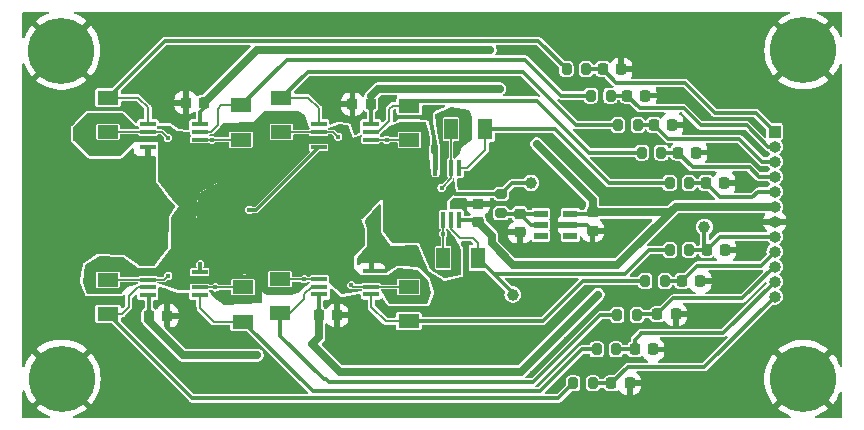
<source format=gtl>
%TF.GenerationSoftware,KiCad,Pcbnew,8.0.1*%
%TF.CreationDate,2024-09-25T00:59:11+02:00*%
%TF.ProjectId,speckle_amp_pcb_rev1,73706563-6b6c-4655-9f61-6d705f706362,rev?*%
%TF.SameCoordinates,Original*%
%TF.FileFunction,Copper,L1,Top*%
%TF.FilePolarity,Positive*%
%FSLAX46Y46*%
G04 Gerber Fmt 4.6, Leading zero omitted, Abs format (unit mm)*
G04 Created by KiCad (PCBNEW 8.0.1) date 2024-09-25 00:59:11*
%MOMM*%
%LPD*%
G01*
G04 APERTURE LIST*
G04 Aperture macros list*
%AMRoundRect*
0 Rectangle with rounded corners*
0 $1 Rounding radius*
0 $2 $3 $4 $5 $6 $7 $8 $9 X,Y pos of 4 corners*
0 Add a 4 corners polygon primitive as box body*
4,1,4,$2,$3,$4,$5,$6,$7,$8,$9,$2,$3,0*
0 Add four circle primitives for the rounded corners*
1,1,$1+$1,$2,$3*
1,1,$1+$1,$4,$5*
1,1,$1+$1,$6,$7*
1,1,$1+$1,$8,$9*
0 Add four rect primitives between the rounded corners*
20,1,$1+$1,$2,$3,$4,$5,0*
20,1,$1+$1,$4,$5,$6,$7,0*
20,1,$1+$1,$6,$7,$8,$9,0*
20,1,$1+$1,$8,$9,$2,$3,0*%
G04 Aperture macros list end*
%TA.AperFunction,SMDPad,CuDef*%
%ADD10R,1.800000X1.150000*%
%TD*%
%TA.AperFunction,SMDPad,CuDef*%
%ADD11R,1.400000X0.450000*%
%TD*%
%TA.AperFunction,ComponentPad*%
%ADD12C,5.600000*%
%TD*%
%TA.AperFunction,SMDPad,CuDef*%
%ADD13RoundRect,0.225000X-0.225000X-0.250000X0.225000X-0.250000X0.225000X0.250000X-0.225000X0.250000X0*%
%TD*%
%TA.AperFunction,SMDPad,CuDef*%
%ADD14RoundRect,0.200000X-0.200000X-0.275000X0.200000X-0.275000X0.200000X0.275000X-0.200000X0.275000X0*%
%TD*%
%TA.AperFunction,SMDPad,CuDef*%
%ADD15RoundRect,0.225000X-0.250000X0.225000X-0.250000X-0.225000X0.250000X-0.225000X0.250000X0.225000X0*%
%TD*%
%TA.AperFunction,SMDPad,CuDef*%
%ADD16R,1.150000X1.800000*%
%TD*%
%TA.AperFunction,SMDPad,CuDef*%
%ADD17RoundRect,0.200000X0.275000X-0.200000X0.275000X0.200000X-0.275000X0.200000X-0.275000X-0.200000X0*%
%TD*%
%TA.AperFunction,SMDPad,CuDef*%
%ADD18RoundRect,0.225000X0.225000X0.250000X-0.225000X0.250000X-0.225000X-0.250000X0.225000X-0.250000X0*%
%TD*%
%TA.AperFunction,SMDPad,CuDef*%
%ADD19RoundRect,0.225000X0.250000X-0.225000X0.250000X0.225000X-0.250000X0.225000X-0.250000X-0.225000X0*%
%TD*%
%TA.AperFunction,SMDPad,CuDef*%
%ADD20R,1.150000X0.600000*%
%TD*%
%TA.AperFunction,SMDPad,CuDef*%
%ADD21C,1.000000*%
%TD*%
%TA.AperFunction,SMDPad,CuDef*%
%ADD22R,0.450000X1.400000*%
%TD*%
%TA.AperFunction,ComponentPad*%
%ADD23R,1.000000X1.000000*%
%TD*%
%TA.AperFunction,ComponentPad*%
%ADD24O,1.000000X1.000000*%
%TD*%
%TA.AperFunction,ViaPad*%
%ADD25C,0.450000*%
%TD*%
%TA.AperFunction,Conductor*%
%ADD26C,0.300000*%
%TD*%
%TA.AperFunction,Conductor*%
%ADD27C,0.700000*%
%TD*%
%TA.AperFunction,Conductor*%
%ADD28C,0.200000*%
%TD*%
G04 APERTURE END LIST*
D10*
%TO.P,R1,1*%
%TO.N,/TIA_OUT_2*%
X165153800Y-95832800D03*
%TO.P,R1,2*%
%TO.N,/Dcat2*%
X165153800Y-98732800D03*
%TD*%
D11*
%TO.P,IC3,1,OUT_A*%
%TO.N,/TIA_OUT_5*%
X161669800Y-111889600D03*
%TO.P,IC3,2,-IN_A*%
%TO.N,/Dcat5*%
X161669800Y-111239600D03*
%TO.P,IC3,3,+IN_A*%
%TO.N,Vbias*%
X161669800Y-110589600D03*
%TO.P,IC3,4,V-*%
%TO.N,GND*%
X161669800Y-109939600D03*
%TO.P,IC3,5,+IN_B*%
%TO.N,Vbias*%
X157269800Y-109939600D03*
%TO.P,IC3,6,-IN_B*%
%TO.N,/Dcat6*%
X157269800Y-110589600D03*
%TO.P,IC3,7,OUT_B*%
%TO.N,/TIA_OUT_6*%
X157269800Y-111239600D03*
%TO.P,IC3,8,V+*%
%TO.N,+5VA*%
X157269800Y-111889600D03*
%TD*%
D12*
%TO.P,H3,1,1*%
%TO.N,GND*%
X149950000Y-91200000D03*
%TD*%
D13*
%TO.P,C19,1*%
%TO.N,/LPF_OUT_9*%
X204525000Y-102425000D03*
%TO.P,C19,2*%
%TO.N,GND*%
X206075000Y-102425000D03*
%TD*%
D14*
%TO.P,R17,1*%
%TO.N,/TIA_OUT_5*%
X195275000Y-116500000D03*
%TO.P,R17,2*%
%TO.N,/LPF_OUT_5*%
X196925000Y-116500000D03*
%TD*%
D12*
%TO.P,H1,1,1*%
%TO.N,GND*%
X212775000Y-91175000D03*
%TD*%
D15*
%TO.P,C2,1*%
%TO.N,Net-(IC6-SET)*%
X188775000Y-105025000D03*
%TO.P,C2,2*%
%TO.N,GND*%
X188775000Y-106575000D03*
%TD*%
D11*
%TO.P,IC1,1,OUT_A*%
%TO.N,/TIA_OUT_1*%
X157286000Y-97422000D03*
%TO.P,IC1,2,-IN_A*%
%TO.N,/Dcat1*%
X157286000Y-98072000D03*
%TO.P,IC1,3,+IN_A*%
%TO.N,Vbias*%
X157286000Y-98722000D03*
%TO.P,IC1,4,V-*%
%TO.N,GND*%
X157286000Y-99372000D03*
%TO.P,IC1,5,+IN_B*%
%TO.N,Vbias*%
X161686000Y-99372000D03*
%TO.P,IC1,6,-IN_B*%
%TO.N,/Dcat2*%
X161686000Y-98722000D03*
%TO.P,IC1,7,OUT_B*%
%TO.N,/TIA_OUT_2*%
X161686000Y-98072000D03*
%TO.P,IC1,8,V+*%
%TO.N,+5VA*%
X161686000Y-97422000D03*
%TD*%
D10*
%TO.P,R11,1*%
%TO.N,/TIA_OUT_8*%
X179420000Y-95850000D03*
%TO.P,R11,2*%
%TO.N,/Dcat8*%
X179420000Y-98750000D03*
%TD*%
D13*
%TO.P,C17,1*%
%TO.N,/LPF_OUT_7*%
X200125000Y-97475000D03*
%TO.P,C17,2*%
%TO.N,GND*%
X201675000Y-97475000D03*
%TD*%
D16*
%TO.P,R22,1*%
%TO.N,Net-(D1-K)*%
X182300000Y-108733800D03*
%TO.P,R22,2*%
%TO.N,/TIA_OUT_10*%
X185200000Y-108733800D03*
%TD*%
D13*
%TO.P,C16,1*%
%TO.N,/LPF_OUT_6*%
X196525000Y-119375000D03*
%TO.P,C16,2*%
%TO.N,GND*%
X198075000Y-119375000D03*
%TD*%
D11*
%TO.P,IC4,1,OUT_A*%
%TO.N,/TIA_OUT_7*%
X171745400Y-97437600D03*
%TO.P,IC4,2,-IN_A*%
%TO.N,/Dcat7*%
X171745400Y-98087600D03*
%TO.P,IC4,3,+IN_A*%
%TO.N,Vbias*%
X171745400Y-98737600D03*
%TO.P,IC4,4,V-*%
%TO.N,GND*%
X171745400Y-99387600D03*
%TO.P,IC4,5,+IN_B*%
%TO.N,Vbias*%
X176145400Y-99387600D03*
%TO.P,IC4,6,-IN_B*%
%TO.N,/Dcat8*%
X176145400Y-98737600D03*
%TO.P,IC4,7,OUT_B*%
%TO.N,/TIA_OUT_8*%
X176145400Y-98087600D03*
%TO.P,IC4,8,V+*%
%TO.N,+5VA*%
X176145400Y-97437600D03*
%TD*%
D10*
%TO.P,R5,1*%
%TO.N,/TIA_OUT_1*%
X153901600Y-95172400D03*
%TO.P,R5,2*%
%TO.N,/Dcat1*%
X153901600Y-98072400D03*
%TD*%
%TO.P,R8,1*%
%TO.N,/TIA_OUT_5*%
X165350000Y-114150000D03*
%TO.P,R8,2*%
%TO.N,/Dcat5*%
X165350000Y-111250000D03*
%TD*%
D13*
%TO.P,C21,1*%
%TO.N,/LPF_OUT_10*%
X204575000Y-108075000D03*
%TO.P,C21,2*%
%TO.N,GND*%
X206125000Y-108075000D03*
%TD*%
D12*
%TO.P,H2,1,1*%
%TO.N,GND*%
X212750000Y-119000000D03*
%TD*%
D13*
%TO.P,C13,1*%
%TO.N,/LPF_OUT_3*%
X202500000Y-110700000D03*
%TO.P,C13,2*%
%TO.N,GND*%
X204050000Y-110700000D03*
%TD*%
D17*
%TO.P,R4,1*%
%TO.N,Net-(IC6-SET)*%
X187200000Y-104975000D03*
%TO.P,R4,2*%
%TO.N,Vbias*%
X187200000Y-103325000D03*
%TD*%
D18*
%TO.P,C22,1*%
%TO.N,+5VA*%
X162025000Y-95600000D03*
%TO.P,C22,2*%
%TO.N,GND*%
X160475000Y-95600000D03*
%TD*%
D13*
%TO.P,C12,1*%
%TO.N,/LPF_OUT_2*%
X197850000Y-95000000D03*
%TO.P,C12,2*%
%TO.N,GND*%
X199400000Y-95000000D03*
%TD*%
%TO.P,C24,1*%
%TO.N,+5VA*%
X157375000Y-113650000D03*
%TO.P,C24,2*%
%TO.N,GND*%
X158925000Y-113650000D03*
%TD*%
D14*
%TO.P,R21,1*%
%TO.N,/TIA_OUT_9*%
X201450000Y-102425000D03*
%TO.P,R21,2*%
%TO.N,/LPF_OUT_9*%
X203100000Y-102425000D03*
%TD*%
D13*
%TO.P,C23,1*%
%TO.N,+5VA*%
X171750000Y-113600000D03*
%TO.P,C23,2*%
%TO.N,GND*%
X173300000Y-113600000D03*
%TD*%
D14*
%TO.P,R15,1*%
%TO.N,/TIA_OUT_3*%
X199400000Y-110700000D03*
%TO.P,R15,2*%
%TO.N,/LPF_OUT_3*%
X201050000Y-110700000D03*
%TD*%
%TO.P,R14,1*%
%TO.N,/TIA_OUT_2*%
X194800000Y-95000000D03*
%TO.P,R14,2*%
%TO.N,/LPF_OUT_2*%
X196450000Y-95000000D03*
%TD*%
D13*
%TO.P,C18,1*%
%TO.N,/LPF_OUT_8*%
X202150000Y-99825000D03*
%TO.P,C18,2*%
%TO.N,GND*%
X203700000Y-99825000D03*
%TD*%
%TO.P,C11,1*%
%TO.N,/LPF_OUT_1*%
X195800000Y-92775000D03*
%TO.P,C11,2*%
%TO.N,GND*%
X197350000Y-92775000D03*
%TD*%
D14*
%TO.P,R24,1*%
%TO.N,/TIA_OUT_10*%
X201475000Y-108075000D03*
%TO.P,R24,2*%
%TO.N,/LPF_OUT_10*%
X203125000Y-108075000D03*
%TD*%
%TO.P,R19,1*%
%TO.N,/TIA_OUT_7*%
X197100000Y-97475000D03*
%TO.P,R19,2*%
%TO.N,/LPF_OUT_7*%
X198750000Y-97475000D03*
%TD*%
%TO.P,R16,1*%
%TO.N,/TIA_OUT_4*%
X197025000Y-113575000D03*
%TO.P,R16,2*%
%TO.N,/LPF_OUT_4*%
X198675000Y-113575000D03*
%TD*%
D10*
%TO.P,R10,1*%
%TO.N,/TIA_OUT_7*%
X168590000Y-95190000D03*
%TO.P,R10,2*%
%TO.N,/Dcat7*%
X168590000Y-98090000D03*
%TD*%
D19*
%TO.P,C26,1*%
%TO.N,+5VA*%
X185250000Y-105725000D03*
%TO.P,C26,2*%
%TO.N,GND*%
X185250000Y-104175000D03*
%TD*%
D10*
%TO.P,R6,1*%
%TO.N,/TIA_OUT_3*%
X179350000Y-114100000D03*
%TO.P,R6,2*%
%TO.N,/Dcat3*%
X179350000Y-111200000D03*
%TD*%
D15*
%TO.P,C1,1*%
%TO.N,+5VA*%
X194925000Y-104900000D03*
%TO.P,C1,2*%
%TO.N,GND*%
X194925000Y-106450000D03*
%TD*%
D10*
%TO.P,R9,1*%
%TO.N,/TIA_OUT_6*%
X153890000Y-113490000D03*
%TO.P,R9,2*%
%TO.N,/Dcat6*%
X153890000Y-110590000D03*
%TD*%
D14*
%TO.P,R20,1*%
%TO.N,/TIA_OUT_8*%
X199100000Y-99825000D03*
%TO.P,R20,2*%
%TO.N,/LPF_OUT_8*%
X200750000Y-99825000D03*
%TD*%
%TO.P,R13,1*%
%TO.N,/TIA_OUT_1*%
X192725000Y-92775000D03*
%TO.P,R13,2*%
%TO.N,/LPF_OUT_1*%
X194375000Y-92775000D03*
%TD*%
%TO.P,R18,1*%
%TO.N,/TIA_OUT_6*%
X193300000Y-119375000D03*
%TO.P,R18,2*%
%TO.N,/LPF_OUT_6*%
X194950000Y-119375000D03*
%TD*%
D16*
%TO.P,R12,1*%
%TO.N,/TIA_OUT_9*%
X185850000Y-97850000D03*
%TO.P,R12,2*%
%TO.N,/Dcat9*%
X182950000Y-97850000D03*
%TD*%
D20*
%TO.P,IC6,1,NC_1*%
%TO.N,unconnected-(IC6-NC_1-Pad1)*%
X193050000Y-106900000D03*
%TO.P,IC6,2,GND*%
%TO.N,GND*%
X193050000Y-105950000D03*
%TO.P,IC6,3,VIN*%
%TO.N,+5VA*%
X193050000Y-105000000D03*
%TO.P,IC6,4,VOUT*%
%TO.N,Net-(IC6-SET)*%
X190550000Y-105000000D03*
%TO.P,IC6,5,SET*%
X190550000Y-105950000D03*
%TO.P,IC6,6,NC_2*%
%TO.N,unconnected-(IC6-NC_2-Pad6)*%
X190550000Y-106900000D03*
%TD*%
D12*
%TO.P,H4,1,1*%
%TO.N,GND*%
X149975000Y-118975000D03*
%TD*%
D18*
%TO.P,C25,1*%
%TO.N,+5VA*%
X176150000Y-95725000D03*
%TO.P,C25,2*%
%TO.N,GND*%
X174600000Y-95725000D03*
%TD*%
D21*
%TO.P,TP3,1,1*%
%TO.N,Vbias*%
X189700000Y-102400000D03*
%TD*%
D13*
%TO.P,C15,1*%
%TO.N,/LPF_OUT_5*%
X198500000Y-116500000D03*
%TO.P,C15,2*%
%TO.N,GND*%
X200050000Y-116500000D03*
%TD*%
D11*
%TO.P,IC2,1,OUT_A*%
%TO.N,/TIA_OUT_3*%
X176193000Y-111844600D03*
%TO.P,IC2,2,-IN_A*%
%TO.N,/Dcat3*%
X176193000Y-111194600D03*
%TO.P,IC2,3,+IN_A*%
%TO.N,Vbias*%
X176193000Y-110544600D03*
%TO.P,IC2,4,V-*%
%TO.N,GND*%
X176193000Y-109894600D03*
%TO.P,IC2,5,+IN_B*%
%TO.N,Vbias*%
X171793000Y-109894600D03*
%TO.P,IC2,6,-IN_B*%
%TO.N,/Dcat4*%
X171793000Y-110544600D03*
%TO.P,IC2,7,OUT_B*%
%TO.N,/TIA_OUT_4*%
X171793000Y-111194600D03*
%TO.P,IC2,8,V+*%
%TO.N,+5VA*%
X171793000Y-111844600D03*
%TD*%
D10*
%TO.P,R7,1*%
%TO.N,/TIA_OUT_4*%
X168481200Y-113450000D03*
%TO.P,R7,2*%
%TO.N,/Dcat4*%
X168481200Y-110550000D03*
%TD*%
D22*
%TO.P,IC5,1,OUT_A*%
%TO.N,/TIA_OUT_9*%
X183578400Y-101113000D03*
%TO.P,IC5,2,-IN_A*%
%TO.N,/Dcat9*%
X182928400Y-101113000D03*
%TO.P,IC5,3,+IN_A*%
%TO.N,Vbias*%
X182278400Y-101113000D03*
%TO.P,IC5,4,V-*%
%TO.N,GND*%
X181628400Y-101113000D03*
%TO.P,IC5,5,+IN_B*%
%TO.N,Vbias*%
X181628400Y-105513000D03*
%TO.P,IC5,6,-IN_B*%
%TO.N,Net-(D1-K)*%
X182278400Y-105513000D03*
%TO.P,IC5,7,OUT_B*%
%TO.N,/TIA_OUT_10*%
X182928400Y-105513000D03*
%TO.P,IC5,8,V+*%
%TO.N,+5VA*%
X183578400Y-105513000D03*
%TD*%
D23*
%TO.P,J3,1,Pin_1*%
%TO.N,/LPF_OUT_1*%
X210350000Y-98050000D03*
D24*
%TO.P,J3,2,Pin_2*%
%TO.N,/LPF_OUT_2*%
X210350000Y-99320000D03*
%TO.P,J3,3,Pin_3*%
%TO.N,/LPF_OUT_7*%
X210350000Y-100590000D03*
%TO.P,J3,4,Pin_4*%
%TO.N,/LPF_OUT_8*%
X210350000Y-101860000D03*
%TO.P,J3,5,Pin_5*%
%TO.N,/LPF_OUT_9*%
X210350000Y-103130000D03*
%TO.P,J3,6,Pin_6*%
%TO.N,+5VA*%
X210350000Y-104400000D03*
%TO.P,J3,7,Pin_7*%
%TO.N,GND*%
X210350000Y-105670000D03*
%TO.P,J3,8,Pin_8*%
%TO.N,/LPF_OUT_10*%
X210350000Y-106940000D03*
%TO.P,J3,9,Pin_9*%
%TO.N,/LPF_OUT_3*%
X210350000Y-108210000D03*
%TO.P,J3,10,Pin_10*%
%TO.N,/LPF_OUT_4*%
X210350000Y-109480000D03*
%TO.P,J3,11,Pin_11*%
%TO.N,/LPF_OUT_5*%
X210350000Y-110750000D03*
%TO.P,J3,12,Pin_12*%
%TO.N,/LPF_OUT_6*%
X210350000Y-112020000D03*
%TD*%
D21*
%TO.P,TP1,1,1*%
%TO.N,/TIA_OUT_10*%
X188175000Y-111850000D03*
%TD*%
%TO.P,TP2,1,1*%
%TO.N,/LPF_OUT_10*%
X204400000Y-106125000D03*
%TD*%
D13*
%TO.P,C14,1*%
%TO.N,/LPF_OUT_4*%
X200425000Y-113525000D03*
%TO.P,C14,2*%
%TO.N,GND*%
X201975000Y-113525000D03*
%TD*%
D25*
%TO.N,/Dcat2*%
X162700000Y-98732800D03*
%TO.N,GND*%
X186050000Y-113300000D03*
X182475000Y-113375000D03*
X200425000Y-118800000D03*
X161130000Y-116020000D03*
X209425000Y-99825000D03*
X198125000Y-106575000D03*
X205525000Y-91275000D03*
X155000000Y-101625000D03*
X161125000Y-114825000D03*
X197550000Y-103625000D03*
X150350000Y-101225000D03*
X165880000Y-104670000D03*
X188750000Y-107550000D03*
X205500000Y-98100000D03*
X158550000Y-88350000D03*
X205650000Y-119750000D03*
X187070000Y-106120000D03*
X207725000Y-106050000D03*
X161700000Y-109300000D03*
X194950000Y-107400000D03*
X192850000Y-121800000D03*
X180300000Y-115250000D03*
X196800000Y-100975000D03*
X207475000Y-121450000D03*
X166975000Y-117850000D03*
X214975000Y-101200000D03*
X214100000Y-111400000D03*
X206600000Y-117500000D03*
X187100000Y-98600000D03*
X153300000Y-103075000D03*
X207825000Y-100275000D03*
X159600000Y-115075000D03*
X153150000Y-116250000D03*
X162050000Y-89275000D03*
X197925000Y-120600000D03*
X176200000Y-109200000D03*
X161750000Y-94325000D03*
X178125000Y-109175000D03*
X205250000Y-114250000D03*
X193450000Y-96200000D03*
X175975000Y-105625000D03*
X159125000Y-120300000D03*
X188650000Y-108260000D03*
X188525000Y-103625000D03*
X201130000Y-106670000D03*
X182125000Y-111175000D03*
X196975000Y-107325000D03*
X157375000Y-115525000D03*
X161425000Y-92700000D03*
X187325000Y-100225000D03*
X147425000Y-107600000D03*
X206375000Y-111450000D03*
X147425000Y-110850000D03*
X214750000Y-108825000D03*
X157250000Y-100100000D03*
X174200000Y-117325000D03*
X181275000Y-96075000D03*
X162350000Y-121725000D03*
X203950000Y-121550000D03*
X159825000Y-91300000D03*
X190275000Y-100875000D03*
X187500000Y-106900000D03*
X191675000Y-119925000D03*
X187225000Y-115050000D03*
X197975000Y-114800000D03*
X199925000Y-92875000D03*
X193700000Y-118075000D03*
X147400000Y-113025000D03*
X185675000Y-101775000D03*
X189000000Y-99025000D03*
X191775000Y-102725000D03*
X197975000Y-90350000D03*
X163270000Y-115950000D03*
X163975000Y-91225000D03*
X156250000Y-112600000D03*
X212925000Y-107550000D03*
X184625000Y-110525000D03*
X201575000Y-109275000D03*
X157725000Y-93200000D03*
X215575000Y-96100000D03*
X215500000Y-94075000D03*
X203125000Y-97725000D03*
X203910000Y-103440000D03*
X190200000Y-113200000D03*
X197525000Y-111425000D03*
X183600000Y-88125000D03*
X195275000Y-115100000D03*
X175150000Y-121875000D03*
X161900000Y-114050000D03*
X147300000Y-95375000D03*
X207625000Y-107825000D03*
X168875000Y-89225000D03*
X213825000Y-113300000D03*
X163900000Y-92450000D03*
X174600000Y-94075000D03*
X168650000Y-118750000D03*
X153625000Y-107725000D03*
X163875000Y-119925000D03*
X158750000Y-94050000D03*
X193225000Y-89900000D03*
X178850000Y-121875000D03*
X208950000Y-97625000D03*
X149150000Y-108900000D03*
X212650000Y-97300000D03*
X192700000Y-115630000D03*
X187325000Y-91175000D03*
X206825000Y-105450000D03*
X208175000Y-110400000D03*
X182580000Y-93570000D03*
X193250000Y-108400000D03*
X208325000Y-119750000D03*
X182775000Y-115025000D03*
X189250000Y-121800000D03*
X173125000Y-94725000D03*
X203525000Y-113100000D03*
X177430000Y-95450000D03*
X147425000Y-105000000D03*
X212825000Y-102500000D03*
X151850000Y-113150000D03*
X159075000Y-111975000D03*
X189600000Y-91400000D03*
X209425000Y-107875000D03*
X201150000Y-94950000D03*
X149550000Y-113425000D03*
X202900000Y-105450000D03*
X191100000Y-108300000D03*
X149100000Y-95400000D03*
X185050000Y-121875000D03*
X210050000Y-121375000D03*
X195650000Y-112850000D03*
X190925000Y-103725000D03*
X161375000Y-118125000D03*
X155775000Y-119250000D03*
X214800000Y-106300000D03*
X156575000Y-101150000D03*
X174475000Y-112725000D03*
X188325000Y-94225000D03*
X213050000Y-105025000D03*
X178025000Y-115325000D03*
X150150000Y-111075000D03*
X194650000Y-120600000D03*
X211850000Y-95250000D03*
X192300000Y-99875000D03*
X181550000Y-99450000D03*
X208025000Y-108650000D03*
X157300000Y-103525000D03*
X196200000Y-121725000D03*
X203075000Y-95425000D03*
X206700000Y-99400000D03*
X205800000Y-100025000D03*
X195150000Y-98750000D03*
X170775000Y-121725000D03*
X177075000Y-96650000D03*
X158600000Y-104550000D03*
X189475000Y-88125000D03*
X210725000Y-113475000D03*
X153650000Y-93425000D03*
X193400000Y-103625000D03*
X200725000Y-103725000D03*
X157825000Y-108625000D03*
X185325000Y-116950000D03*
X195350000Y-108400000D03*
X165750000Y-119175000D03*
X215025000Y-103725000D03*
X206725000Y-112875000D03*
X209075000Y-93250000D03*
X199550000Y-100975000D03*
X208575000Y-115525000D03*
X212725000Y-99925000D03*
X202625000Y-92875000D03*
X213025000Y-110125000D03*
X178275000Y-96850000D03*
X184200000Y-107575000D03*
X169925000Y-119825000D03*
X155900000Y-117025000D03*
X180425000Y-109250000D03*
X182100000Y-117425000D03*
X151075000Y-95400000D03*
X176030000Y-93810000D03*
X147300000Y-97350000D03*
X176875000Y-107650000D03*
X183875000Y-102650000D03*
X165300000Y-88350000D03*
X208650000Y-95000000D03*
X209450000Y-88525000D03*
X175925000Y-108425000D03*
X204450000Y-96725000D03*
X179225000Y-108225000D03*
X150175000Y-97300000D03*
X194150000Y-101925000D03*
X188275000Y-117425000D03*
X205225000Y-115925000D03*
X205825000Y-110425000D03*
X175775000Y-89275000D03*
X147425000Y-100450000D03*
X172625000Y-114825000D03*
X193050000Y-110725000D03*
X211250000Y-114850000D03*
X196225000Y-88425000D03*
X150925000Y-104575000D03*
X202350000Y-89600000D03*
X190325000Y-111025000D03*
X205225000Y-93250000D03*
X193100000Y-112975000D03*
X171825000Y-94100000D03*
X197000000Y-98750000D03*
X156700000Y-106150000D03*
X172300000Y-95625000D03*
X203825000Y-90750000D03*
X189800000Y-94725000D03*
X183250000Y-104075000D03*
X177450000Y-117600000D03*
X156125000Y-94300000D03*
X193200000Y-93925000D03*
X165625000Y-115850000D03*
X181150000Y-89150000D03*
X147425000Y-102975000D03*
X158300000Y-95975000D03*
X185750000Y-88925000D03*
X205375000Y-94950000D03*
X186800000Y-111300000D03*
X189275000Y-89600000D03*
X154600000Y-121675000D03*
X149300000Y-106200000D03*
X170475000Y-94500000D03*
X154725000Y-105025000D03*
X155900000Y-114050000D03*
X147400000Y-115075000D03*
X196225000Y-96200000D03*
X173325000Y-96425000D03*
X208075000Y-102975000D03*
X166125000Y-121725000D03*
X157650000Y-121675000D03*
X163550000Y-114875000D03*
X149025000Y-99075000D03*
X175675000Y-115550000D03*
X153175000Y-88350000D03*
X189900000Y-115850000D03*
X154775000Y-90475000D03*
X204000000Y-117150000D03*
X187200000Y-101725000D03*
X191125000Y-92725000D03*
X167800000Y-119975000D03*
X196900000Y-117600000D03*
X215025000Y-98725000D03*
X192725000Y-90975000D03*
X185950000Y-100350000D03*
X189810000Y-118510000D03*
X200075000Y-121725000D03*
X207975000Y-91275000D03*
X179075000Y-88350000D03*
X202075000Y-115725000D03*
X175825000Y-113550000D03*
X199870000Y-109290000D03*
X164250000Y-118000000D03*
X207875000Y-102150000D03*
X206550000Y-88525000D03*
X181850000Y-121875000D03*
X159230000Y-117460000D03*
X172400000Y-88350000D03*
X160975000Y-112975000D03*
X202575000Y-119750000D03*
X160950000Y-119475000D03*
%TO.N,/Dcat1*%
X158960000Y-98570000D03*
%TO.N,/Dcat3*%
X174500000Y-111050000D03*
%TO.N,/Dcat4*%
X170500000Y-110550000D03*
%TO.N,/Dcat5*%
X163000000Y-111250000D03*
%TO.N,/Dcat6*%
X159000000Y-110250000D03*
%TO.N,/Dcat7*%
X173390000Y-98500000D03*
%TO.N,/Dcat8*%
X177500000Y-98750000D03*
%TO.N,/Dcat9*%
X182150000Y-102800000D03*
%TO.N,Net-(D1-K)*%
X182278400Y-106700000D03*
%TO.N,+5VA*%
X197025000Y-109325000D03*
X195400000Y-111850000D03*
X186250000Y-91150000D03*
X187075000Y-94425000D03*
X166550000Y-116975000D03*
X171175000Y-116050000D03*
X190200000Y-99100000D03*
%TO.N,Vbias*%
X169800000Y-104350000D03*
X181650000Y-102250000D03*
X165020000Y-107390000D03*
X162670000Y-110560000D03*
X159930000Y-110000000D03*
X170550000Y-105100000D03*
X154860000Y-111560000D03*
X162450000Y-102775000D03*
X173750000Y-100450000D03*
X170250000Y-97400000D03*
X163525000Y-98225000D03*
X166510000Y-110370000D03*
X179850000Y-102150000D03*
X167750000Y-99300000D03*
X158975000Y-97850000D03*
X173800000Y-97800000D03*
X172100000Y-102450000D03*
X168350000Y-109300000D03*
X176400000Y-102050000D03*
X163775000Y-102975000D03*
X180600000Y-99700000D03*
X177450000Y-101050000D03*
X184100000Y-98800000D03*
X179925000Y-110075000D03*
X165500000Y-99925000D03*
X172500000Y-101350000D03*
X169750000Y-107500000D03*
X167200000Y-98200000D03*
X180800000Y-98300000D03*
X177700000Y-111850000D03*
X174200000Y-99300000D03*
X171250000Y-104450000D03*
X161550000Y-108300000D03*
X178600000Y-110075000D03*
X179450000Y-97550000D03*
X155830000Y-97550000D03*
X172700000Y-105550000D03*
X158400000Y-109550000D03*
X183050000Y-103100000D03*
X167175000Y-105600000D03*
X166750000Y-102700000D03*
X162175000Y-103750000D03*
X173450000Y-103000000D03*
X153150000Y-99375000D03*
X164450000Y-101100000D03*
X164400000Y-100250000D03*
X152410000Y-109860000D03*
X174300000Y-108300000D03*
X181900000Y-96750000D03*
X175050000Y-98750000D03*
X169300000Y-106100000D03*
X177300000Y-103350000D03*
X173500000Y-111025000D03*
X158425000Y-100875000D03*
X172150000Y-107800000D03*
X179275000Y-105325000D03*
X153475000Y-96975000D03*
X159980000Y-106850000D03*
X166650000Y-108025000D03*
X168500000Y-96850000D03*
X163210000Y-112070000D03*
X161600000Y-105150000D03*
X160770000Y-109220000D03*
X183475000Y-108875000D03*
X160350000Y-98375000D03*
X164170000Y-108010000D03*
X177050000Y-99850000D03*
X168000000Y-106800000D03*
X166425000Y-99825000D03*
X174250000Y-109400000D03*
X159260000Y-111080000D03*
X162875000Y-99750000D03*
X178000000Y-97950000D03*
X173050000Y-109900000D03*
X159625000Y-100400000D03*
X177650000Y-110650000D03*
X180400000Y-106100000D03*
X169750000Y-109050000D03*
X183350000Y-96350000D03*
X152390000Y-110760000D03*
X172250000Y-103500000D03*
X177575000Y-105275000D03*
X159840000Y-108610000D03*
X184350000Y-96850000D03*
X161550000Y-107150000D03*
X180625000Y-107375000D03*
X163860000Y-110560000D03*
X176000000Y-104500000D03*
X183450000Y-99550000D03*
X173450000Y-106250000D03*
X162475000Y-101300000D03*
X180800000Y-112250000D03*
X179300000Y-112250000D03*
X174650000Y-110200000D03*
X170900000Y-101250000D03*
X171300000Y-109000000D03*
X159150000Y-109100000D03*
X153790000Y-111530000D03*
X163780000Y-108690000D03*
X182350000Y-110150000D03*
X164530000Y-106410000D03*
X154400000Y-109430000D03*
X175250000Y-107250000D03*
X152600000Y-111480000D03*
X181400000Y-103550000D03*
X176200000Y-100550000D03*
X154475000Y-99400000D03*
X164250000Y-97725000D03*
X178875000Y-106950000D03*
X158500000Y-99375000D03*
X169950000Y-111300000D03*
X179500000Y-100050000D03*
X170050000Y-102100000D03*
X178000000Y-102100000D03*
X159850000Y-101350000D03*
X174200000Y-105650000D03*
X172350000Y-100200000D03*
X170350000Y-98700000D03*
X160570000Y-105150000D03*
X171200000Y-107650000D03*
X160290000Y-107780000D03*
X155540000Y-111080000D03*
X166630000Y-111220000D03*
X161375000Y-100200000D03*
X175600000Y-101250000D03*
X163960000Y-111870000D03*
X159575000Y-99175000D03*
X155400000Y-99125000D03*
X178100000Y-99400000D03*
X179550000Y-103400000D03*
X159720000Y-105230000D03*
X168300000Y-111600000D03*
X169900000Y-109950000D03*
X175150000Y-103075000D03*
X182375000Y-99375000D03*
X152350000Y-97500000D03*
X165000000Y-102750000D03*
X159075000Y-102175000D03*
X181075000Y-108675000D03*
X156030000Y-109910000D03*
X172250000Y-106550000D03*
X168500000Y-104400000D03*
X163500000Y-106390000D03*
X180875000Y-111275000D03*
X183475000Y-109900000D03*
X156100000Y-98590000D03*
X159610000Y-106150000D03*
X159700000Y-102875000D03*
X181700000Y-107225000D03*
X183050000Y-107300000D03*
X162125000Y-102025000D03*
X153190000Y-109430000D03*
X162900000Y-100550000D03*
X163900000Y-109670000D03*
X162540000Y-109330000D03*
X172800000Y-108600000D03*
X166575000Y-98875000D03*
X166400000Y-97825000D03*
X152300000Y-98675000D03*
X164460000Y-112480000D03*
X160480000Y-111180000D03*
X160970000Y-102520000D03*
X165300000Y-97650000D03*
X167250000Y-100875000D03*
X166775000Y-109125000D03*
X166610000Y-112320000D03*
X167150000Y-97100000D03*
X160450000Y-99200000D03*
X163870000Y-99190000D03*
X165150000Y-110090000D03*
X171200000Y-106850000D03*
X174900000Y-106350000D03*
X165125000Y-101700000D03*
X159675000Y-103675000D03*
X169350000Y-99200000D03*
X166125000Y-106425000D03*
X173850000Y-103700000D03*
X184450000Y-98050000D03*
X165530000Y-112350000D03*
X155025000Y-97050000D03*
X155330000Y-109850000D03*
X172900000Y-99400000D03*
X174350000Y-101250000D03*
X169300000Y-103100000D03*
%TD*%
D26*
%TO.N,/TIA_OUT_10*%
X201475000Y-108075000D02*
X199705000Y-108075000D01*
X199705000Y-108075000D02*
X197705000Y-110075000D01*
X197705000Y-110075000D02*
X186541200Y-110075000D01*
%TO.N,+5VA*%
X183578400Y-105513000D02*
X185038000Y-105513000D01*
X185038000Y-105513000D02*
X185250000Y-105725000D01*
X171793000Y-111844600D02*
X171793000Y-113557000D01*
X171793000Y-113557000D02*
X171750000Y-113600000D01*
D27*
X171750000Y-115475000D02*
X171750000Y-113600000D01*
D26*
X157375000Y-113650000D02*
X157375000Y-111994800D01*
X157375000Y-111994800D02*
X157269800Y-111889600D01*
X176150000Y-95725000D02*
X176150000Y-95059200D01*
X176150000Y-95059200D02*
X176145400Y-95054600D01*
X176150000Y-95725000D02*
X176150000Y-97433000D01*
X176150000Y-97433000D02*
X176145400Y-97437600D01*
D27*
X197025000Y-109325000D02*
X188175000Y-109325000D01*
X188175000Y-109325000D02*
X186375000Y-107525000D01*
X186375000Y-107525000D02*
X186375000Y-106850000D01*
X186375000Y-106850000D02*
X185250000Y-105725000D01*
D28*
%TO.N,/Dcat2*%
X162700000Y-98732800D02*
X161696800Y-98732800D01*
X161696800Y-98732800D02*
X161686000Y-98722000D01*
X165153800Y-98732800D02*
X162700000Y-98732800D01*
%TO.N,/TIA_OUT_2*%
X163467200Y-95832800D02*
X163180000Y-96120000D01*
X163180000Y-96120000D02*
X163180000Y-97530000D01*
X165153800Y-95832800D02*
X163467200Y-95832800D01*
D26*
X169036600Y-91950000D02*
X165153800Y-95832800D01*
D28*
X163180000Y-97530000D02*
X162638000Y-98072000D01*
X162638000Y-98072000D02*
X161686000Y-98072000D01*
D26*
X192275000Y-95000000D02*
X189225000Y-91950000D01*
X189225000Y-91950000D02*
X169036600Y-91950000D01*
X194800000Y-95000000D02*
X192275000Y-95000000D01*
%TO.N,GND*%
X193050000Y-105950000D02*
X194425000Y-105950000D01*
X188775000Y-107525000D02*
X188750000Y-107550000D01*
X181628400Y-99528400D02*
X181628400Y-101113000D01*
X194425000Y-105950000D02*
X194925000Y-106450000D01*
X176193000Y-109894600D02*
X176193000Y-109207000D01*
X166463000Y-104670000D02*
X171745400Y-99387600D01*
X157286000Y-100064000D02*
X157250000Y-100100000D01*
X181550000Y-99450000D02*
X181628400Y-99528400D01*
X161669800Y-109330200D02*
X161700000Y-109300000D01*
X194925000Y-107375000D02*
X194950000Y-107400000D01*
X188775000Y-106575000D02*
X188775000Y-107525000D01*
X157286000Y-99372000D02*
X157286000Y-100064000D01*
X176193000Y-109207000D02*
X176200000Y-109200000D01*
X194925000Y-106450000D02*
X194925000Y-107375000D01*
X165880000Y-104670000D02*
X166463000Y-104670000D01*
X161669800Y-109939600D02*
X161669800Y-109330200D01*
%TO.N,/TIA_OUT_1*%
X190325000Y-90375000D02*
X158699000Y-90375000D01*
D28*
X157286000Y-96006000D02*
X156452400Y-95172400D01*
X157286000Y-97422000D02*
X157286000Y-96006000D01*
X156452400Y-95172400D02*
X153901600Y-95172400D01*
D26*
X158699000Y-90375000D02*
X153901600Y-95172400D01*
X192725000Y-92775000D02*
X190325000Y-90375000D01*
D28*
%TO.N,/Dcat1*%
X157286000Y-98072000D02*
X153902000Y-98072000D01*
X153902000Y-98072000D02*
X153901600Y-98072400D01*
X158462000Y-98072000D02*
X158960000Y-98570000D01*
X157286000Y-98072000D02*
X158462000Y-98072000D01*
%TO.N,/Dcat3*%
X176193000Y-111194600D02*
X174644600Y-111194600D01*
X176198400Y-111200000D02*
X176193000Y-111194600D01*
X176193000Y-111194600D02*
X175655400Y-111194600D01*
X174644600Y-111194600D02*
X174500000Y-111050000D01*
X179350000Y-111200000D02*
X176198400Y-111200000D01*
X175655400Y-111194600D02*
X175650000Y-111200000D01*
D26*
%TO.N,/TIA_OUT_3*%
X199400000Y-110700000D02*
X194125000Y-110700000D01*
D28*
X177400000Y-114100000D02*
X179350000Y-114100000D01*
X176193000Y-111844600D02*
X176193000Y-112893000D01*
D26*
X190725000Y-114100000D02*
X179350000Y-114100000D01*
D28*
X176193000Y-112893000D02*
X177400000Y-114100000D01*
D26*
X194125000Y-110700000D02*
X190725000Y-114100000D01*
%TO.N,/TIA_OUT_4*%
X168481200Y-115356200D02*
X172150000Y-119025000D01*
D28*
X170500000Y-112250000D02*
X170500000Y-111830000D01*
D26*
X172625000Y-119275000D02*
X189875000Y-119275000D01*
X172150000Y-119025000D02*
X172375000Y-119025000D01*
X168481200Y-113450000D02*
X168481200Y-115356200D01*
X195575000Y-113575000D02*
X197025000Y-113575000D01*
X189875000Y-119275000D02*
X195575000Y-113575000D01*
D28*
X169300000Y-113450000D02*
X170500000Y-112250000D01*
X171135400Y-111194600D02*
X171793000Y-111194600D01*
D26*
X172375000Y-119025000D02*
X172625000Y-119275000D01*
D28*
X168481200Y-113450000D02*
X169300000Y-113450000D01*
X170500000Y-111830000D02*
X171135400Y-111194600D01*
%TO.N,/Dcat4*%
X168481200Y-110550000D02*
X170500000Y-110550000D01*
X171793000Y-110544600D02*
X170505400Y-110544600D01*
X170505400Y-110544600D02*
X170500000Y-110550000D01*
%TO.N,/Dcat5*%
X163000000Y-111250000D02*
X162989600Y-111239600D01*
X162989600Y-111239600D02*
X161669800Y-111239600D01*
X165350000Y-111250000D02*
X163000000Y-111250000D01*
D26*
%TO.N,/TIA_OUT_5*%
X190475000Y-120050000D02*
X194025000Y-116500000D01*
X194025000Y-116500000D02*
X195275000Y-116500000D01*
X171250000Y-120050000D02*
X190475000Y-120050000D01*
D28*
X165350000Y-114150000D02*
X162900000Y-114150000D01*
X161669800Y-112769800D02*
X161669800Y-111889600D01*
D26*
X165350000Y-114150000D02*
X171250000Y-120050000D01*
D28*
X161700000Y-112950000D02*
X161700000Y-112800000D01*
X161700000Y-112800000D02*
X161669800Y-112769800D01*
X162900000Y-114150000D02*
X161700000Y-112950000D01*
%TO.N,/Dcat6*%
X157269400Y-110590000D02*
X157269800Y-110589600D01*
X153890000Y-110590000D02*
X157269400Y-110590000D01*
X158660400Y-110589600D02*
X159000000Y-110250000D01*
X157269800Y-110589600D02*
X158660400Y-110589600D01*
D26*
%TO.N,/TIA_OUT_6*%
X192025000Y-120650000D02*
X161050000Y-120650000D01*
D28*
X153890000Y-113490000D02*
X155060000Y-113490000D01*
X156410400Y-111239600D02*
X157269800Y-111239600D01*
X155650000Y-112000000D02*
X156410400Y-111239600D01*
D26*
X193300000Y-119375000D02*
X192025000Y-120650000D01*
X161050000Y-120650000D02*
X153890000Y-113490000D01*
D28*
X155060000Y-113490000D02*
X155650000Y-112900000D01*
X155650000Y-112900000D02*
X155650000Y-112000000D01*
%TO.N,/TIA_OUT_7*%
X170840000Y-95190000D02*
X168590000Y-95190000D01*
D26*
X193500000Y-97475000D02*
X189000000Y-92975000D01*
X170805000Y-92975000D02*
X168590000Y-95190000D01*
D28*
X171745400Y-97437600D02*
X171745400Y-96095400D01*
D26*
X197100000Y-97475000D02*
X193500000Y-97475000D01*
X189000000Y-92975000D02*
X170805000Y-92975000D01*
D28*
X171745400Y-96095400D02*
X170840000Y-95190000D01*
%TO.N,/Dcat7*%
X168590000Y-98090000D02*
X171743000Y-98090000D01*
X171745400Y-98087600D02*
X172977600Y-98087600D01*
X172977600Y-98087600D02*
X173390000Y-98500000D01*
X171743000Y-98090000D02*
X171745400Y-98087600D01*
D26*
%TO.N,/TIA_OUT_8*%
X199100000Y-99825000D02*
X194649999Y-99825000D01*
X194649999Y-99825000D02*
X190249999Y-95425000D01*
D28*
X176145400Y-98087600D02*
X176762400Y-98087600D01*
D26*
X190249999Y-95425000D02*
X179845000Y-95425000D01*
D28*
X177730000Y-96120000D02*
X178000000Y-95850000D01*
D26*
X179845000Y-95425000D02*
X179420000Y-95850000D01*
D28*
X176762400Y-98087600D02*
X177730000Y-97120000D01*
X177730000Y-97120000D02*
X177730000Y-96120000D01*
X178000000Y-95850000D02*
X179420000Y-95850000D01*
%TO.N,/Dcat8*%
X179420000Y-98750000D02*
X177500000Y-98750000D01*
X176157800Y-98750000D02*
X176145400Y-98737600D01*
X177500000Y-98750000D02*
X176157800Y-98750000D01*
D26*
%TO.N,/TIA_OUT_9*%
X196350000Y-102425000D02*
X191775000Y-97850000D01*
X201450000Y-102425000D02*
X196350000Y-102425000D01*
D28*
X183578400Y-101113000D02*
X184337000Y-101113000D01*
X185850000Y-99600000D02*
X185850000Y-97850000D01*
D26*
X185900000Y-97900000D02*
X185900000Y-97950000D01*
D28*
X184337000Y-101113000D02*
X185850000Y-99600000D01*
D26*
X191775000Y-97850000D02*
X185850000Y-97850000D01*
D28*
%TO.N,/Dcat9*%
X182950000Y-101091400D02*
X182928400Y-101113000D01*
X182950000Y-97850000D02*
X182950000Y-101091400D01*
X182928400Y-101113000D02*
X182928400Y-102021600D01*
X182928400Y-102021600D02*
X182150000Y-102800000D01*
D26*
%TO.N,/LPF_OUT_1*%
X194375000Y-92775000D02*
X195800000Y-92775000D01*
X202750000Y-93925000D02*
X205275000Y-96450000D01*
X208750000Y-96450000D02*
X210350000Y-98050000D01*
X195800000Y-92775000D02*
X196950000Y-93925000D01*
X196950000Y-93925000D02*
X202750000Y-93925000D01*
X205275000Y-96450000D02*
X208750000Y-96450000D01*
%TO.N,/LPF_OUT_2*%
X209770000Y-99320000D02*
X207975000Y-97525000D01*
X197850000Y-95000000D02*
X196450000Y-95000000D01*
X204100000Y-97525000D02*
X202650000Y-96075000D01*
X198925000Y-96075000D02*
X197850000Y-95000000D01*
X202650000Y-96075000D02*
X198925000Y-96075000D01*
X210350000Y-99320000D02*
X209770000Y-99320000D01*
X207975000Y-97525000D02*
X204100000Y-97525000D01*
%TO.N,/LPF_OUT_3*%
X203800000Y-109400000D02*
X202500000Y-110700000D01*
X210350000Y-108250000D02*
X209200000Y-109400000D01*
X209200000Y-109400000D02*
X203800000Y-109400000D01*
X202500000Y-110700000D02*
X201050000Y-110700000D01*
X210350000Y-108210000D02*
X210350000Y-108250000D01*
%TO.N,/LPF_OUT_4*%
X210295000Y-109480000D02*
X207600000Y-112175000D01*
X198725000Y-113525000D02*
X198675000Y-113575000D01*
X207600000Y-112175000D02*
X201775000Y-112175000D01*
X201775000Y-112175000D02*
X200425000Y-113525000D01*
X210350000Y-109480000D02*
X210295000Y-109480000D01*
X200425000Y-113525000D02*
X198725000Y-113525000D01*
%TO.N,/LPF_OUT_5*%
X199025000Y-115175000D02*
X198500000Y-115700000D01*
X206000000Y-115100000D02*
X199025000Y-115100000D01*
X198500000Y-115700000D02*
X198500000Y-116500000D01*
X210350000Y-110750000D02*
X206000000Y-115100000D01*
X199025000Y-115100000D02*
X199025000Y-115175000D01*
X198500000Y-116500000D02*
X196925000Y-116500000D01*
%TO.N,/LPF_OUT_6*%
X204395000Y-117975000D02*
X197925000Y-117975000D01*
X196525000Y-119375000D02*
X194950000Y-119375000D01*
X197925000Y-117975000D02*
X196525000Y-119375000D01*
X210350000Y-112020000D02*
X204395000Y-117975000D01*
%TO.N,/LPF_OUT_7*%
X209265000Y-100590000D02*
X207350000Y-98675000D01*
X210350000Y-100590000D02*
X209265000Y-100590000D01*
X207350000Y-98675000D02*
X201325000Y-98675000D01*
X200125000Y-97475000D02*
X199300000Y-97475000D01*
X199300000Y-97475000D02*
X198750000Y-97475000D01*
X201325000Y-98675000D02*
X200125000Y-97475000D01*
%TO.N,/LPF_OUT_8*%
X208225000Y-101075000D02*
X203400000Y-101075000D01*
X201475000Y-99825000D02*
X202150000Y-99825000D01*
X200750000Y-99825000D02*
X201475000Y-99825000D01*
X210350000Y-101860000D02*
X209010000Y-101860000D01*
X209010000Y-101860000D02*
X208225000Y-101075000D01*
X203400000Y-101075000D02*
X202150000Y-99825000D01*
%TO.N,/LPF_OUT_9*%
X203100000Y-102425000D02*
X204525000Y-102425000D01*
X210350000Y-103130000D02*
X208945000Y-103130000D01*
X205729999Y-103629999D02*
X204525000Y-102425000D01*
X208445001Y-103629999D02*
X205729999Y-103629999D01*
X208945000Y-103130000D02*
X208445001Y-103629999D01*
D28*
%TO.N,Net-(D1-K)*%
X182278400Y-108712200D02*
X182300000Y-108733800D01*
X182278400Y-106700000D02*
X182278400Y-108712200D01*
X182278400Y-105513000D02*
X182278400Y-106700000D01*
D26*
%TO.N,/TIA_OUT_10*%
X187075000Y-110600000D02*
X188100000Y-111625000D01*
X187075000Y-110600000D02*
X186550000Y-110075000D01*
D28*
X183700000Y-107050000D02*
X182928400Y-106278400D01*
X185200000Y-107450000D02*
X184800000Y-107050000D01*
D26*
X188100000Y-111625000D02*
X188100000Y-111950000D01*
X186550000Y-110075000D02*
X186541200Y-110075000D01*
D28*
X184800000Y-107050000D02*
X183700000Y-107050000D01*
X185200000Y-108733800D02*
X185200000Y-107450000D01*
X182928400Y-106278400D02*
X182928400Y-105513000D01*
D26*
X186541200Y-110075000D02*
X185200000Y-108733800D01*
%TO.N,/LPF_OUT_10*%
X204400000Y-106125000D02*
X204400000Y-107900000D01*
X205710000Y-106940000D02*
X204575000Y-108075000D01*
X204400000Y-107900000D02*
X204575000Y-108075000D01*
X204575000Y-108075000D02*
X203125000Y-108075000D01*
X210350000Y-106940000D02*
X205710000Y-106940000D01*
D27*
%TO.N,+5VA*%
X194925000Y-103825000D02*
X194925000Y-104900000D01*
X188850000Y-118400000D02*
X195400000Y-111850000D01*
X157269800Y-113994800D02*
X160250000Y-116975000D01*
X166475000Y-91150000D02*
X186250000Y-91150000D01*
X160250000Y-116975000D02*
X166550000Y-116975000D01*
X197025000Y-109325000D02*
X201950000Y-104400000D01*
X201950000Y-104400000D02*
X210350000Y-104400000D01*
X176775000Y-94425000D02*
X176145400Y-95054600D01*
X187075000Y-94425000D02*
X176775000Y-94425000D01*
X194925000Y-104900000D02*
X201450000Y-104900000D01*
X177825000Y-118400000D02*
X188850000Y-118400000D01*
X190200000Y-99100000D02*
X194925000Y-103825000D01*
D26*
X162025000Y-96075000D02*
X162025000Y-95600000D01*
X161686000Y-96414000D02*
X162025000Y-96075000D01*
D27*
X171175000Y-116050000D02*
X173525000Y-118400000D01*
D26*
X161686000Y-97422000D02*
X161686000Y-96414000D01*
D27*
X162025000Y-95600000D02*
X166475000Y-91150000D01*
X173525000Y-118400000D02*
X177825000Y-118400000D01*
X171175000Y-116050000D02*
X171750000Y-115475000D01*
D26*
X194825000Y-105000000D02*
X194925000Y-104900000D01*
D27*
X201450000Y-104900000D02*
X201950000Y-104400000D01*
D26*
X193050000Y-105000000D02*
X194825000Y-105000000D01*
%TO.N,Vbias*%
X189700000Y-102400000D02*
X188125000Y-102400000D01*
X187200000Y-103325000D02*
X183275000Y-103325000D01*
X183275000Y-103325000D02*
X183050000Y-103100000D01*
X188125000Y-102400000D02*
X187200000Y-103325000D01*
%TO.N,Net-(IC6-SET)*%
X188775000Y-105025000D02*
X190525000Y-105025000D01*
X190550000Y-105950000D02*
X189700000Y-105950000D01*
X188775000Y-105025000D02*
X187125000Y-105025000D01*
X187125000Y-105025000D02*
X187100000Y-105000000D01*
X190525000Y-105025000D02*
X190550000Y-105000000D01*
X189700000Y-105950000D02*
X188775000Y-105025000D01*
%TD*%
%TA.AperFunction,Conductor*%
%TO.N,Vbias*%
G36*
X155089043Y-96512848D02*
G01*
X156250000Y-97575000D01*
X156436076Y-97573381D01*
X156470845Y-97587431D01*
X156485498Y-97621953D01*
X156485500Y-97622378D01*
X156485500Y-97656894D01*
X156485501Y-97656898D01*
X156489873Y-97678884D01*
X156491331Y-97686214D01*
X156501136Y-97700888D01*
X156513543Y-97719457D01*
X156513544Y-97719458D01*
X156513757Y-97719776D01*
X156521073Y-97756559D01*
X156513757Y-97774221D01*
X156491331Y-97807783D01*
X156491330Y-97807786D01*
X156486502Y-97832060D01*
X156465666Y-97863242D01*
X156438444Y-97871500D01*
X154951099Y-97871500D01*
X154916451Y-97857148D01*
X154902099Y-97822500D01*
X154902099Y-97487505D01*
X154902099Y-97487502D01*
X154896269Y-97458187D01*
X154896267Y-97458184D01*
X154896267Y-97458183D01*
X154874057Y-97424943D01*
X154840812Y-97402730D01*
X154811501Y-97396900D01*
X152991705Y-97396900D01*
X152991704Y-97396900D01*
X152991702Y-97396901D01*
X152962387Y-97402731D01*
X152962386Y-97402731D01*
X152962384Y-97402732D01*
X152962383Y-97402732D01*
X152929143Y-97424942D01*
X152906930Y-97458186D01*
X152906930Y-97458187D01*
X152901100Y-97487495D01*
X152901100Y-98657294D01*
X152901101Y-98657298D01*
X152906931Y-98686613D01*
X152906931Y-98686614D01*
X152906932Y-98686615D01*
X152906932Y-98686616D01*
X152929142Y-98719856D01*
X152929143Y-98719857D01*
X152962387Y-98742069D01*
X152991701Y-98747900D01*
X154811498Y-98747899D01*
X154840813Y-98742069D01*
X154874057Y-98719857D01*
X154896269Y-98686613D01*
X154902100Y-98657299D01*
X154902100Y-98321500D01*
X154916452Y-98286852D01*
X154951100Y-98272500D01*
X156438446Y-98272500D01*
X156473094Y-98286852D01*
X156486503Y-98311940D01*
X156488405Y-98321500D01*
X156491331Y-98336214D01*
X156491332Y-98336216D01*
X156513542Y-98369456D01*
X156513543Y-98369457D01*
X156546787Y-98391669D01*
X156576101Y-98397500D01*
X157995898Y-98397499D01*
X158025213Y-98391669D01*
X158058457Y-98369457D01*
X158080669Y-98336213D01*
X158085497Y-98311943D01*
X158085498Y-98311940D01*
X158106334Y-98280758D01*
X158133556Y-98272500D01*
X158358654Y-98272500D01*
X158393302Y-98286852D01*
X158597227Y-98490777D01*
X158611579Y-98525425D01*
X158610976Y-98533089D01*
X158605131Y-98569999D01*
X158605131Y-98570000D01*
X158618958Y-98657298D01*
X158622500Y-98679661D01*
X158657268Y-98747899D01*
X158672905Y-98778587D01*
X158751413Y-98857095D01*
X158850339Y-98907500D01*
X158960000Y-98924869D01*
X159069661Y-98907500D01*
X159168587Y-98857095D01*
X159247095Y-98778587D01*
X159297500Y-98679661D01*
X159314869Y-98570000D01*
X159297500Y-98460339D01*
X159247095Y-98361413D01*
X159168587Y-98282905D01*
X159168584Y-98282903D01*
X159069661Y-98232500D01*
X159021564Y-98224882D01*
X158960000Y-98215131D01*
X158959999Y-98215131D01*
X158923089Y-98220976D01*
X158886622Y-98212220D01*
X158880777Y-98207227D01*
X158575576Y-97902025D01*
X158501883Y-97871500D01*
X158501882Y-97871500D01*
X158133554Y-97871500D01*
X158098906Y-97857148D01*
X158085496Y-97832059D01*
X158080669Y-97807787D01*
X158058457Y-97774543D01*
X158058454Y-97774541D01*
X158058242Y-97774223D01*
X158050925Y-97737441D01*
X158058242Y-97719776D01*
X158058453Y-97719459D01*
X158058457Y-97719457D01*
X158080669Y-97686213D01*
X158086500Y-97656899D01*
X158086499Y-97607603D01*
X158100850Y-97572957D01*
X158135070Y-97558608D01*
X159109460Y-97550135D01*
X159137777Y-97558846D01*
X159774998Y-97999999D01*
X159775000Y-98000000D01*
X159725000Y-99625000D01*
X159800000Y-100025000D01*
X159825000Y-101400000D01*
X160475000Y-102225000D01*
X161525000Y-102725000D01*
X162014617Y-103031010D01*
X161550000Y-103300000D01*
X161476316Y-104350000D01*
X159875000Y-104350000D01*
X159875000Y-104349999D01*
X159327075Y-103777169D01*
X159323209Y-103772599D01*
X158159725Y-102213035D01*
X158150000Y-102183735D01*
X158150000Y-98975000D01*
X156175000Y-98975000D01*
X156174998Y-98975000D01*
X154914278Y-100136841D01*
X154880587Y-100149807D01*
X152394229Y-100125190D01*
X152361032Y-100111780D01*
X150989830Y-98814035D01*
X150974531Y-98779795D01*
X150974525Y-98779586D01*
X150973653Y-98742069D01*
X150950480Y-97745661D01*
X150964023Y-97710691D01*
X150964418Y-97710280D01*
X152135589Y-96514710D01*
X152170088Y-96500003D01*
X152170593Y-96500000D01*
X155055967Y-96500000D01*
X155089043Y-96512848D01*
G37*
%TD.AperFunction*%
%TD*%
%TA.AperFunction,Conductor*%
%TO.N,Vbias*%
G36*
X182603400Y-103313000D02*
G01*
X182612683Y-103888160D01*
X182625484Y-104681243D01*
X182611693Y-104716119D01*
X182577281Y-104731028D01*
X182549268Y-104722777D01*
X182542612Y-104718330D01*
X182513301Y-104712500D01*
X182043505Y-104712500D01*
X182043504Y-104712500D01*
X182043502Y-104712501D01*
X182014187Y-104718331D01*
X182014186Y-104718331D01*
X182014184Y-104718332D01*
X182014183Y-104718332D01*
X181980943Y-104740542D01*
X181958730Y-104773786D01*
X181958730Y-104773787D01*
X181952900Y-104803095D01*
X181952900Y-106222894D01*
X181952901Y-106222898D01*
X181958731Y-106252213D01*
X181958731Y-106252214D01*
X181958732Y-106252215D01*
X181958732Y-106252216D01*
X181975910Y-106277925D01*
X181980943Y-106285457D01*
X181997452Y-106296488D01*
X182014185Y-106307668D01*
X182014187Y-106307669D01*
X182038459Y-106312497D01*
X182069641Y-106333331D01*
X182077900Y-106360555D01*
X182077900Y-106384521D01*
X182063548Y-106419169D01*
X181991306Y-106491411D01*
X181991303Y-106491415D01*
X181940900Y-106590338D01*
X181923531Y-106700000D01*
X181940900Y-106809661D01*
X181991303Y-106908584D01*
X181991305Y-106908587D01*
X182063548Y-106980830D01*
X182077900Y-107015478D01*
X182077900Y-107684300D01*
X182063548Y-107718948D01*
X182028900Y-107733300D01*
X181715105Y-107733300D01*
X181715104Y-107733300D01*
X181715102Y-107733301D01*
X181685787Y-107739131D01*
X181685786Y-107739131D01*
X181685784Y-107739132D01*
X181685783Y-107739132D01*
X181652543Y-107761342D01*
X181630330Y-107794586D01*
X181630330Y-107794587D01*
X181624500Y-107823895D01*
X181624500Y-109643694D01*
X181624501Y-109643698D01*
X181630331Y-109673013D01*
X181630331Y-109673014D01*
X181630332Y-109673015D01*
X181630332Y-109673016D01*
X181652542Y-109706256D01*
X181652543Y-109706257D01*
X181685787Y-109728469D01*
X181715101Y-109734300D01*
X182884898Y-109734299D01*
X182914213Y-109728469D01*
X182947457Y-109706257D01*
X182969669Y-109673013D01*
X182975500Y-109643699D01*
X182975499Y-107823902D01*
X182969669Y-107794587D01*
X182969667Y-107794584D01*
X182969667Y-107794583D01*
X182947457Y-107761343D01*
X182914212Y-107739130D01*
X182884904Y-107733300D01*
X182884899Y-107733300D01*
X182527900Y-107733300D01*
X182493252Y-107718948D01*
X182478900Y-107684300D01*
X182478900Y-107015478D01*
X182493252Y-106980830D01*
X182565495Y-106908587D01*
X182615900Y-106809661D01*
X182633269Y-106700000D01*
X182615900Y-106590339D01*
X182565495Y-106491413D01*
X182537111Y-106463029D01*
X182493252Y-106419169D01*
X182478900Y-106384521D01*
X182478900Y-106360554D01*
X182493252Y-106325906D01*
X182518340Y-106312496D01*
X182542613Y-106307669D01*
X182575857Y-106285457D01*
X182575860Y-106285452D01*
X182576175Y-106285242D01*
X182612958Y-106277925D01*
X182630622Y-106285242D01*
X182630942Y-106285456D01*
X182630943Y-106285457D01*
X182642122Y-106292926D01*
X182664184Y-106307668D01*
X182664186Y-106307668D01*
X182664187Y-106307669D01*
X182693501Y-106313500D01*
X182693505Y-106313499D01*
X182693506Y-106313500D01*
X182695898Y-106313736D01*
X182695813Y-106314598D01*
X182727810Y-106327834D01*
X182738447Y-106343746D01*
X182758424Y-106391974D01*
X182758425Y-106391975D01*
X182758425Y-106391976D01*
X182958277Y-106591827D01*
X182962118Y-106596150D01*
X183265199Y-106980830D01*
X183296733Y-107020853D01*
X183302306Y-107029741D01*
X183688656Y-107823905D01*
X183745063Y-107939851D01*
X183750000Y-107961287D01*
X183750000Y-110135538D01*
X183735648Y-110170186D01*
X183711445Y-110183412D01*
X182395035Y-110470628D01*
X182358124Y-110463992D01*
X182357823Y-110463797D01*
X181237547Y-109733183D01*
X181219173Y-109711200D01*
X181203051Y-109673016D01*
X180275000Y-107475000D01*
X180274999Y-107475000D01*
X180274999Y-107474999D01*
X178000750Y-107524440D01*
X177965798Y-107510845D01*
X177959940Y-107504111D01*
X177209393Y-106463029D01*
X177200144Y-106433937D01*
X177214865Y-104800000D01*
X177225000Y-103675000D01*
X177775000Y-103025000D01*
X182603400Y-103313000D01*
G37*
%TD.AperFunction*%
%TD*%
%TA.AperFunction,Conductor*%
%TO.N,GND*%
G36*
X148754588Y-120017330D02*
G01*
X148932670Y-120195412D01*
X149034301Y-120269251D01*
X147822257Y-121481296D01*
X147835487Y-121493828D01*
X147835499Y-121493839D01*
X148120358Y-121710382D01*
X148120363Y-121710385D01*
X148426980Y-121894871D01*
X148751744Y-122045123D01*
X148934444Y-122106682D01*
X148983551Y-122143180D01*
X149001827Y-122201572D01*
X148982291Y-122259555D01*
X148932404Y-122294980D01*
X148902833Y-122299500D01*
X146749500Y-122299500D01*
X146691309Y-122280593D01*
X146655345Y-122231093D01*
X146650500Y-122200500D01*
X146650500Y-120062347D01*
X146669407Y-120004156D01*
X146718907Y-119968192D01*
X146780093Y-119968192D01*
X146829593Y-120004156D01*
X146841841Y-120027877D01*
X146842159Y-120027751D01*
X146975604Y-120362673D01*
X147143215Y-120678822D01*
X147344033Y-120975007D01*
X147344037Y-120975011D01*
X147471441Y-121125002D01*
X148680746Y-119915696D01*
X148754588Y-120017330D01*
G37*
%TD.AperFunction*%
%TA.AperFunction,Conductor*%
G36*
X158300410Y-111183417D02*
G01*
X158970131Y-111406658D01*
X158999740Y-111424957D01*
X159000475Y-111423947D01*
X159006778Y-111428526D01*
X159006780Y-111428528D01*
X159126874Y-111489719D01*
X159260000Y-111510804D01*
X159266499Y-111510804D01*
X159297805Y-111515884D01*
X159557127Y-111602324D01*
X159827470Y-111692439D01*
X159859531Y-111700330D01*
X159875026Y-111702845D01*
X159907950Y-111705500D01*
X160670300Y-111705500D01*
X160728491Y-111724407D01*
X160764455Y-111773907D01*
X160769300Y-111804500D01*
X160769300Y-112134346D01*
X160769301Y-112134358D01*
X160780932Y-112192827D01*
X160780934Y-112192833D01*
X160824789Y-112258465D01*
X160825248Y-112259152D01*
X160891569Y-112303467D01*
X160936031Y-112312311D01*
X160950041Y-112315098D01*
X160950046Y-112315098D01*
X160950052Y-112315100D01*
X161270300Y-112315100D01*
X161328491Y-112334007D01*
X161364455Y-112383507D01*
X161369300Y-112414100D01*
X161369300Y-112809364D01*
X161389777Y-112885785D01*
X161391965Y-112891066D01*
X161399500Y-112928950D01*
X161399500Y-112989564D01*
X161419978Y-113065988D01*
X161426631Y-113077511D01*
X161439904Y-113100500D01*
X161459540Y-113134511D01*
X162659540Y-114334511D01*
X162659539Y-114334511D01*
X162715489Y-114390460D01*
X162784007Y-114430019D01*
X162784011Y-114430021D01*
X162860435Y-114450499D01*
X162860437Y-114450500D01*
X162860438Y-114450500D01*
X162939562Y-114450500D01*
X164150500Y-114450500D01*
X164208691Y-114469407D01*
X164244655Y-114518907D01*
X164249500Y-114549500D01*
X164249500Y-114744746D01*
X164249501Y-114744758D01*
X164261132Y-114803227D01*
X164261134Y-114803233D01*
X164272040Y-114819554D01*
X164305448Y-114869552D01*
X164371769Y-114913867D01*
X164416231Y-114922711D01*
X164430241Y-114925498D01*
X164430246Y-114925498D01*
X164430252Y-114925500D01*
X165588810Y-114925500D01*
X165647001Y-114944407D01*
X165658814Y-114954496D01*
X170834814Y-120130496D01*
X170862591Y-120185013D01*
X170853020Y-120245445D01*
X170809755Y-120288710D01*
X170764810Y-120299500D01*
X161236190Y-120299500D01*
X161177999Y-120280593D01*
X161166186Y-120270504D01*
X155019496Y-114123814D01*
X154991719Y-114069297D01*
X154990500Y-114053810D01*
X154990500Y-113889500D01*
X155009407Y-113831309D01*
X155058907Y-113795345D01*
X155089500Y-113790500D01*
X155099563Y-113790500D01*
X155099563Y-113790499D01*
X155175989Y-113770021D01*
X155244511Y-113730460D01*
X155300460Y-113674511D01*
X155890460Y-113084511D01*
X155898665Y-113070300D01*
X155930021Y-113015989D01*
X155950500Y-112939562D01*
X155950500Y-112165479D01*
X155969407Y-112107288D01*
X155979496Y-112095475D01*
X156200296Y-111874675D01*
X156254813Y-111846898D01*
X156315245Y-111856469D01*
X156358510Y-111899734D01*
X156369300Y-111944679D01*
X156369300Y-112134346D01*
X156369301Y-112134358D01*
X156380932Y-112192827D01*
X156380934Y-112192833D01*
X156424789Y-112258465D01*
X156425248Y-112259152D01*
X156491569Y-112303467D01*
X156536031Y-112312311D01*
X156550041Y-112315098D01*
X156550046Y-112315098D01*
X156550052Y-112315100D01*
X156925500Y-112315100D01*
X156983691Y-112334007D01*
X157019655Y-112383507D01*
X157024500Y-112414100D01*
X157024500Y-112925728D01*
X157005593Y-112983919D01*
X156970446Y-113013937D01*
X156896781Y-113051471D01*
X156801470Y-113146782D01*
X156740283Y-113266867D01*
X156740281Y-113266874D01*
X156724500Y-113366510D01*
X156724500Y-113889885D01*
X156721127Y-113915505D01*
X156719300Y-113922321D01*
X156719300Y-113922326D01*
X156719300Y-114067274D01*
X156756816Y-114207285D01*
X156829290Y-114332815D01*
X159911985Y-117415510D01*
X160037515Y-117487984D01*
X160177525Y-117525500D01*
X160177526Y-117525500D01*
X166622474Y-117525500D01*
X166622475Y-117525500D01*
X166762485Y-117487984D01*
X166762487Y-117487982D01*
X166762489Y-117487982D01*
X166888010Y-117415512D01*
X166888010Y-117415511D01*
X166888015Y-117415509D01*
X166990509Y-117313015D01*
X166990512Y-117313010D01*
X167062982Y-117187489D01*
X167062982Y-117187487D01*
X167062984Y-117187485D01*
X167100500Y-117047475D01*
X167100500Y-116902525D01*
X167062984Y-116762515D01*
X167062982Y-116762512D01*
X167062982Y-116762510D01*
X166990512Y-116636989D01*
X166990510Y-116636987D01*
X166990509Y-116636985D01*
X166888015Y-116534491D01*
X166888012Y-116534489D01*
X166888010Y-116534487D01*
X166762488Y-116462017D01*
X166762489Y-116462017D01*
X166732896Y-116454087D01*
X166622475Y-116424500D01*
X166622474Y-116424500D01*
X160519033Y-116424500D01*
X160460842Y-116405593D01*
X160449029Y-116395504D01*
X158703996Y-114650471D01*
X158691017Y-114624998D01*
X159175000Y-114624998D01*
X159175001Y-114624999D01*
X159198322Y-114624999D01*
X159297597Y-114614857D01*
X159297609Y-114614854D01*
X159458487Y-114561545D01*
X159602729Y-114472574D01*
X159722574Y-114352729D01*
X159811545Y-114208487D01*
X159864856Y-114047603D01*
X159875000Y-113948323D01*
X159875000Y-113900001D01*
X159874999Y-113900000D01*
X159175001Y-113900000D01*
X159175000Y-113900001D01*
X159175000Y-114624998D01*
X158691017Y-114624998D01*
X158676219Y-114595954D01*
X158675000Y-114580467D01*
X158675000Y-113399999D01*
X159175000Y-113399999D01*
X159175001Y-113400000D01*
X159874998Y-113400000D01*
X159874999Y-113399999D01*
X159874999Y-113351677D01*
X159864857Y-113252402D01*
X159864854Y-113252390D01*
X159811545Y-113091512D01*
X159722574Y-112947270D01*
X159602729Y-112827425D01*
X159458487Y-112738454D01*
X159297603Y-112685143D01*
X159198323Y-112675000D01*
X159175001Y-112675000D01*
X159175000Y-112675001D01*
X159175000Y-113399999D01*
X158675000Y-113399999D01*
X158675000Y-112675000D01*
X158674999Y-112674999D01*
X158651689Y-112675000D01*
X158651684Y-112675001D01*
X158552401Y-112685142D01*
X158552390Y-112685145D01*
X158391512Y-112738454D01*
X158247270Y-112827425D01*
X158127425Y-112947270D01*
X158048793Y-113074751D01*
X158002152Y-113114352D01*
X157941141Y-113118975D01*
X157894531Y-113092783D01*
X157853220Y-113051472D01*
X157836165Y-113042782D01*
X157779554Y-113013937D01*
X157736290Y-112970672D01*
X157725500Y-112925728D01*
X157725500Y-112414100D01*
X157744407Y-112355909D01*
X157793907Y-112319945D01*
X157824500Y-112315100D01*
X157989547Y-112315100D01*
X157989548Y-112315100D01*
X158048031Y-112303467D01*
X158114352Y-112259152D01*
X158158667Y-112192831D01*
X158170300Y-112134348D01*
X158170300Y-111644852D01*
X158158667Y-111586369D01*
X158158179Y-111583915D01*
X158158179Y-111545285D01*
X158170298Y-111484358D01*
X158170300Y-111484346D01*
X158170300Y-111277402D01*
X158189207Y-111219211D01*
X158238707Y-111183247D01*
X158299893Y-111183247D01*
X158300410Y-111183417D01*
G37*
%TD.AperFunction*%
%TA.AperFunction,Conductor*%
G36*
X206330770Y-115378019D02*
G01*
X206368019Y-115426559D01*
X206369623Y-115487723D01*
X206344703Y-115529614D01*
X204278814Y-117595504D01*
X204224297Y-117623281D01*
X204208810Y-117624500D01*
X200554333Y-117624500D01*
X200496142Y-117605593D01*
X200460178Y-117556093D01*
X200460178Y-117494907D01*
X200496142Y-117445407D01*
X200523193Y-117431525D01*
X200583487Y-117411545D01*
X200727729Y-117322574D01*
X200847574Y-117202729D01*
X200936545Y-117058487D01*
X200989856Y-116897603D01*
X201000000Y-116798323D01*
X201000000Y-116750001D01*
X200999999Y-116750000D01*
X199899000Y-116750000D01*
X199840809Y-116731093D01*
X199804845Y-116681593D01*
X199800000Y-116651000D01*
X199800000Y-116349000D01*
X199818907Y-116290809D01*
X199868407Y-116254845D01*
X199899000Y-116250000D01*
X200999998Y-116250000D01*
X200999999Y-116249999D01*
X200999999Y-116201677D01*
X200989857Y-116102402D01*
X200989854Y-116102390D01*
X200936545Y-115941512D01*
X200847574Y-115797270D01*
X200727729Y-115677425D01*
X200656938Y-115633760D01*
X200617337Y-115587119D01*
X200612714Y-115526108D01*
X200644836Y-115474033D01*
X200701432Y-115450783D01*
X200708911Y-115450500D01*
X206046142Y-115450500D01*
X206046144Y-115450500D01*
X206135288Y-115426614D01*
X206147552Y-115419532D01*
X206147555Y-115419532D01*
X206182499Y-115399356D01*
X206215212Y-115380470D01*
X206215212Y-115380469D01*
X206220830Y-115377226D01*
X206221586Y-115378535D01*
X206272103Y-115360644D01*
X206330770Y-115378019D01*
G37*
%TD.AperFunction*%
%TA.AperFunction,Conductor*%
G36*
X176955205Y-104198107D02*
G01*
X177000683Y-104239038D01*
X177013954Y-104289449D01*
X176994652Y-106432087D01*
X177004302Y-106496195D01*
X177004303Y-106496200D01*
X177013553Y-106525294D01*
X177013554Y-106525296D01*
X177042690Y-106583196D01*
X177042692Y-106583199D01*
X177042696Y-106583206D01*
X177126896Y-106699999D01*
X177793243Y-107624288D01*
X177804895Y-107638987D01*
X177804902Y-107638995D01*
X177804903Y-107638996D01*
X177810760Y-107645729D01*
X177813801Y-107649103D01*
X177815582Y-107651078D01*
X177891303Y-107702367D01*
X177926255Y-107715962D01*
X178005216Y-107729891D01*
X180072750Y-107684943D01*
X180131338Y-107702581D01*
X180166106Y-107745412D01*
X180693898Y-108995445D01*
X180919092Y-109528799D01*
X181029856Y-109791134D01*
X181061497Y-109842990D01*
X181061500Y-109842993D01*
X181061503Y-109842998D01*
X181079870Y-109864972D01*
X181079874Y-109864976D01*
X181079886Y-109864987D01*
X181125289Y-109905312D01*
X182245866Y-110636121D01*
X182321761Y-110666249D01*
X182358672Y-110672885D01*
X182438841Y-110671405D01*
X183755251Y-110384189D01*
X183809989Y-110363743D01*
X183825132Y-110355468D01*
X183834178Y-110350525D01*
X183834181Y-110350522D01*
X183834192Y-110350517D01*
X183872581Y-110323417D01*
X183925505Y-110248829D01*
X183939857Y-110214181D01*
X183955500Y-110135538D01*
X183955500Y-107961287D01*
X183950257Y-107915165D01*
X183945320Y-107893729D01*
X183929856Y-107849952D01*
X183820070Y-107624281D01*
X183756111Y-107492809D01*
X183747656Y-107432211D01*
X183776436Y-107378216D01*
X183831456Y-107351450D01*
X183845135Y-107350500D01*
X184634521Y-107350500D01*
X184692712Y-107369407D01*
X184704525Y-107379496D01*
X184789325Y-107464296D01*
X184817102Y-107518813D01*
X184807531Y-107579245D01*
X184764266Y-107622510D01*
X184719321Y-107633300D01*
X184605252Y-107633300D01*
X184605251Y-107633300D01*
X184605241Y-107633301D01*
X184546772Y-107644932D01*
X184546766Y-107644934D01*
X184480451Y-107689245D01*
X184480445Y-107689251D01*
X184436134Y-107755566D01*
X184436132Y-107755572D01*
X184424501Y-107814041D01*
X184424500Y-107814053D01*
X184424500Y-109653546D01*
X184424501Y-109653558D01*
X184436132Y-109712027D01*
X184436134Y-109712033D01*
X184463494Y-109752979D01*
X184480448Y-109778352D01*
X184546769Y-109822667D01*
X184591231Y-109831511D01*
X184605241Y-109834298D01*
X184605246Y-109834298D01*
X184605252Y-109834300D01*
X184605253Y-109834300D01*
X185763811Y-109834300D01*
X185822002Y-109853207D01*
X185833814Y-109863296D01*
X186260730Y-110290211D01*
X186260731Y-110290213D01*
X186325987Y-110355468D01*
X186325989Y-110355470D01*
X186331354Y-110358567D01*
X186335514Y-110360969D01*
X186356020Y-110376702D01*
X187491504Y-111512186D01*
X187519281Y-111566703D01*
X187514068Y-111617293D01*
X187489859Y-111681129D01*
X187469551Y-111848386D01*
X187469355Y-111850000D01*
X187489860Y-112018872D01*
X187550182Y-112177930D01*
X187645662Y-112316255D01*
X187646816Y-112317927D01*
X187646818Y-112317930D01*
X187652789Y-112323220D01*
X187774148Y-112430734D01*
X187924775Y-112509790D01*
X188089944Y-112550500D01*
X188089947Y-112550500D01*
X188260053Y-112550500D01*
X188260056Y-112550500D01*
X188425225Y-112509790D01*
X188575852Y-112430734D01*
X188703183Y-112317929D01*
X188799818Y-112177930D01*
X188860140Y-112018872D01*
X188880645Y-111850000D01*
X188880268Y-111846898D01*
X188876024Y-111811947D01*
X188860140Y-111681128D01*
X188799818Y-111522070D01*
X188703183Y-111382071D01*
X188677949Y-111359716D01*
X188575853Y-111269267D01*
X188575852Y-111269266D01*
X188425225Y-111190210D01*
X188425224Y-111190209D01*
X188425223Y-111190209D01*
X188260058Y-111149500D01*
X188260056Y-111149500D01*
X188161190Y-111149500D01*
X188102999Y-111130593D01*
X188091186Y-111120504D01*
X187565186Y-110594504D01*
X187537409Y-110539987D01*
X187546980Y-110479555D01*
X187590245Y-110436290D01*
X187635190Y-110425500D01*
X193664810Y-110425500D01*
X193723001Y-110444407D01*
X193758965Y-110493907D01*
X193758965Y-110555093D01*
X193734814Y-110594504D01*
X190608814Y-113720504D01*
X190554297Y-113748281D01*
X190538810Y-113749500D01*
X180549500Y-113749500D01*
X180491309Y-113730593D01*
X180455345Y-113681093D01*
X180450500Y-113650500D01*
X180450500Y-113505253D01*
X180450498Y-113505241D01*
X180447711Y-113491231D01*
X180438867Y-113446769D01*
X180394552Y-113380448D01*
X180385652Y-113374501D01*
X180328233Y-113336134D01*
X180328231Y-113336133D01*
X180328228Y-113336132D01*
X180328227Y-113336132D01*
X180269758Y-113324501D01*
X180269748Y-113324500D01*
X178430252Y-113324500D01*
X178430251Y-113324500D01*
X178430241Y-113324501D01*
X178371772Y-113336132D01*
X178371766Y-113336134D01*
X178305451Y-113380445D01*
X178305445Y-113380451D01*
X178261134Y-113446766D01*
X178261132Y-113446772D01*
X178249501Y-113505241D01*
X178249500Y-113505253D01*
X178249500Y-113700500D01*
X178230593Y-113758691D01*
X178181093Y-113794655D01*
X178150500Y-113799500D01*
X177565479Y-113799500D01*
X177507288Y-113780593D01*
X177495475Y-113770504D01*
X176522496Y-112797525D01*
X176494719Y-112743008D01*
X176493500Y-112727521D01*
X176493500Y-112369100D01*
X176512407Y-112310909D01*
X176561907Y-112274945D01*
X176592500Y-112270100D01*
X176912747Y-112270100D01*
X176912748Y-112270100D01*
X176971231Y-112258467D01*
X177037552Y-112214152D01*
X177046772Y-112200352D01*
X177094821Y-112162473D01*
X177155959Y-112160070D01*
X177206833Y-112194062D01*
X177212001Y-112201258D01*
X177563371Y-112740025D01*
X177575924Y-112757249D01*
X177575955Y-112757289D01*
X177582306Y-112765116D01*
X177588661Y-112772578D01*
X177588664Y-112772581D01*
X177663252Y-112825505D01*
X177697900Y-112839857D01*
X177776543Y-112855500D01*
X177776544Y-112855500D01*
X180891141Y-112855500D01*
X180891150Y-112855500D01*
X180934355Y-112850907D01*
X180954499Y-112846575D01*
X180985139Y-112837442D01*
X181061033Y-112786410D01*
X181086718Y-112759083D01*
X181129180Y-112691066D01*
X181461822Y-111811939D01*
X181474739Y-111751744D01*
X181476509Y-111722768D01*
X181471014Y-111661441D01*
X181202647Y-110563575D01*
X181197045Y-110549000D01*
X181183948Y-110514921D01*
X181172263Y-110493226D01*
X181172259Y-110493220D01*
X181172256Y-110493214D01*
X181141921Y-110450832D01*
X181141917Y-110450827D01*
X180896616Y-110186658D01*
X180826200Y-110110825D01*
X180823559Y-110108034D01*
X180822300Y-110106728D01*
X180819662Y-110104042D01*
X180578916Y-109863296D01*
X180332907Y-109617286D01*
X180274518Y-109576385D01*
X180274504Y-109576377D01*
X180244172Y-109562220D01*
X180244174Y-109562220D01*
X180175319Y-109543729D01*
X178858180Y-109427511D01*
X178510576Y-109396840D01*
X178510575Y-109396840D01*
X178440380Y-109402768D01*
X178408362Y-109411166D01*
X178408358Y-109411168D01*
X178344286Y-109440458D01*
X177561615Y-109977148D01*
X177505628Y-109994500D01*
X176968433Y-109994500D01*
X176908779Y-110003348D01*
X176885744Y-110010336D01*
X176857006Y-110014599D01*
X176067000Y-110014599D01*
X176008809Y-109995692D01*
X175972845Y-109946192D01*
X175968000Y-109915599D01*
X175968000Y-109669599D01*
X176418000Y-109669599D01*
X176418001Y-109669600D01*
X177392999Y-109669600D01*
X177393000Y-109669599D01*
X177393000Y-109621775D01*
X177386598Y-109562229D01*
X177386596Y-109562218D01*
X177336353Y-109427511D01*
X177336352Y-109427509D01*
X177250192Y-109312415D01*
X177250184Y-109312407D01*
X177135090Y-109226247D01*
X177135088Y-109226246D01*
X177000381Y-109176003D01*
X177000370Y-109176001D01*
X176940824Y-109169600D01*
X176418001Y-109169600D01*
X176418000Y-109169601D01*
X176418000Y-109669599D01*
X175968000Y-109669599D01*
X175968000Y-109169601D01*
X175967999Y-109169600D01*
X175445176Y-109169600D01*
X175385629Y-109176001D01*
X175385618Y-109176003D01*
X175250911Y-109226246D01*
X175250909Y-109226247D01*
X175135815Y-109312407D01*
X175135808Y-109312414D01*
X175133750Y-109315164D01*
X175131408Y-109316814D01*
X175130805Y-109317418D01*
X175130700Y-109317313D01*
X175083739Y-109350414D01*
X175022560Y-109349536D01*
X174973581Y-109312866D01*
X174955500Y-109255830D01*
X174955500Y-108808695D01*
X174974407Y-108750504D01*
X174977878Y-108746004D01*
X175037176Y-108673529D01*
X175797972Y-107743667D01*
X175832463Y-107682622D01*
X175843539Y-107651593D01*
X175855500Y-107582508D01*
X175855500Y-106308435D01*
X175852521Y-106273569D01*
X175849700Y-106257183D01*
X175840848Y-106223328D01*
X175824294Y-106176677D01*
X175655150Y-105699999D01*
X175630796Y-105631366D01*
X175629156Y-105570203D01*
X175663779Y-105519757D01*
X175668585Y-105516288D01*
X175671662Y-105514204D01*
X175683972Y-105504325D01*
X175708098Y-105481526D01*
X176841374Y-104222328D01*
X176894353Y-104191725D01*
X176955205Y-104198107D01*
G37*
%TD.AperFunction*%
%TA.AperFunction,Conductor*%
G36*
X209336497Y-109745862D02*
G01*
X209384048Y-109784366D01*
X209399885Y-109843466D01*
X209377960Y-109900588D01*
X209371025Y-109908291D01*
X207483814Y-111795504D01*
X207429297Y-111823281D01*
X207413810Y-111824500D01*
X204554333Y-111824500D01*
X204496142Y-111805593D01*
X204460178Y-111756093D01*
X204460178Y-111694907D01*
X204496142Y-111645407D01*
X204523193Y-111631525D01*
X204583487Y-111611545D01*
X204727729Y-111522574D01*
X204847574Y-111402729D01*
X204936545Y-111258487D01*
X204989856Y-111097603D01*
X205000000Y-110998323D01*
X205000000Y-110950001D01*
X204999999Y-110950000D01*
X203899000Y-110950000D01*
X203840809Y-110931093D01*
X203804845Y-110881593D01*
X203800000Y-110851000D01*
X203800000Y-110549000D01*
X203818907Y-110490809D01*
X203868407Y-110454845D01*
X203899000Y-110450000D01*
X204999998Y-110450000D01*
X204999999Y-110449999D01*
X204999999Y-110401677D01*
X204989857Y-110302402D01*
X204989854Y-110302390D01*
X204936545Y-110141512D01*
X204847574Y-109997270D01*
X204769808Y-109919504D01*
X204742031Y-109864987D01*
X204751602Y-109804555D01*
X204794867Y-109761290D01*
X204839812Y-109750500D01*
X209246143Y-109750500D01*
X209246144Y-109750500D01*
X209275399Y-109742661D01*
X209336497Y-109745862D01*
G37*
%TD.AperFunction*%
%TA.AperFunction,Conductor*%
G36*
X209746993Y-107309407D02*
G01*
X209770277Y-107333261D01*
X209821817Y-107407929D01*
X209821820Y-107407931D01*
X209821823Y-107407935D01*
X209926756Y-107500898D01*
X209957775Y-107553638D01*
X209951869Y-107614537D01*
X209926756Y-107649102D01*
X209821823Y-107742064D01*
X209821816Y-107742072D01*
X209747352Y-107849952D01*
X209725182Y-107882070D01*
X209664860Y-108041128D01*
X209659552Y-108084842D01*
X209644355Y-108209998D01*
X209644355Y-108210001D01*
X209665582Y-108384817D01*
X209662636Y-108385174D01*
X209658997Y-108434406D01*
X209637358Y-108466957D01*
X209083814Y-109020503D01*
X209029297Y-109048281D01*
X209013810Y-109049500D01*
X206889812Y-109049500D01*
X206831621Y-109030593D01*
X206795657Y-108981093D01*
X206795657Y-108919907D01*
X206819808Y-108880496D01*
X206922573Y-108777730D01*
X206922574Y-108777729D01*
X207011545Y-108633487D01*
X207064856Y-108472603D01*
X207075000Y-108373323D01*
X207075000Y-108325001D01*
X207074999Y-108325000D01*
X205974000Y-108325000D01*
X205915809Y-108306093D01*
X205879845Y-108256593D01*
X205875000Y-108226000D01*
X205875000Y-107924000D01*
X205893907Y-107865809D01*
X205943407Y-107829845D01*
X205974000Y-107825000D01*
X207074998Y-107825000D01*
X207074999Y-107824999D01*
X207074999Y-107776677D01*
X207064857Y-107677402D01*
X207064854Y-107677390D01*
X207011545Y-107516512D01*
X206965260Y-107441473D01*
X206950803Y-107382020D01*
X206974053Y-107325424D01*
X207026129Y-107293303D01*
X207049520Y-107290500D01*
X209688802Y-107290500D01*
X209746993Y-107309407D01*
G37*
%TD.AperFunction*%
%TA.AperFunction,Conductor*%
G36*
X208097001Y-101444407D02*
G01*
X208108814Y-101454496D01*
X208794788Y-102140470D01*
X208794790Y-102140471D01*
X208871548Y-102184788D01*
X208871556Y-102184791D01*
X208874712Y-102186614D01*
X208963856Y-102210500D01*
X208963857Y-102210500D01*
X209056144Y-102210500D01*
X209688802Y-102210500D01*
X209746993Y-102229407D01*
X209770277Y-102253261D01*
X209821817Y-102327929D01*
X209821820Y-102327931D01*
X209821823Y-102327935D01*
X209926756Y-102420898D01*
X209957775Y-102473638D01*
X209951869Y-102534537D01*
X209926756Y-102569102D01*
X209821823Y-102662064D01*
X209821816Y-102662072D01*
X209770277Y-102736739D01*
X209721660Y-102773888D01*
X209688802Y-102779500D01*
X208898856Y-102779500D01*
X208809712Y-102803386D01*
X208809711Y-102803386D01*
X208809709Y-102803387D01*
X208729789Y-102849529D01*
X208328815Y-103250503D01*
X208274299Y-103278280D01*
X208258812Y-103279499D01*
X206956343Y-103279499D01*
X206898152Y-103260592D01*
X206862188Y-103211092D01*
X206862188Y-103149906D01*
X206872083Y-103128526D01*
X206961545Y-102983487D01*
X207014856Y-102822603D01*
X207025000Y-102723323D01*
X207025000Y-102675001D01*
X207024999Y-102675000D01*
X205924000Y-102675000D01*
X205865809Y-102656093D01*
X205829845Y-102606593D01*
X205825000Y-102576000D01*
X205825000Y-102274000D01*
X205843907Y-102215809D01*
X205893407Y-102179845D01*
X205924000Y-102175000D01*
X207024998Y-102175000D01*
X207024999Y-102174999D01*
X207024999Y-102126677D01*
X207014857Y-102027402D01*
X207014854Y-102027390D01*
X206961545Y-101866512D01*
X206872574Y-101722270D01*
X206752731Y-101602427D01*
X206752397Y-101602163D01*
X206752257Y-101601953D01*
X206748654Y-101598350D01*
X206749375Y-101597628D01*
X206718473Y-101551243D01*
X206720959Y-101490108D01*
X206758904Y-101442110D01*
X206813793Y-101425500D01*
X208038810Y-101425500D01*
X208097001Y-101444407D01*
G37*
%TD.AperFunction*%
%TA.AperFunction,Conductor*%
G36*
X207222001Y-99044407D02*
G01*
X207233814Y-99054496D01*
X209049788Y-100870470D01*
X209109369Y-100904869D01*
X209129712Y-100916614D01*
X209218856Y-100940500D01*
X209688802Y-100940500D01*
X209746993Y-100959407D01*
X209770277Y-100983261D01*
X209821817Y-101057929D01*
X209821820Y-101057931D01*
X209821823Y-101057935D01*
X209926756Y-101150898D01*
X209957775Y-101203638D01*
X209951869Y-101264537D01*
X209926756Y-101299102D01*
X209821823Y-101392064D01*
X209821816Y-101392072D01*
X209770277Y-101466739D01*
X209721660Y-101503888D01*
X209688802Y-101509500D01*
X209196190Y-101509500D01*
X209137999Y-101490593D01*
X209126186Y-101480504D01*
X208796579Y-101150897D01*
X208440212Y-100794530D01*
X208360288Y-100748386D01*
X208360285Y-100748385D01*
X208348140Y-100745130D01*
X208348140Y-100745131D01*
X208271144Y-100724500D01*
X208271142Y-100724500D01*
X204539812Y-100724500D01*
X204481621Y-100705593D01*
X204445657Y-100656093D01*
X204445657Y-100594907D01*
X204469808Y-100555496D01*
X204497573Y-100527730D01*
X204497574Y-100527729D01*
X204586545Y-100383487D01*
X204639856Y-100222603D01*
X204650000Y-100123323D01*
X204650000Y-100075001D01*
X204649999Y-100075000D01*
X203549000Y-100075000D01*
X203490809Y-100056093D01*
X203454845Y-100006593D01*
X203450000Y-99976000D01*
X203450000Y-99674000D01*
X203468907Y-99615809D01*
X203518407Y-99579845D01*
X203549000Y-99575000D01*
X204649998Y-99575000D01*
X204649999Y-99574999D01*
X204649999Y-99526677D01*
X204639857Y-99427402D01*
X204639854Y-99427390D01*
X204586546Y-99266514D01*
X204531007Y-99176474D01*
X204516550Y-99117021D01*
X204539799Y-99060425D01*
X204591875Y-99028303D01*
X204615267Y-99025500D01*
X207163810Y-99025500D01*
X207222001Y-99044407D01*
G37*
%TD.AperFunction*%
%TA.AperFunction,Conductor*%
G36*
X182428321Y-95794407D02*
G01*
X182464285Y-95843907D01*
X182464285Y-95905093D01*
X182428321Y-95954593D01*
X182410338Y-95964967D01*
X181547810Y-96348312D01*
X181547794Y-96348321D01*
X181509362Y-96370667D01*
X181509352Y-96370673D01*
X181492367Y-96383190D01*
X181467467Y-96404832D01*
X181419621Y-96482780D01*
X181407608Y-96518301D01*
X181407607Y-96518305D01*
X181397231Y-96597801D01*
X181397231Y-96597808D01*
X181397231Y-96597810D01*
X181421487Y-96961658D01*
X181427710Y-97055000D01*
X181444793Y-97311255D01*
X181445715Y-97321339D01*
X181446270Y-97326108D01*
X181447695Y-97336186D01*
X181647032Y-98532207D01*
X181648269Y-98538936D01*
X181648894Y-98542044D01*
X181650333Y-98548643D01*
X181841867Y-99362656D01*
X181844499Y-99385331D01*
X181844499Y-101239000D01*
X181825592Y-101297191D01*
X181776092Y-101333155D01*
X181745499Y-101338000D01*
X181509426Y-101338000D01*
X181451235Y-101319093D01*
X181415271Y-101269593D01*
X181411230Y-101251589D01*
X181404204Y-101196783D01*
X181403400Y-101184194D01*
X181403400Y-99913001D01*
X181403399Y-99913000D01*
X181371497Y-99913000D01*
X181313306Y-99894093D01*
X181277342Y-99844593D01*
X181272732Y-99807193D01*
X181354525Y-98621214D01*
X181354435Y-98591692D01*
X181353384Y-98577691D01*
X181349067Y-98548495D01*
X181058724Y-97241955D01*
X181049751Y-97217255D01*
X181041915Y-97195683D01*
X181040562Y-97191958D01*
X181028986Y-97169627D01*
X181006115Y-97134716D01*
X180934130Y-97078304D01*
X180934128Y-97078303D01*
X180934127Y-97078302D01*
X180900209Y-97062321D01*
X180822388Y-97042951D01*
X180822391Y-97042951D01*
X179810918Y-96994787D01*
X179805978Y-96994611D01*
X179803696Y-96994557D01*
X179798831Y-96994500D01*
X179798824Y-96994500D01*
X178660953Y-96994500D01*
X178660946Y-96994500D01*
X178616121Y-96999450D01*
X178616118Y-96999450D01*
X178595262Y-97004112D01*
X178595241Y-97004118D01*
X178552600Y-97018719D01*
X178552582Y-97018726D01*
X178171654Y-97197986D01*
X178110951Y-97205656D01*
X178057333Y-97176180D01*
X178031281Y-97120819D01*
X178030500Y-97108409D01*
X178030500Y-96285479D01*
X178049407Y-96227288D01*
X178059496Y-96215475D01*
X178095475Y-96179496D01*
X178149992Y-96151719D01*
X178165479Y-96150500D01*
X178220500Y-96150500D01*
X178278691Y-96169407D01*
X178314655Y-96218907D01*
X178319500Y-96249500D01*
X178319500Y-96444746D01*
X178319501Y-96444758D01*
X178331132Y-96503227D01*
X178331134Y-96503233D01*
X178368518Y-96559181D01*
X178375448Y-96569552D01*
X178441769Y-96613867D01*
X178486231Y-96622711D01*
X178500241Y-96625498D01*
X178500246Y-96625498D01*
X178500252Y-96625500D01*
X178500253Y-96625500D01*
X180339747Y-96625500D01*
X180339748Y-96625500D01*
X180398231Y-96613867D01*
X180464552Y-96569552D01*
X180508867Y-96503231D01*
X180520500Y-96444748D01*
X180520500Y-95874500D01*
X180539407Y-95816309D01*
X180588907Y-95780345D01*
X180619500Y-95775500D01*
X182370130Y-95775500D01*
X182428321Y-95794407D01*
G37*
%TD.AperFunction*%
%TA.AperFunction,Conductor*%
G36*
X202522001Y-96444407D02*
G01*
X202533814Y-96454496D01*
X203884788Y-97805470D01*
X203884790Y-97805471D01*
X203884791Y-97805472D01*
X203884792Y-97805473D01*
X203964428Y-97851451D01*
X203964429Y-97851451D01*
X203964709Y-97851612D01*
X203964708Y-97851612D01*
X203964712Y-97851614D01*
X204053856Y-97875500D01*
X204053857Y-97875500D01*
X204146144Y-97875500D01*
X207788810Y-97875500D01*
X207847001Y-97894407D01*
X207858814Y-97904496D01*
X209489531Y-99535212D01*
X209489530Y-99535212D01*
X209554787Y-99600468D01*
X209554789Y-99600470D01*
X209634710Y-99646613D01*
X209634712Y-99646614D01*
X209709429Y-99666634D01*
X209760742Y-99699957D01*
X209765274Y-99706013D01*
X209821817Y-99787929D01*
X209821820Y-99787931D01*
X209821823Y-99787935D01*
X209926756Y-99880898D01*
X209957775Y-99933638D01*
X209951869Y-99994537D01*
X209926756Y-100029102D01*
X209821823Y-100122064D01*
X209821816Y-100122072D01*
X209770277Y-100196739D01*
X209721660Y-100233888D01*
X209688802Y-100239500D01*
X209451190Y-100239500D01*
X209392999Y-100220593D01*
X209381186Y-100210504D01*
X208482340Y-99311658D01*
X207565212Y-98394530D01*
X207485288Y-98348386D01*
X207396144Y-98324500D01*
X207396142Y-98324500D01*
X202559426Y-98324500D01*
X202501235Y-98305593D01*
X202465271Y-98256093D01*
X202465271Y-98194907D01*
X202475166Y-98173527D01*
X202561545Y-98033487D01*
X202614856Y-97872603D01*
X202625000Y-97773323D01*
X202625000Y-97725001D01*
X202624999Y-97725000D01*
X201524000Y-97725000D01*
X201465809Y-97706093D01*
X201429845Y-97656593D01*
X201425000Y-97626000D01*
X201425000Y-97324000D01*
X201443907Y-97265809D01*
X201493407Y-97229845D01*
X201524000Y-97225000D01*
X202624998Y-97225000D01*
X202624999Y-97224999D01*
X202624999Y-97176677D01*
X202614857Y-97077402D01*
X202614854Y-97077390D01*
X202561545Y-96916512D01*
X202472574Y-96772270D01*
X202352729Y-96652425D01*
X202281938Y-96608760D01*
X202242337Y-96562119D01*
X202237714Y-96501108D01*
X202269836Y-96449033D01*
X202326432Y-96425783D01*
X202333911Y-96425500D01*
X202463810Y-96425500D01*
X202522001Y-96444407D01*
G37*
%TD.AperFunction*%
%TA.AperFunction,Conductor*%
G36*
X202622001Y-94294407D02*
G01*
X202633814Y-94304496D01*
X204994531Y-96665212D01*
X204994530Y-96665212D01*
X205059787Y-96730468D01*
X205059789Y-96730470D01*
X205092750Y-96749500D01*
X205139712Y-96776614D01*
X205228856Y-96800500D01*
X208563810Y-96800500D01*
X208622001Y-96819407D01*
X208633814Y-96829496D01*
X209620504Y-97816186D01*
X209648281Y-97870703D01*
X209649500Y-97886190D01*
X209649500Y-98464811D01*
X209630593Y-98523002D01*
X209581093Y-98558966D01*
X209519907Y-98558966D01*
X209480496Y-98534815D01*
X209019209Y-98073528D01*
X208190212Y-97244530D01*
X208110288Y-97198386D01*
X208110285Y-97198385D01*
X208098140Y-97195130D01*
X208098140Y-97195131D01*
X208021144Y-97174500D01*
X208021142Y-97174500D01*
X204286190Y-97174500D01*
X204227999Y-97155593D01*
X204216186Y-97145504D01*
X203549494Y-96478812D01*
X202865212Y-95794530D01*
X202785288Y-95748386D01*
X202696144Y-95724500D01*
X202696142Y-95724500D01*
X200361529Y-95724500D01*
X200303338Y-95705593D01*
X200267374Y-95656093D01*
X200267374Y-95594907D01*
X200277269Y-95573527D01*
X200286545Y-95558487D01*
X200339856Y-95397603D01*
X200350000Y-95298323D01*
X200350000Y-95250001D01*
X200349999Y-95250000D01*
X199249000Y-95250000D01*
X199190809Y-95231093D01*
X199154845Y-95181593D01*
X199150000Y-95151000D01*
X199150000Y-94849000D01*
X199168907Y-94790809D01*
X199218407Y-94754845D01*
X199249000Y-94750000D01*
X200349998Y-94750000D01*
X200349999Y-94749999D01*
X200349999Y-94701677D01*
X200339857Y-94602402D01*
X200339854Y-94602390D01*
X200286545Y-94441512D01*
X200277269Y-94426473D01*
X200262812Y-94367020D01*
X200286062Y-94310424D01*
X200338138Y-94278303D01*
X200361529Y-94275500D01*
X202563810Y-94275500D01*
X202622001Y-94294407D01*
G37*
%TD.AperFunction*%
%TA.AperFunction,Conductor*%
G36*
X188872001Y-93344407D02*
G01*
X188883814Y-93354496D01*
X190455177Y-94925859D01*
X190482954Y-94980376D01*
X190473383Y-95040808D01*
X190430118Y-95084073D01*
X190369686Y-95093644D01*
X190359550Y-95091490D01*
X190296143Y-95074500D01*
X187420506Y-95074500D01*
X187362315Y-95055593D01*
X187326351Y-95006093D01*
X187326351Y-94944907D01*
X187362315Y-94895407D01*
X187371005Y-94889764D01*
X187401945Y-94871900D01*
X187413015Y-94865509D01*
X187515509Y-94763015D01*
X187523024Y-94749999D01*
X187587982Y-94637489D01*
X187587982Y-94637487D01*
X187587984Y-94637485D01*
X187625500Y-94497475D01*
X187625500Y-94352525D01*
X187587984Y-94212515D01*
X187587982Y-94212512D01*
X187587982Y-94212510D01*
X187515512Y-94086989D01*
X187515510Y-94086987D01*
X187515509Y-94086985D01*
X187413015Y-93984491D01*
X187413012Y-93984489D01*
X187413010Y-93984487D01*
X187287488Y-93912017D01*
X187287489Y-93912017D01*
X187257896Y-93904087D01*
X187147475Y-93874500D01*
X176702525Y-93874500D01*
X176562515Y-93912016D01*
X176436985Y-93984490D01*
X175704890Y-94716585D01*
X175632416Y-94842115D01*
X175596676Y-94975500D01*
X175594900Y-94982127D01*
X175594900Y-94993101D01*
X175575993Y-95051292D01*
X175526493Y-95087256D01*
X175465307Y-95087256D01*
X175415807Y-95051292D01*
X175411640Y-95045074D01*
X175397574Y-95022270D01*
X175277729Y-94902425D01*
X175133487Y-94813454D01*
X174972603Y-94760143D01*
X174873323Y-94750000D01*
X174850001Y-94750000D01*
X174850000Y-94750001D01*
X174850000Y-96699998D01*
X174850001Y-96699999D01*
X174873322Y-96699999D01*
X174972597Y-96689857D01*
X174972609Y-96689854D01*
X175133487Y-96636545D01*
X175277729Y-96547574D01*
X175397571Y-96427732D01*
X175476205Y-96300248D01*
X175522847Y-96260647D01*
X175583857Y-96256024D01*
X175630467Y-96282215D01*
X175671780Y-96323528D01*
X175745447Y-96361063D01*
X175788710Y-96404326D01*
X175799500Y-96449271D01*
X175799500Y-96913100D01*
X175780593Y-96971291D01*
X175731093Y-97007255D01*
X175700500Y-97012100D01*
X175425652Y-97012100D01*
X175425651Y-97012100D01*
X175425641Y-97012101D01*
X175367172Y-97023732D01*
X175367166Y-97023734D01*
X175300851Y-97068045D01*
X175300845Y-97068051D01*
X175256534Y-97134366D01*
X175256532Y-97134372D01*
X175244901Y-97192841D01*
X175244900Y-97192853D01*
X175244900Y-97682351D01*
X175257021Y-97743286D01*
X175257021Y-97781914D01*
X175244900Y-97842848D01*
X175244900Y-98099555D01*
X175225993Y-98157746D01*
X175179197Y-98192787D01*
X174866000Y-98304643D01*
X174804840Y-98306409D01*
X174754323Y-98271889D01*
X174739663Y-98245244D01*
X174454138Y-97460050D01*
X174440391Y-97431093D01*
X174437513Y-97425030D01*
X174433610Y-97418486D01*
X174428085Y-97409220D01*
X174412587Y-97386766D01*
X174341234Y-97329556D01*
X174341227Y-97329552D01*
X174307495Y-97313198D01*
X174307491Y-97313196D01*
X174307488Y-97313195D01*
X174307482Y-97313193D01*
X174307481Y-97313193D01*
X174229900Y-97292962D01*
X173421937Y-97245434D01*
X173421936Y-97245434D01*
X173381142Y-97247096D01*
X173361961Y-97249804D01*
X173322292Y-97259501D01*
X172777849Y-97451657D01*
X172716683Y-97453195D01*
X172666295Y-97418486D01*
X172645931Y-97360789D01*
X172645900Y-97358301D01*
X172645900Y-97192853D01*
X172645898Y-97192841D01*
X172642584Y-97176180D01*
X172634267Y-97134369D01*
X172589952Y-97068048D01*
X172589948Y-97068045D01*
X172523633Y-97023734D01*
X172523631Y-97023733D01*
X172523628Y-97023732D01*
X172523627Y-97023732D01*
X172465158Y-97012101D01*
X172465148Y-97012100D01*
X172465147Y-97012100D01*
X172144900Y-97012100D01*
X172086709Y-96993193D01*
X172050745Y-96943693D01*
X172045900Y-96913100D01*
X172045900Y-96055837D01*
X172045899Y-96055835D01*
X172037187Y-96023322D01*
X173650001Y-96023322D01*
X173660142Y-96122597D01*
X173660145Y-96122609D01*
X173713454Y-96283487D01*
X173802425Y-96427729D01*
X173922270Y-96547574D01*
X174066512Y-96636545D01*
X174227396Y-96689856D01*
X174326676Y-96699999D01*
X174350000Y-96699998D01*
X174350000Y-95975001D01*
X174349999Y-95975000D01*
X173650002Y-95975000D01*
X173650001Y-95975001D01*
X173650001Y-96023322D01*
X172037187Y-96023322D01*
X172025421Y-95979411D01*
X172025419Y-95979407D01*
X171985860Y-95910889D01*
X171929911Y-95854939D01*
X171929911Y-95854940D01*
X171549970Y-95474999D01*
X173650000Y-95474999D01*
X173650001Y-95475000D01*
X174349999Y-95475000D01*
X174350000Y-95474999D01*
X174350000Y-94750000D01*
X174349999Y-94749999D01*
X174326689Y-94750000D01*
X174326684Y-94750001D01*
X174227401Y-94760142D01*
X174227390Y-94760145D01*
X174066512Y-94813454D01*
X173922270Y-94902425D01*
X173802425Y-95022270D01*
X173713454Y-95166512D01*
X173660143Y-95327396D01*
X173650000Y-95426676D01*
X173650000Y-95474999D01*
X171549970Y-95474999D01*
X171024511Y-94949540D01*
X171004496Y-94937984D01*
X171004494Y-94937983D01*
X170973741Y-94920228D01*
X170955988Y-94909978D01*
X170879564Y-94889500D01*
X170879562Y-94889500D01*
X169789500Y-94889500D01*
X169731309Y-94870593D01*
X169695345Y-94821093D01*
X169690500Y-94790500D01*
X169690500Y-94626189D01*
X169709407Y-94567998D01*
X169719496Y-94556185D01*
X170921186Y-93354496D01*
X170975703Y-93326719D01*
X170991190Y-93325500D01*
X188813810Y-93325500D01*
X188872001Y-93344407D01*
G37*
%TD.AperFunction*%
%TA.AperFunction,Conductor*%
G36*
X165940158Y-90744407D02*
G01*
X165976122Y-90793907D01*
X165976122Y-90855093D01*
X165951971Y-90894504D01*
X161950971Y-94895504D01*
X161896454Y-94923281D01*
X161880967Y-94924500D01*
X161766510Y-94924500D01*
X161666874Y-94940281D01*
X161666867Y-94940283D01*
X161546782Y-95001470D01*
X161546778Y-95001473D01*
X161505469Y-95042782D01*
X161450952Y-95070559D01*
X161390520Y-95060987D01*
X161351206Y-95024751D01*
X161272573Y-94897269D01*
X161152729Y-94777425D01*
X161008487Y-94688454D01*
X160847603Y-94635143D01*
X160748323Y-94625000D01*
X160725001Y-94625000D01*
X160725000Y-94625001D01*
X160725000Y-96574998D01*
X160725001Y-96574999D01*
X160748322Y-96574999D01*
X160847597Y-96564857D01*
X160847609Y-96564854D01*
X161008487Y-96511545D01*
X161152729Y-96422574D01*
X161152730Y-96422573D01*
X161166496Y-96408808D01*
X161221013Y-96381031D01*
X161281445Y-96390602D01*
X161324710Y-96433867D01*
X161335500Y-96478812D01*
X161335500Y-96897500D01*
X161316593Y-96955691D01*
X161267093Y-96991655D01*
X161236500Y-96996500D01*
X160966252Y-96996500D01*
X160966251Y-96996500D01*
X160966241Y-96996501D01*
X160907772Y-97008132D01*
X160907766Y-97008134D01*
X160841451Y-97052445D01*
X160841445Y-97052451D01*
X160797134Y-97118766D01*
X160797132Y-97118772D01*
X160785501Y-97177241D01*
X160785500Y-97177253D01*
X160785500Y-97666751D01*
X160797621Y-97727686D01*
X160797621Y-97766315D01*
X160788170Y-97813826D01*
X160758273Y-97867210D01*
X160702707Y-97892825D01*
X160680238Y-97892916D01*
X159874112Y-97804169D01*
X159828594Y-97787161D01*
X159254753Y-97389887D01*
X159254752Y-97389886D01*
X159254750Y-97389885D01*
X159198199Y-97362430D01*
X159184040Y-97358074D01*
X159169880Y-97353718D01*
X159107673Y-97344643D01*
X158286361Y-97351784D01*
X158228008Y-97333384D01*
X158191615Y-97284198D01*
X158186500Y-97252788D01*
X158186500Y-97177253D01*
X158186498Y-97177241D01*
X158179524Y-97142181D01*
X158174867Y-97118769D01*
X158130552Y-97052448D01*
X158130548Y-97052445D01*
X158064233Y-97008134D01*
X158064231Y-97008133D01*
X158064228Y-97008132D01*
X158064227Y-97008132D01*
X158005758Y-96996501D01*
X158005748Y-96996500D01*
X158005747Y-96996500D01*
X157685500Y-96996500D01*
X157627309Y-96977593D01*
X157591345Y-96928093D01*
X157586500Y-96897500D01*
X157586500Y-95966437D01*
X157586499Y-95966435D01*
X157586248Y-95965500D01*
X157568248Y-95898322D01*
X159525001Y-95898322D01*
X159535142Y-95997597D01*
X159535145Y-95997609D01*
X159588454Y-96158487D01*
X159677425Y-96302729D01*
X159797270Y-96422574D01*
X159941512Y-96511545D01*
X160102396Y-96564856D01*
X160201676Y-96574999D01*
X160225000Y-96574998D01*
X160225000Y-95850001D01*
X160224999Y-95850000D01*
X159525002Y-95850000D01*
X159525001Y-95850001D01*
X159525001Y-95898322D01*
X157568248Y-95898322D01*
X157566021Y-95890011D01*
X157526460Y-95821489D01*
X157499378Y-95794407D01*
X157470511Y-95765539D01*
X157470511Y-95765540D01*
X157054970Y-95349999D01*
X159525000Y-95349999D01*
X159525001Y-95350000D01*
X160224999Y-95350000D01*
X160225000Y-95349999D01*
X160225000Y-94625000D01*
X160224999Y-94624999D01*
X160201689Y-94625000D01*
X160201684Y-94625001D01*
X160102401Y-94635142D01*
X160102390Y-94635145D01*
X159941512Y-94688454D01*
X159797270Y-94777425D01*
X159677425Y-94897270D01*
X159588454Y-95041512D01*
X159535143Y-95202396D01*
X159525000Y-95301676D01*
X159525000Y-95349999D01*
X157054970Y-95349999D01*
X156636911Y-94931940D01*
X156623006Y-94923912D01*
X156568389Y-94892379D01*
X156568388Y-94892378D01*
X156568387Y-94892378D01*
X156491964Y-94871900D01*
X156491962Y-94871900D01*
X155101100Y-94871900D01*
X155042909Y-94852993D01*
X155006945Y-94803493D01*
X155002100Y-94772900D01*
X155002100Y-94608589D01*
X155021007Y-94550398D01*
X155031096Y-94538585D01*
X158815186Y-90754496D01*
X158869703Y-90726719D01*
X158885190Y-90725500D01*
X165881967Y-90725500D01*
X165940158Y-90744407D01*
G37*
%TD.AperFunction*%
%TA.AperFunction,Conductor*%
G36*
X178351956Y-94994407D02*
G01*
X178387920Y-95043907D01*
X178387920Y-95105093D01*
X178376080Y-95129502D01*
X178331134Y-95196766D01*
X178331132Y-95196772D01*
X178319501Y-95255241D01*
X178319500Y-95255253D01*
X178319500Y-95450500D01*
X178300593Y-95508691D01*
X178251093Y-95544655D01*
X178220500Y-95549500D01*
X178039562Y-95549500D01*
X177960438Y-95549500D01*
X177926898Y-95558487D01*
X177884007Y-95569979D01*
X177815493Y-95609536D01*
X177815488Y-95609540D01*
X177489539Y-95935489D01*
X177449980Y-96004007D01*
X177449978Y-96004011D01*
X177429500Y-96080435D01*
X177429500Y-96954521D01*
X177410593Y-97012712D01*
X177400503Y-97024525D01*
X177207772Y-97217255D01*
X177153256Y-97245032D01*
X177092824Y-97235461D01*
X177049559Y-97192196D01*
X177040672Y-97166566D01*
X177035821Y-97142181D01*
X177034267Y-97134369D01*
X176989952Y-97068048D01*
X176989948Y-97068045D01*
X176923633Y-97023734D01*
X176923631Y-97023733D01*
X176923628Y-97023732D01*
X176923627Y-97023732D01*
X176865158Y-97012101D01*
X176865148Y-97012100D01*
X176865147Y-97012100D01*
X176599500Y-97012100D01*
X176541309Y-96993193D01*
X176505345Y-96943693D01*
X176500500Y-96913100D01*
X176500500Y-96449271D01*
X176519407Y-96391080D01*
X176554551Y-96361064D01*
X176628220Y-96323528D01*
X176723528Y-96228220D01*
X176784719Y-96108126D01*
X176800500Y-96008488D01*
X176800500Y-95441512D01*
X176799199Y-95433300D01*
X176796703Y-95417541D01*
X176784719Y-95341874D01*
X176767393Y-95307871D01*
X176757823Y-95247440D01*
X176785598Y-95192925D01*
X176974029Y-95004496D01*
X177028545Y-94976719D01*
X177044032Y-94975500D01*
X178293765Y-94975500D01*
X178351956Y-94994407D01*
G37*
%TD.AperFunction*%
%TA.AperFunction,Conductor*%
G36*
X211612630Y-87919407D02*
G01*
X211648594Y-87968907D01*
X211648594Y-88030093D01*
X211612630Y-88079593D01*
X211586049Y-88093318D01*
X211551746Y-88104875D01*
X211226980Y-88255128D01*
X210920363Y-88439614D01*
X210920358Y-88439617D01*
X210635488Y-88656170D01*
X210622257Y-88668702D01*
X211834302Y-89880747D01*
X211732670Y-89954588D01*
X211554588Y-90132670D01*
X211480747Y-90234302D01*
X210271441Y-89024996D01*
X210144039Y-89174985D01*
X210144032Y-89174995D01*
X209943215Y-89471177D01*
X209775604Y-89787326D01*
X209643148Y-90119765D01*
X209643146Y-90119770D01*
X209547418Y-90464550D01*
X209489525Y-90817682D01*
X209470153Y-91175000D01*
X209489525Y-91532317D01*
X209547418Y-91885449D01*
X209643146Y-92230229D01*
X209643148Y-92230234D01*
X209775604Y-92562673D01*
X209943215Y-92878822D01*
X210144033Y-93175007D01*
X210144037Y-93175011D01*
X210271441Y-93325002D01*
X211480746Y-92115696D01*
X211554588Y-92217330D01*
X211732670Y-92395412D01*
X211834301Y-92469251D01*
X210622257Y-93681296D01*
X210635487Y-93693828D01*
X210635499Y-93693839D01*
X210920358Y-93910382D01*
X210920363Y-93910385D01*
X211226980Y-94094871D01*
X211551744Y-94245123D01*
X211890868Y-94359387D01*
X212240330Y-94436310D01*
X212240329Y-94436310D01*
X212596078Y-94475000D01*
X212953922Y-94475000D01*
X213309670Y-94436310D01*
X213659130Y-94359387D01*
X213659132Y-94359387D01*
X213998255Y-94245123D01*
X214323019Y-94094871D01*
X214629636Y-93910385D01*
X214629641Y-93910382D01*
X214914502Y-93693837D01*
X214914512Y-93693829D01*
X214927741Y-93681296D01*
X213715697Y-92469252D01*
X213817330Y-92395412D01*
X213995412Y-92217330D01*
X214069252Y-92115697D01*
X215278557Y-93325002D01*
X215405962Y-93175011D01*
X215405966Y-93175007D01*
X215606784Y-92878822D01*
X215774395Y-92562673D01*
X215858531Y-92351509D01*
X215897634Y-92304450D01*
X215956930Y-92289362D01*
X216013770Y-92312009D01*
X216046443Y-92363740D01*
X216049500Y-92388153D01*
X216049500Y-117849591D01*
X216030593Y-117907782D01*
X215981093Y-117943746D01*
X215919907Y-117943746D01*
X215870407Y-117907782D01*
X215858531Y-117886235D01*
X215749395Y-117612326D01*
X215581784Y-117296177D01*
X215380966Y-116999992D01*
X215380962Y-116999988D01*
X215253557Y-116849996D01*
X214044251Y-118059301D01*
X213970412Y-117957670D01*
X213792330Y-117779588D01*
X213690696Y-117705746D01*
X214902741Y-116493702D01*
X214889512Y-116481171D01*
X214889500Y-116481160D01*
X214604641Y-116264617D01*
X214604636Y-116264614D01*
X214298019Y-116080128D01*
X213973255Y-115929876D01*
X213634131Y-115815612D01*
X213284669Y-115738689D01*
X213284670Y-115738689D01*
X212928922Y-115700000D01*
X212571078Y-115700000D01*
X212215329Y-115738689D01*
X211865869Y-115815612D01*
X211865867Y-115815612D01*
X211526744Y-115929876D01*
X211201980Y-116080128D01*
X210895363Y-116264614D01*
X210895358Y-116264617D01*
X210610488Y-116481170D01*
X210597257Y-116493702D01*
X211809302Y-117705747D01*
X211707670Y-117779588D01*
X211529588Y-117957670D01*
X211455747Y-118059302D01*
X210246441Y-116849996D01*
X210119039Y-116999985D01*
X210119032Y-116999995D01*
X209918215Y-117296177D01*
X209750604Y-117612326D01*
X209618148Y-117944765D01*
X209618146Y-117944770D01*
X209522418Y-118289550D01*
X209464525Y-118642682D01*
X209445153Y-119000000D01*
X209464525Y-119357317D01*
X209522418Y-119710449D01*
X209618146Y-120055229D01*
X209618148Y-120055234D01*
X209750604Y-120387673D01*
X209918215Y-120703822D01*
X210119033Y-121000007D01*
X210119037Y-121000011D01*
X210246441Y-121150002D01*
X211455746Y-119940696D01*
X211529588Y-120042330D01*
X211707670Y-120220412D01*
X211809301Y-120294251D01*
X210597257Y-121506296D01*
X210610487Y-121518828D01*
X210610499Y-121518839D01*
X210895358Y-121735382D01*
X210895363Y-121735385D01*
X211201980Y-121919871D01*
X211526744Y-122070123D01*
X211635247Y-122106682D01*
X211684354Y-122143180D01*
X211702630Y-122201572D01*
X211683094Y-122259555D01*
X211633207Y-122294980D01*
X211603636Y-122299500D01*
X151047167Y-122299500D01*
X150988976Y-122280593D01*
X150953012Y-122231093D01*
X150953012Y-122169907D01*
X150988976Y-122120407D01*
X151015556Y-122106682D01*
X151198255Y-122045123D01*
X151523019Y-121894871D01*
X151829636Y-121710385D01*
X151829641Y-121710382D01*
X152114502Y-121493837D01*
X152114512Y-121493829D01*
X152127741Y-121481296D01*
X150915697Y-120269252D01*
X151017330Y-120195412D01*
X151195412Y-120017330D01*
X151269252Y-119915697D01*
X152478557Y-121125002D01*
X152605962Y-120975011D01*
X152605966Y-120975007D01*
X152806784Y-120678822D01*
X152974395Y-120362673D01*
X153106851Y-120030234D01*
X153106853Y-120030229D01*
X153202581Y-119685449D01*
X153260474Y-119332317D01*
X153279846Y-118975000D01*
X153260474Y-118617682D01*
X153202581Y-118264550D01*
X153106853Y-117919770D01*
X153106851Y-117919765D01*
X152974395Y-117587326D01*
X152806784Y-117271177D01*
X152605966Y-116974992D01*
X152605962Y-116974988D01*
X152478557Y-116824996D01*
X151269251Y-118034301D01*
X151195412Y-117932670D01*
X151017330Y-117754588D01*
X150915696Y-117680746D01*
X152127741Y-116468702D01*
X152114512Y-116456171D01*
X152114500Y-116456160D01*
X151829641Y-116239617D01*
X151829636Y-116239614D01*
X151523019Y-116055128D01*
X151198255Y-115904876D01*
X150859131Y-115790612D01*
X150509669Y-115713689D01*
X150509670Y-115713689D01*
X150153922Y-115675000D01*
X149796078Y-115675000D01*
X149440329Y-115713689D01*
X149090869Y-115790612D01*
X149090867Y-115790612D01*
X148751744Y-115904876D01*
X148426980Y-116055128D01*
X148120363Y-116239614D01*
X148120358Y-116239617D01*
X147835488Y-116456170D01*
X147822257Y-116468702D01*
X149034302Y-117680747D01*
X148932670Y-117754588D01*
X148754588Y-117932670D01*
X148680747Y-118034302D01*
X147471441Y-116824996D01*
X147344039Y-116974985D01*
X147344032Y-116974995D01*
X147143215Y-117271177D01*
X146975604Y-117587326D01*
X146842159Y-117922249D01*
X146841344Y-117921924D01*
X146806810Y-117968378D01*
X146748415Y-117986646D01*
X146690435Y-117967102D01*
X146655016Y-117917211D01*
X146650500Y-117887652D01*
X146650500Y-97750437D01*
X150745036Y-97750437D01*
X150769086Y-98784567D01*
X150769088Y-98784581D01*
X150786907Y-98863623D01*
X150786910Y-98863634D01*
X150802207Y-98897869D01*
X150802209Y-98897872D01*
X150843030Y-98955468D01*
X150848572Y-98963288D01*
X152219774Y-100261033D01*
X152284062Y-100302321D01*
X152317259Y-100315731D01*
X152317261Y-100315731D01*
X152317263Y-100315732D01*
X152332362Y-100318744D01*
X152392194Y-100330680D01*
X154878552Y-100355297D01*
X154954396Y-100341594D01*
X154988087Y-100328628D01*
X155053542Y-100287957D01*
X155919913Y-99489536D01*
X155975514Y-99464007D01*
X156035505Y-99476035D01*
X156076969Y-99521028D01*
X156086000Y-99562338D01*
X156086000Y-99644824D01*
X156085999Y-99644824D01*
X156092401Y-99704370D01*
X156092403Y-99704381D01*
X156142646Y-99839088D01*
X156142647Y-99839090D01*
X156228807Y-99954184D01*
X156228815Y-99954192D01*
X156343909Y-100040352D01*
X156343911Y-100040353D01*
X156478618Y-100090596D01*
X156478629Y-100090598D01*
X156538176Y-100097000D01*
X157060999Y-100097000D01*
X157061000Y-100096999D01*
X157061000Y-99279500D01*
X157079907Y-99221309D01*
X157129407Y-99185345D01*
X157160000Y-99180500D01*
X157412000Y-99180500D01*
X157470191Y-99199407D01*
X157506155Y-99248907D01*
X157511000Y-99279500D01*
X157511000Y-100096999D01*
X157511001Y-100097000D01*
X157845500Y-100097000D01*
X157903691Y-100115907D01*
X157939655Y-100165407D01*
X157944500Y-100196000D01*
X157944500Y-102183737D01*
X157954962Y-102248468D01*
X157954965Y-102248481D01*
X157964683Y-102277758D01*
X157964688Y-102277771D01*
X157995014Y-102335920D01*
X159158495Y-103895480D01*
X159163420Y-103901677D01*
X159166317Y-103905322D01*
X159170183Y-103909892D01*
X159178572Y-103919215D01*
X159532709Y-104289449D01*
X159557822Y-104315703D01*
X159584381Y-104370823D01*
X159573469Y-104431028D01*
X159568653Y-104439049D01*
X159111832Y-105124279D01*
X159111826Y-105124290D01*
X159086987Y-105175970D01*
X159078777Y-105201774D01*
X159069185Y-105258322D01*
X158997236Y-107824512D01*
X158978185Y-107880178D01*
X158341680Y-108750504D01*
X157903583Y-109349536D01*
X157900361Y-109353941D01*
X157850748Y-109389750D01*
X157820451Y-109394500D01*
X156567195Y-109394500D01*
X156512280Y-109377873D01*
X155250517Y-108536696D01*
X155250509Y-108536692D01*
X155199706Y-108512135D01*
X155199700Y-108512133D01*
X155174344Y-108503940D01*
X155174345Y-108503940D01*
X155118761Y-108494127D01*
X155118769Y-108494127D01*
X153122321Y-108420184D01*
X153122309Y-108420185D01*
X153062909Y-108426680D01*
X153062902Y-108426681D01*
X153035627Y-108433786D01*
X153035613Y-108433791D01*
X152980583Y-108457111D01*
X152980578Y-108457113D01*
X152980578Y-108457114D01*
X151863020Y-109137367D01*
X151863002Y-109137378D01*
X151862998Y-109137381D01*
X151854262Y-109143006D01*
X151850136Y-109145815D01*
X151788438Y-109211848D01*
X151769493Y-109244200D01*
X151769488Y-109244210D01*
X151743245Y-109319979D01*
X151641228Y-110059598D01*
X151641229Y-110059599D01*
X151632898Y-110120000D01*
X151548093Y-110734841D01*
X151547336Y-110784827D01*
X151549858Y-110808352D01*
X151554800Y-110829576D01*
X151561198Y-110857055D01*
X151561199Y-110857059D01*
X151561200Y-110857061D01*
X151920131Y-111838141D01*
X151920135Y-111838149D01*
X151940373Y-111878840D01*
X151940375Y-111878843D01*
X151952029Y-111896933D01*
X151952038Y-111896946D01*
X151972737Y-111923889D01*
X151988047Y-111934556D01*
X152047773Y-111976171D01*
X152047774Y-111976171D01*
X152047775Y-111976172D01*
X152058719Y-111980596D01*
X152082542Y-111990226D01*
X152082545Y-111990227D01*
X152161316Y-112005196D01*
X152161316Y-112005195D01*
X152161317Y-112005196D01*
X152248806Y-112004448D01*
X154799823Y-111982644D01*
X154816150Y-111983858D01*
X154860000Y-111990804D01*
X154910615Y-111982786D01*
X154925256Y-111981572D01*
X155030261Y-111980675D01*
X155034481Y-111980596D01*
X155036509Y-111980537D01*
X155118558Y-111960817D01*
X155152446Y-111944753D01*
X155191457Y-111915767D01*
X155249442Y-111896240D01*
X155307831Y-111914524D01*
X155344322Y-111963637D01*
X155349500Y-111995234D01*
X155349500Y-112734521D01*
X155330593Y-112792712D01*
X155320504Y-112804525D01*
X155159504Y-112965525D01*
X155104987Y-112993302D01*
X155044555Y-112983731D01*
X155001290Y-112940466D01*
X154991582Y-112900028D01*
X154990976Y-112900088D01*
X154990544Y-112895707D01*
X154990500Y-112895521D01*
X154990500Y-112895253D01*
X154990498Y-112895241D01*
X154984538Y-112865281D01*
X154978867Y-112836769D01*
X154934552Y-112770448D01*
X154934548Y-112770445D01*
X154868233Y-112726134D01*
X154868231Y-112726133D01*
X154868228Y-112726132D01*
X154868227Y-112726132D01*
X154809758Y-112714501D01*
X154809748Y-112714500D01*
X152970252Y-112714500D01*
X152970251Y-112714500D01*
X152970241Y-112714501D01*
X152911772Y-112726132D01*
X152911766Y-112726134D01*
X152845451Y-112770445D01*
X152845445Y-112770451D01*
X152801134Y-112836766D01*
X152801132Y-112836772D01*
X152789501Y-112895241D01*
X152789500Y-112895253D01*
X152789500Y-114084746D01*
X152789501Y-114084758D01*
X152801132Y-114143227D01*
X152801134Y-114143233D01*
X152843933Y-114207285D01*
X152845448Y-114209552D01*
X152911769Y-114253867D01*
X152956231Y-114262711D01*
X152970241Y-114265498D01*
X152970246Y-114265498D01*
X152970252Y-114265500D01*
X154128810Y-114265500D01*
X154187001Y-114284407D01*
X154198814Y-114294496D01*
X160834788Y-120930470D01*
X160914712Y-120976614D01*
X161003856Y-121000500D01*
X161003858Y-121000500D01*
X192071142Y-121000500D01*
X192071144Y-121000500D01*
X192160288Y-120976614D01*
X192240212Y-120930470D01*
X193091184Y-120079495D01*
X193145701Y-120051718D01*
X193161188Y-120050499D01*
X193531521Y-120050499D01*
X193531522Y-120050498D01*
X193583099Y-120042330D01*
X193625299Y-120035647D01*
X193625299Y-120035646D01*
X193625304Y-120035646D01*
X193738342Y-119978050D01*
X193828050Y-119888342D01*
X193885646Y-119775304D01*
X193900500Y-119681519D01*
X193900499Y-119068482D01*
X193900498Y-119068478D01*
X193900498Y-119068476D01*
X193885647Y-118974700D01*
X193885646Y-118974698D01*
X193885646Y-118974696D01*
X193828050Y-118861658D01*
X193738342Y-118771950D01*
X193625304Y-118714354D01*
X193625305Y-118714354D01*
X193531522Y-118699500D01*
X193068479Y-118699500D01*
X193068476Y-118699501D01*
X192974700Y-118714352D01*
X192974695Y-118714354D01*
X192861659Y-118771949D01*
X192771949Y-118861659D01*
X192714354Y-118974695D01*
X192699500Y-119068478D01*
X192699500Y-119438810D01*
X192680593Y-119497001D01*
X192670504Y-119508814D01*
X191908814Y-120270504D01*
X191854297Y-120298281D01*
X191838810Y-120299500D01*
X190960190Y-120299500D01*
X190901999Y-120280593D01*
X190866035Y-120231093D01*
X190866035Y-120169907D01*
X190890186Y-120130496D01*
X194141186Y-116879496D01*
X194195703Y-116851719D01*
X194211190Y-116850500D01*
X194603310Y-116850500D01*
X194661501Y-116869407D01*
X194691519Y-116904554D01*
X194727411Y-116974995D01*
X194746950Y-117013342D01*
X194836658Y-117103050D01*
X194949696Y-117160646D01*
X195043481Y-117175500D01*
X195506518Y-117175499D01*
X195506520Y-117175499D01*
X195506521Y-117175498D01*
X195553411Y-117168072D01*
X195600299Y-117160647D01*
X195600299Y-117160646D01*
X195600304Y-117160646D01*
X195713342Y-117103050D01*
X195803050Y-117013342D01*
X195860646Y-116900304D01*
X195875500Y-116806519D01*
X195875499Y-116193482D01*
X195865539Y-116130593D01*
X195860647Y-116099700D01*
X195860646Y-116099698D01*
X195860646Y-116099696D01*
X195803050Y-115986658D01*
X195713342Y-115896950D01*
X195600304Y-115839354D01*
X195600305Y-115839354D01*
X195506522Y-115824500D01*
X195043479Y-115824500D01*
X195043476Y-115824501D01*
X194949700Y-115839352D01*
X194949695Y-115839354D01*
X194836659Y-115896949D01*
X194746949Y-115986659D01*
X194691519Y-116095446D01*
X194648254Y-116138710D01*
X194603310Y-116149500D01*
X193978856Y-116149500D01*
X193889712Y-116173386D01*
X193809788Y-116219530D01*
X190358814Y-119670504D01*
X190304297Y-119698281D01*
X190288810Y-119699500D01*
X190185189Y-119699500D01*
X190126998Y-119680593D01*
X190091034Y-119631093D01*
X190091034Y-119569907D01*
X190115183Y-119530498D01*
X195691185Y-113954495D01*
X195745702Y-113926719D01*
X195761189Y-113925500D01*
X196353310Y-113925500D01*
X196411501Y-113944407D01*
X196441519Y-113979554D01*
X196474743Y-114044758D01*
X196496950Y-114088342D01*
X196586658Y-114178050D01*
X196699696Y-114235646D01*
X196793481Y-114250500D01*
X197256518Y-114250499D01*
X197256520Y-114250499D01*
X197256521Y-114250498D01*
X197303411Y-114243072D01*
X197350299Y-114235647D01*
X197350299Y-114235646D01*
X197350304Y-114235646D01*
X197463342Y-114178050D01*
X197553050Y-114088342D01*
X197610646Y-113975304D01*
X197625500Y-113881519D01*
X197625499Y-113268482D01*
X197622952Y-113252402D01*
X197610647Y-113174700D01*
X197610646Y-113174698D01*
X197610646Y-113174696D01*
X197553050Y-113061658D01*
X197463342Y-112971950D01*
X197350304Y-112914354D01*
X197350305Y-112914354D01*
X197256522Y-112899500D01*
X196793479Y-112899500D01*
X196793476Y-112899501D01*
X196699700Y-112914352D01*
X196699695Y-112914354D01*
X196586659Y-112971949D01*
X196496949Y-113061659D01*
X196441519Y-113170446D01*
X196398254Y-113213710D01*
X196353310Y-113224500D01*
X195528856Y-113224500D01*
X195439712Y-113248386D01*
X195439711Y-113248386D01*
X195439709Y-113248387D01*
X195359790Y-113294529D01*
X189758814Y-118895504D01*
X189704297Y-118923281D01*
X189688810Y-118924500D01*
X189343032Y-118924500D01*
X189284841Y-118905593D01*
X189248877Y-118856093D01*
X189248877Y-118794907D01*
X189273026Y-118755498D01*
X195840510Y-112188015D01*
X195912984Y-112062485D01*
X195950500Y-111922474D01*
X195950500Y-111777526D01*
X195912984Y-111637515D01*
X195840510Y-111511985D01*
X195738015Y-111409490D01*
X195612485Y-111337016D01*
X195472474Y-111299500D01*
X195327526Y-111299500D01*
X195210960Y-111330734D01*
X195187515Y-111337016D01*
X195061985Y-111409490D01*
X188650971Y-117820504D01*
X188596454Y-117848281D01*
X188580967Y-117849500D01*
X173794033Y-117849500D01*
X173735842Y-117830593D01*
X173724029Y-117820504D01*
X172023528Y-116120003D01*
X171995751Y-116065486D01*
X172005322Y-116005054D01*
X172023526Y-115979998D01*
X172190510Y-115813015D01*
X172262984Y-115687485D01*
X172300500Y-115547474D01*
X172300500Y-115402526D01*
X172300500Y-114324440D01*
X172319407Y-114266249D01*
X172368907Y-114230285D01*
X172430093Y-114230285D01*
X172479593Y-114266249D01*
X172483761Y-114272468D01*
X172502427Y-114302731D01*
X172622270Y-114422574D01*
X172766512Y-114511545D01*
X172927396Y-114564856D01*
X173026676Y-114574999D01*
X173050000Y-114574998D01*
X173550000Y-114574998D01*
X173550001Y-114574999D01*
X173573322Y-114574999D01*
X173672597Y-114564857D01*
X173672609Y-114564854D01*
X173833487Y-114511545D01*
X173977729Y-114422574D01*
X174097574Y-114302729D01*
X174186545Y-114158487D01*
X174239856Y-113997603D01*
X174250000Y-113898323D01*
X174250000Y-113850001D01*
X174249999Y-113850000D01*
X173550001Y-113850000D01*
X173550000Y-113850001D01*
X173550000Y-114574998D01*
X173050000Y-114574998D01*
X173050000Y-113349999D01*
X173550000Y-113349999D01*
X173550001Y-113350000D01*
X174249998Y-113350000D01*
X174249999Y-113349999D01*
X174249999Y-113301677D01*
X174239857Y-113202402D01*
X174239854Y-113202390D01*
X174186545Y-113041512D01*
X174097574Y-112897270D01*
X173977729Y-112777425D01*
X173833487Y-112688454D01*
X173672603Y-112635143D01*
X173573323Y-112625000D01*
X173550001Y-112625000D01*
X173550000Y-112625001D01*
X173550000Y-113349999D01*
X173050000Y-113349999D01*
X173050000Y-112625000D01*
X173049999Y-112624999D01*
X173026689Y-112625000D01*
X173026684Y-112625001D01*
X172927401Y-112635142D01*
X172927390Y-112635145D01*
X172766512Y-112688454D01*
X172622270Y-112777425D01*
X172502425Y-112897270D01*
X172423793Y-113024751D01*
X172377152Y-113064352D01*
X172316141Y-113068975D01*
X172269531Y-113042783D01*
X172228220Y-113001472D01*
X172228217Y-113001470D01*
X172197554Y-112985846D01*
X172154290Y-112942581D01*
X172143500Y-112897637D01*
X172143500Y-112369100D01*
X172162407Y-112310909D01*
X172211907Y-112274945D01*
X172242500Y-112270100D01*
X172512747Y-112270100D01*
X172512748Y-112270100D01*
X172571231Y-112258467D01*
X172637552Y-112214152D01*
X172681867Y-112147831D01*
X172693500Y-112089348D01*
X172693500Y-111599852D01*
X172683995Y-111552069D01*
X172681379Y-111538915D01*
X172681378Y-111500286D01*
X172681866Y-111497832D01*
X172681867Y-111497831D01*
X172692094Y-111446414D01*
X172721989Y-111393033D01*
X172777554Y-111367417D01*
X172837564Y-111379354D01*
X172853899Y-111390806D01*
X173547468Y-111989799D01*
X173549851Y-111991728D01*
X173557612Y-111998012D01*
X173562572Y-112001774D01*
X173563820Y-112002713D01*
X173647443Y-112039746D01*
X173647446Y-112039746D01*
X173647447Y-112039747D01*
X173680441Y-112046177D01*
X173684254Y-112046921D01*
X173684254Y-112046920D01*
X173684255Y-112046921D01*
X173694276Y-112046882D01*
X173764432Y-112046613D01*
X175173814Y-111760650D01*
X175234602Y-111767609D01*
X175279691Y-111808969D01*
X175292500Y-111857673D01*
X175292500Y-112089346D01*
X175292501Y-112089358D01*
X175304132Y-112147827D01*
X175304134Y-112147833D01*
X175341529Y-112203797D01*
X175348448Y-112214152D01*
X175414769Y-112258467D01*
X175459231Y-112267311D01*
X175473241Y-112270098D01*
X175473246Y-112270098D01*
X175473252Y-112270100D01*
X175793500Y-112270100D01*
X175851691Y-112289007D01*
X175887655Y-112338507D01*
X175892500Y-112369100D01*
X175892500Y-112932564D01*
X175912977Y-113008985D01*
X175912977Y-113008986D01*
X175912979Y-113008989D01*
X175943387Y-113061658D01*
X175952540Y-113077511D01*
X177215489Y-114340460D01*
X177215491Y-114340461D01*
X177215492Y-114340462D01*
X177215493Y-114340463D01*
X177284008Y-114380020D01*
X177284006Y-114380020D01*
X177284010Y-114380021D01*
X177284012Y-114380022D01*
X177360438Y-114400500D01*
X177439562Y-114400500D01*
X178150500Y-114400500D01*
X178208691Y-114419407D01*
X178244655Y-114468907D01*
X178249500Y-114499500D01*
X178249500Y-114694746D01*
X178249501Y-114694758D01*
X178261132Y-114753227D01*
X178261134Y-114753233D01*
X178305434Y-114819531D01*
X178305448Y-114819552D01*
X178371769Y-114863867D01*
X178416231Y-114872711D01*
X178430241Y-114875498D01*
X178430246Y-114875498D01*
X178430252Y-114875500D01*
X178430253Y-114875500D01*
X180269747Y-114875500D01*
X180269748Y-114875500D01*
X180328231Y-114863867D01*
X180394552Y-114819552D01*
X180438867Y-114753231D01*
X180450500Y-114694748D01*
X180450500Y-114549500D01*
X180469407Y-114491309D01*
X180518907Y-114455345D01*
X180549500Y-114450500D01*
X190771142Y-114450500D01*
X190771144Y-114450500D01*
X190860288Y-114426614D01*
X190940212Y-114380470D01*
X194241186Y-111079496D01*
X194295703Y-111051719D01*
X194311190Y-111050500D01*
X198728310Y-111050500D01*
X198786501Y-111069407D01*
X198816519Y-111104554D01*
X198860163Y-111190209D01*
X198871950Y-111213342D01*
X198961658Y-111303050D01*
X199074696Y-111360646D01*
X199168481Y-111375500D01*
X199631518Y-111375499D01*
X199631520Y-111375499D01*
X199631521Y-111375498D01*
X199682550Y-111367417D01*
X199725299Y-111360647D01*
X199725299Y-111360646D01*
X199725304Y-111360646D01*
X199838342Y-111303050D01*
X199928050Y-111213342D01*
X199985646Y-111100304D01*
X200000500Y-111006519D01*
X200000499Y-110393482D01*
X199997842Y-110376702D01*
X199985647Y-110299700D01*
X199985646Y-110299698D01*
X199985646Y-110299696D01*
X199928050Y-110186658D01*
X199838342Y-110096950D01*
X199725304Y-110039354D01*
X199725305Y-110039354D01*
X199631522Y-110024500D01*
X199168479Y-110024500D01*
X199168476Y-110024501D01*
X199074700Y-110039352D01*
X199074695Y-110039354D01*
X198961659Y-110096949D01*
X198871949Y-110186659D01*
X198816519Y-110295446D01*
X198773254Y-110338710D01*
X198728310Y-110349500D01*
X198165190Y-110349500D01*
X198106999Y-110330593D01*
X198071035Y-110281093D01*
X198071035Y-110219907D01*
X198095186Y-110180496D01*
X199821186Y-108454496D01*
X199875703Y-108426719D01*
X199891190Y-108425500D01*
X200803310Y-108425500D01*
X200861501Y-108444407D01*
X200891519Y-108479554D01*
X200941791Y-108578217D01*
X200946950Y-108588342D01*
X201036658Y-108678050D01*
X201149696Y-108735646D01*
X201243481Y-108750500D01*
X201706518Y-108750499D01*
X201706520Y-108750499D01*
X201706521Y-108750498D01*
X201753411Y-108743072D01*
X201800299Y-108735647D01*
X201800299Y-108735646D01*
X201800304Y-108735646D01*
X201913342Y-108678050D01*
X202003050Y-108588342D01*
X202060646Y-108475304D01*
X202075500Y-108381519D01*
X202075499Y-107768482D01*
X202069387Y-107729890D01*
X202060647Y-107674700D01*
X202060646Y-107674698D01*
X202060646Y-107674696D01*
X202003050Y-107561658D01*
X201913342Y-107471950D01*
X201800304Y-107414354D01*
X201800305Y-107414354D01*
X201706522Y-107399500D01*
X201243479Y-107399500D01*
X201243476Y-107399501D01*
X201149700Y-107414352D01*
X201149695Y-107414354D01*
X201036659Y-107471949D01*
X200946949Y-107561659D01*
X200891519Y-107670446D01*
X200848254Y-107713710D01*
X200803310Y-107724500D01*
X199658852Y-107724500D01*
X199654537Y-107725068D01*
X199594376Y-107713917D01*
X199552260Y-107669533D01*
X199544275Y-107608871D01*
X199571611Y-107556913D01*
X202149029Y-104979496D01*
X202203546Y-104951719D01*
X202219033Y-104950500D01*
X209437516Y-104950500D01*
X209495707Y-104969407D01*
X209531671Y-105018907D01*
X209531671Y-105080093D01*
X209516735Y-105107387D01*
X209517206Y-105107702D01*
X209514502Y-105111747D01*
X209421652Y-105285459D01*
X209421651Y-105285461D01*
X209380839Y-105420000D01*
X210140382Y-105420000D01*
X210089936Y-105470446D01*
X210047149Y-105544555D01*
X210025000Y-105627213D01*
X210025000Y-105712787D01*
X210047149Y-105795445D01*
X210089936Y-105869554D01*
X210140382Y-105920000D01*
X209380839Y-105920000D01*
X209421651Y-106054538D01*
X209421652Y-106054540D01*
X209514502Y-106228252D01*
X209514506Y-106228258D01*
X209639468Y-106380523D01*
X209639477Y-106380532D01*
X209680224Y-106413973D01*
X209713211Y-106465504D01*
X209709608Y-106526584D01*
X209670792Y-106573880D01*
X209617418Y-106589500D01*
X205663856Y-106589500D01*
X205578019Y-106612500D01*
X205578018Y-106612500D01*
X205574716Y-106613384D01*
X205574707Y-106613388D01*
X205494792Y-106659527D01*
X205494787Y-106659531D01*
X204919503Y-107234814D01*
X204864987Y-107262591D01*
X204804555Y-107253020D01*
X204761290Y-107209755D01*
X204750500Y-107164810D01*
X204750500Y-106792008D01*
X204769407Y-106733817D01*
X204796686Y-106710232D01*
X204795928Y-106709133D01*
X204800850Y-106705735D01*
X204800849Y-106705735D01*
X204800852Y-106705734D01*
X204928183Y-106592929D01*
X205024818Y-106452930D01*
X205085140Y-106293872D01*
X205105645Y-106125000D01*
X205085140Y-105956128D01*
X205024818Y-105797070D01*
X204928183Y-105657071D01*
X204921297Y-105650971D01*
X204800853Y-105544267D01*
X204800852Y-105544266D01*
X204650225Y-105465210D01*
X204650224Y-105465209D01*
X204650223Y-105465209D01*
X204485058Y-105424500D01*
X204485056Y-105424500D01*
X204314944Y-105424500D01*
X204314941Y-105424500D01*
X204149776Y-105465209D01*
X203999146Y-105544267D01*
X203871818Y-105657069D01*
X203871816Y-105657072D01*
X203869989Y-105659719D01*
X203775182Y-105797070D01*
X203714860Y-105956128D01*
X203711538Y-105983488D01*
X203699440Y-106083125D01*
X203694355Y-106125000D01*
X203714860Y-106293872D01*
X203775182Y-106452930D01*
X203871816Y-106592927D01*
X203871818Y-106592930D01*
X203999149Y-106705735D01*
X204004072Y-106709133D01*
X204002872Y-106710870D01*
X204039245Y-106748129D01*
X204049500Y-106792008D01*
X204049500Y-107482744D01*
X204030593Y-107540935D01*
X204020505Y-107552746D01*
X204001474Y-107571777D01*
X204001470Y-107571782D01*
X203951199Y-107670445D01*
X203907935Y-107713710D01*
X203862990Y-107724500D01*
X203796690Y-107724500D01*
X203738499Y-107705593D01*
X203708481Y-107670446D01*
X203668760Y-107592491D01*
X203653050Y-107561658D01*
X203563342Y-107471950D01*
X203450304Y-107414354D01*
X203450305Y-107414354D01*
X203356522Y-107399500D01*
X202893479Y-107399500D01*
X202893476Y-107399501D01*
X202799700Y-107414352D01*
X202799695Y-107414354D01*
X202686659Y-107471949D01*
X202596949Y-107561659D01*
X202539354Y-107674695D01*
X202524500Y-107768477D01*
X202524500Y-108381520D01*
X202524501Y-108381523D01*
X202539352Y-108475299D01*
X202539354Y-108475304D01*
X202596950Y-108588342D01*
X202686658Y-108678050D01*
X202799696Y-108735646D01*
X202893481Y-108750500D01*
X203356518Y-108750499D01*
X203356520Y-108750499D01*
X203356521Y-108750498D01*
X203403411Y-108743072D01*
X203450299Y-108735647D01*
X203450299Y-108735646D01*
X203450304Y-108735646D01*
X203563342Y-108678050D01*
X203653050Y-108588342D01*
X203708481Y-108479554D01*
X203751746Y-108436290D01*
X203796690Y-108425500D01*
X203862990Y-108425500D01*
X203921181Y-108444407D01*
X203951199Y-108479555D01*
X203980943Y-108537930D01*
X204001472Y-108578220D01*
X204096780Y-108673528D01*
X204096782Y-108673529D01*
X204216867Y-108734716D01*
X204216869Y-108734716D01*
X204216874Y-108734719D01*
X204292541Y-108746703D01*
X204316510Y-108750500D01*
X204316512Y-108750500D01*
X204833490Y-108750500D01*
X204854885Y-108747111D01*
X204933126Y-108734719D01*
X205053220Y-108673528D01*
X205094531Y-108632216D01*
X205149045Y-108604440D01*
X205209477Y-108614011D01*
X205248793Y-108650248D01*
X205327426Y-108777729D01*
X205327426Y-108777730D01*
X205430192Y-108880496D01*
X205457969Y-108935013D01*
X205448398Y-108995445D01*
X205405133Y-109038710D01*
X205360188Y-109049500D01*
X203753856Y-109049500D01*
X203670706Y-109071780D01*
X203670704Y-109071780D01*
X203664717Y-109073383D01*
X203664715Y-109073384D01*
X203584788Y-109119530D01*
X202708814Y-109995504D01*
X202654297Y-110023281D01*
X202638810Y-110024500D01*
X202241510Y-110024500D01*
X202141874Y-110040281D01*
X202141867Y-110040283D01*
X202021782Y-110101470D01*
X201926470Y-110196782D01*
X201876199Y-110295445D01*
X201832935Y-110338710D01*
X201787990Y-110349500D01*
X201721690Y-110349500D01*
X201663499Y-110330593D01*
X201633481Y-110295446D01*
X201592075Y-110214184D01*
X201578050Y-110186658D01*
X201488342Y-110096950D01*
X201375304Y-110039354D01*
X201375305Y-110039354D01*
X201281522Y-110024500D01*
X200818479Y-110024500D01*
X200818476Y-110024501D01*
X200724700Y-110039352D01*
X200724695Y-110039354D01*
X200611659Y-110096949D01*
X200521949Y-110186659D01*
X200464354Y-110299695D01*
X200449500Y-110393477D01*
X200449500Y-111006520D01*
X200449501Y-111006523D01*
X200464352Y-111100299D01*
X200464354Y-111100304D01*
X200521950Y-111213342D01*
X200611658Y-111303050D01*
X200724696Y-111360646D01*
X200818481Y-111375500D01*
X201281518Y-111375499D01*
X201281520Y-111375499D01*
X201281521Y-111375498D01*
X201332550Y-111367417D01*
X201375299Y-111360647D01*
X201375299Y-111360646D01*
X201375304Y-111360646D01*
X201488342Y-111303050D01*
X201578050Y-111213342D01*
X201633481Y-111104554D01*
X201676746Y-111061290D01*
X201721690Y-111050500D01*
X201787990Y-111050500D01*
X201846181Y-111069407D01*
X201876199Y-111104555D01*
X201919843Y-111190210D01*
X201926472Y-111203220D01*
X202021780Y-111298528D01*
X202021782Y-111298529D01*
X202141867Y-111359716D01*
X202141869Y-111359716D01*
X202141874Y-111359719D01*
X202217541Y-111371703D01*
X202241510Y-111375500D01*
X202241512Y-111375500D01*
X202758490Y-111375500D01*
X202779885Y-111372111D01*
X202858126Y-111359719D01*
X202978220Y-111298528D01*
X203019531Y-111257216D01*
X203074045Y-111229440D01*
X203134477Y-111239011D01*
X203173793Y-111275248D01*
X203252426Y-111402729D01*
X203252426Y-111402730D01*
X203372270Y-111522574D01*
X203516512Y-111611545D01*
X203576807Y-111631525D01*
X203626097Y-111667776D01*
X203644665Y-111726076D01*
X203625420Y-111784156D01*
X203575711Y-111819831D01*
X203545667Y-111824500D01*
X201728856Y-111824500D01*
X201702767Y-111831490D01*
X201644533Y-111847093D01*
X201644534Y-111847094D01*
X201639710Y-111848386D01*
X201559789Y-111894529D01*
X201559787Y-111894531D01*
X200633813Y-112820504D01*
X200579297Y-112848281D01*
X200563810Y-112849500D01*
X200166510Y-112849500D01*
X200066874Y-112865281D01*
X200066867Y-112865283D01*
X199946782Y-112926470D01*
X199851470Y-113021782D01*
X199801199Y-113120445D01*
X199757935Y-113163710D01*
X199712990Y-113174500D01*
X199321213Y-113174500D01*
X199263022Y-113155593D01*
X199233004Y-113120445D01*
X199203051Y-113061660D01*
X199203050Y-113061658D01*
X199113342Y-112971950D01*
X199000304Y-112914354D01*
X199000305Y-112914354D01*
X198906522Y-112899500D01*
X198443479Y-112899500D01*
X198443476Y-112899501D01*
X198349700Y-112914352D01*
X198349695Y-112914354D01*
X198236659Y-112971949D01*
X198146949Y-113061659D01*
X198089354Y-113174695D01*
X198074500Y-113268477D01*
X198074500Y-113881520D01*
X198074501Y-113881523D01*
X198089352Y-113975299D01*
X198089354Y-113975304D01*
X198146950Y-114088342D01*
X198236658Y-114178050D01*
X198349696Y-114235646D01*
X198443481Y-114250500D01*
X198906518Y-114250499D01*
X198906520Y-114250499D01*
X198906521Y-114250498D01*
X198953411Y-114243072D01*
X199000299Y-114235647D01*
X199000299Y-114235646D01*
X199000304Y-114235646D01*
X199113342Y-114178050D01*
X199203050Y-114088342D01*
X199260646Y-113975304D01*
X199263226Y-113959013D01*
X199291003Y-113904497D01*
X199345519Y-113876719D01*
X199361007Y-113875500D01*
X199712990Y-113875500D01*
X199771181Y-113894407D01*
X199801199Y-113929555D01*
X199851470Y-114028217D01*
X199851472Y-114028220D01*
X199946780Y-114123528D01*
X199946782Y-114123529D01*
X200066867Y-114184716D01*
X200066869Y-114184716D01*
X200066874Y-114184719D01*
X200142541Y-114196703D01*
X200166510Y-114200500D01*
X200166512Y-114200500D01*
X200683490Y-114200500D01*
X200704885Y-114197111D01*
X200783126Y-114184719D01*
X200903220Y-114123528D01*
X200944531Y-114082216D01*
X200999045Y-114054440D01*
X201059477Y-114064011D01*
X201098793Y-114100248D01*
X201177426Y-114227729D01*
X201177426Y-114227730D01*
X201297270Y-114347574D01*
X201441512Y-114436545D01*
X201602396Y-114489856D01*
X201701676Y-114499999D01*
X201725000Y-114499998D01*
X202225000Y-114499998D01*
X202225001Y-114499999D01*
X202248322Y-114499999D01*
X202347597Y-114489857D01*
X202347609Y-114489854D01*
X202508487Y-114436545D01*
X202652729Y-114347574D01*
X202772574Y-114227729D01*
X202861545Y-114083487D01*
X202914856Y-113922603D01*
X202925000Y-113823323D01*
X202925000Y-113775001D01*
X202924999Y-113775000D01*
X202225001Y-113775000D01*
X202225000Y-113775001D01*
X202225000Y-114499998D01*
X201725000Y-114499998D01*
X201725000Y-113374000D01*
X201743907Y-113315809D01*
X201793407Y-113279845D01*
X201824000Y-113275000D01*
X202924998Y-113275000D01*
X202924999Y-113274999D01*
X202924999Y-113226677D01*
X202914857Y-113127402D01*
X202914854Y-113127390D01*
X202861545Y-112966512D01*
X202772574Y-112822270D01*
X202652731Y-112702427D01*
X202652397Y-112702163D01*
X202652257Y-112701953D01*
X202648654Y-112698350D01*
X202649375Y-112697628D01*
X202618473Y-112651243D01*
X202620959Y-112590108D01*
X202658904Y-112542110D01*
X202713793Y-112525500D01*
X207646142Y-112525500D01*
X207646144Y-112525500D01*
X207735288Y-112501614D01*
X207736691Y-112500804D01*
X207815212Y-112455470D01*
X209487192Y-110783488D01*
X209541707Y-110755713D01*
X209602139Y-110765284D01*
X209645404Y-110808549D01*
X209655472Y-110841560D01*
X209661278Y-110889374D01*
X209649523Y-110949420D01*
X209633004Y-110971312D01*
X205883814Y-114720504D01*
X205829297Y-114748281D01*
X205813810Y-114749500D01*
X199071144Y-114749500D01*
X198978856Y-114749500D01*
X198889712Y-114773386D01*
X198889711Y-114773386D01*
X198889709Y-114773387D01*
X198809790Y-114819529D01*
X198744529Y-114884790D01*
X198698385Y-114964711D01*
X198698385Y-114964713D01*
X198690163Y-114995397D01*
X198664541Y-115039775D01*
X198219529Y-115484788D01*
X198183338Y-115547474D01*
X198183338Y-115547475D01*
X198173387Y-115564709D01*
X198149500Y-115653857D01*
X198149500Y-115775728D01*
X198130593Y-115833919D01*
X198095446Y-115863937D01*
X198021781Y-115901471D01*
X197926470Y-115996782D01*
X197876199Y-116095445D01*
X197832935Y-116138710D01*
X197787990Y-116149500D01*
X197596690Y-116149500D01*
X197538499Y-116130593D01*
X197508481Y-116095446D01*
X197458207Y-115996780D01*
X197453050Y-115986658D01*
X197363342Y-115896950D01*
X197250304Y-115839354D01*
X197250305Y-115839354D01*
X197156522Y-115824500D01*
X196693479Y-115824500D01*
X196693476Y-115824501D01*
X196599700Y-115839352D01*
X196599695Y-115839354D01*
X196486659Y-115896949D01*
X196396949Y-115986659D01*
X196339354Y-116099695D01*
X196324500Y-116193477D01*
X196324500Y-116806520D01*
X196324501Y-116806523D01*
X196339352Y-116900299D01*
X196339354Y-116900304D01*
X196396950Y-117013342D01*
X196486658Y-117103050D01*
X196599696Y-117160646D01*
X196693481Y-117175500D01*
X197156518Y-117175499D01*
X197156520Y-117175499D01*
X197156521Y-117175498D01*
X197203411Y-117168072D01*
X197250299Y-117160647D01*
X197250299Y-117160646D01*
X197250304Y-117160646D01*
X197363342Y-117103050D01*
X197453050Y-117013342D01*
X197508481Y-116904554D01*
X197551746Y-116861290D01*
X197596690Y-116850500D01*
X197787990Y-116850500D01*
X197846181Y-116869407D01*
X197876199Y-116904555D01*
X197926470Y-117003217D01*
X197926472Y-117003220D01*
X198021780Y-117098528D01*
X198021782Y-117098529D01*
X198141867Y-117159716D01*
X198141869Y-117159716D01*
X198141874Y-117159719D01*
X198217541Y-117171703D01*
X198241510Y-117175500D01*
X198241512Y-117175500D01*
X198758490Y-117175500D01*
X198779885Y-117172111D01*
X198858126Y-117159719D01*
X198978220Y-117098528D01*
X199019531Y-117057216D01*
X199074045Y-117029440D01*
X199134477Y-117039011D01*
X199173793Y-117075248D01*
X199252426Y-117202729D01*
X199252426Y-117202730D01*
X199372270Y-117322574D01*
X199516512Y-117411545D01*
X199576807Y-117431525D01*
X199626097Y-117467776D01*
X199644665Y-117526076D01*
X199625420Y-117584156D01*
X199575711Y-117619831D01*
X199545667Y-117624500D01*
X197878856Y-117624500D01*
X197789712Y-117648386D01*
X197709788Y-117694530D01*
X196733814Y-118670504D01*
X196679297Y-118698281D01*
X196663810Y-118699500D01*
X196266510Y-118699500D01*
X196166874Y-118715281D01*
X196166867Y-118715283D01*
X196046782Y-118776470D01*
X195951470Y-118871782D01*
X195901199Y-118970445D01*
X195857935Y-119013710D01*
X195812990Y-119024500D01*
X195621690Y-119024500D01*
X195563499Y-119005593D01*
X195533481Y-118970446D01*
X195495295Y-118895503D01*
X195478050Y-118861658D01*
X195388342Y-118771950D01*
X195275304Y-118714354D01*
X195275305Y-118714354D01*
X195181522Y-118699500D01*
X194718479Y-118699500D01*
X194718476Y-118699501D01*
X194624700Y-118714352D01*
X194624695Y-118714354D01*
X194511659Y-118771949D01*
X194421949Y-118861659D01*
X194364354Y-118974695D01*
X194349500Y-119068477D01*
X194349500Y-119681520D01*
X194349501Y-119681523D01*
X194364352Y-119775299D01*
X194364354Y-119775304D01*
X194421950Y-119888342D01*
X194511658Y-119978050D01*
X194624696Y-120035646D01*
X194718481Y-120050500D01*
X195181518Y-120050499D01*
X195181520Y-120050499D01*
X195181521Y-120050498D01*
X195233099Y-120042330D01*
X195275299Y-120035647D01*
X195275299Y-120035646D01*
X195275304Y-120035646D01*
X195388342Y-119978050D01*
X195478050Y-119888342D01*
X195533481Y-119779554D01*
X195576746Y-119736290D01*
X195621690Y-119725500D01*
X195812990Y-119725500D01*
X195871181Y-119744407D01*
X195901199Y-119779555D01*
X195951470Y-119878217D01*
X195951472Y-119878220D01*
X196046780Y-119973528D01*
X196046782Y-119973529D01*
X196166867Y-120034716D01*
X196166869Y-120034716D01*
X196166874Y-120034719D01*
X196242541Y-120046703D01*
X196266510Y-120050500D01*
X196266512Y-120050500D01*
X196783490Y-120050500D01*
X196804885Y-120047111D01*
X196883126Y-120034719D01*
X197003220Y-119973528D01*
X197044531Y-119932216D01*
X197099045Y-119904440D01*
X197159477Y-119914011D01*
X197198793Y-119950248D01*
X197277426Y-120077729D01*
X197277426Y-120077730D01*
X197397270Y-120197574D01*
X197541512Y-120286545D01*
X197702396Y-120339856D01*
X197801676Y-120349999D01*
X197825000Y-120349998D01*
X198325000Y-120349998D01*
X198325001Y-120349999D01*
X198348322Y-120349999D01*
X198447597Y-120339857D01*
X198447609Y-120339854D01*
X198608487Y-120286545D01*
X198752729Y-120197574D01*
X198872574Y-120077729D01*
X198961545Y-119933487D01*
X199014856Y-119772603D01*
X199025000Y-119673323D01*
X199025000Y-119625001D01*
X199024999Y-119625000D01*
X198325001Y-119625000D01*
X198325000Y-119625001D01*
X198325000Y-120349998D01*
X197825000Y-120349998D01*
X197825000Y-119224000D01*
X197843907Y-119165809D01*
X197893407Y-119129845D01*
X197924000Y-119125000D01*
X199024998Y-119125000D01*
X199024999Y-119124999D01*
X199024999Y-119076677D01*
X199014857Y-118977402D01*
X199014854Y-118977390D01*
X198961545Y-118816512D01*
X198872574Y-118672270D01*
X198752729Y-118552425D01*
X198681938Y-118508760D01*
X198642337Y-118462119D01*
X198637714Y-118401108D01*
X198669836Y-118349033D01*
X198726432Y-118325783D01*
X198733911Y-118325500D01*
X204441142Y-118325500D01*
X204441144Y-118325500D01*
X204530288Y-118301614D01*
X204610212Y-118255470D01*
X210129383Y-112736297D01*
X210183898Y-112708522D01*
X210223073Y-112710179D01*
X210264944Y-112720500D01*
X210264947Y-112720500D01*
X210435053Y-112720500D01*
X210435056Y-112720500D01*
X210600225Y-112679790D01*
X210750852Y-112600734D01*
X210878183Y-112487929D01*
X210974818Y-112347930D01*
X211035140Y-112188872D01*
X211055645Y-112020000D01*
X211053847Y-112005196D01*
X211046154Y-111941836D01*
X211035140Y-111851128D01*
X210974818Y-111692070D01*
X210878183Y-111552071D01*
X210773242Y-111459102D01*
X210742224Y-111406363D01*
X210748129Y-111345463D01*
X210773243Y-111310897D01*
X210878183Y-111217929D01*
X210974818Y-111077930D01*
X211035140Y-110918872D01*
X211055645Y-110750000D01*
X211035140Y-110581128D01*
X210974818Y-110422070D01*
X210878183Y-110282071D01*
X210773242Y-110189102D01*
X210742224Y-110136363D01*
X210748129Y-110075463D01*
X210773243Y-110040897D01*
X210773936Y-110040283D01*
X210878183Y-109947929D01*
X210974818Y-109807930D01*
X211035140Y-109648872D01*
X211055645Y-109480000D01*
X211035140Y-109311128D01*
X210974818Y-109152070D01*
X210878183Y-109012071D01*
X210773242Y-108919102D01*
X210742224Y-108866363D01*
X210748129Y-108805463D01*
X210773243Y-108770897D01*
X210796262Y-108750504D01*
X210878183Y-108677929D01*
X210974818Y-108537930D01*
X211035140Y-108378872D01*
X211055645Y-108210000D01*
X211035140Y-108041128D01*
X210974818Y-107882070D01*
X210878183Y-107742071D01*
X210864433Y-107729890D01*
X210818558Y-107689248D01*
X210773242Y-107649102D01*
X210742224Y-107596363D01*
X210748129Y-107535463D01*
X210773243Y-107500897D01*
X210878183Y-107407929D01*
X210974818Y-107267930D01*
X211035140Y-107108872D01*
X211055645Y-106940000D01*
X211054773Y-106932822D01*
X211041390Y-106822603D01*
X211035140Y-106771128D01*
X210974818Y-106612070D01*
X210971445Y-106607184D01*
X210968598Y-106603059D01*
X210955536Y-106584135D01*
X210938040Y-106525508D01*
X210958347Y-106467791D01*
X210974206Y-106451370D01*
X211060523Y-106380531D01*
X211060531Y-106380523D01*
X211185493Y-106228258D01*
X211185497Y-106228252D01*
X211278347Y-106054540D01*
X211278348Y-106054538D01*
X211319161Y-105920000D01*
X210559618Y-105920000D01*
X210610064Y-105869554D01*
X210652851Y-105795445D01*
X210675000Y-105712787D01*
X210675000Y-105627213D01*
X210652851Y-105544555D01*
X210610064Y-105470446D01*
X210559618Y-105420000D01*
X211319161Y-105420000D01*
X211278348Y-105285461D01*
X211278347Y-105285459D01*
X211185497Y-105111747D01*
X211185493Y-105111741D01*
X211060531Y-104959476D01*
X211060522Y-104959467D01*
X210974206Y-104888628D01*
X210941219Y-104837097D01*
X210944822Y-104776018D01*
X210955534Y-104755867D01*
X210974818Y-104727930D01*
X211035140Y-104568872D01*
X211055645Y-104400000D01*
X211035140Y-104231128D01*
X210974818Y-104072070D01*
X210878183Y-103932071D01*
X210870201Y-103925000D01*
X210773243Y-103839103D01*
X210742224Y-103786363D01*
X210748129Y-103725463D01*
X210773243Y-103690897D01*
X210878183Y-103597929D01*
X210974818Y-103457930D01*
X211035140Y-103298872D01*
X211055645Y-103130000D01*
X211053967Y-103116184D01*
X211051994Y-103099938D01*
X211035140Y-102961128D01*
X210974818Y-102802070D01*
X210878183Y-102662071D01*
X210773242Y-102569102D01*
X210742224Y-102516363D01*
X210748129Y-102455463D01*
X210773243Y-102420897D01*
X210796831Y-102400000D01*
X210878183Y-102327929D01*
X210974818Y-102187930D01*
X211035140Y-102028872D01*
X211055645Y-101860000D01*
X211035140Y-101691128D01*
X210974818Y-101532070D01*
X210878183Y-101392071D01*
X210773242Y-101299102D01*
X210742224Y-101246363D01*
X210748129Y-101185463D01*
X210773243Y-101150897D01*
X210878183Y-101057929D01*
X210974818Y-100917930D01*
X211035140Y-100758872D01*
X211055645Y-100590000D01*
X211035140Y-100421128D01*
X210974818Y-100262070D01*
X210878183Y-100122071D01*
X210849882Y-100096999D01*
X210825051Y-100075000D01*
X210773242Y-100029102D01*
X210742224Y-99976363D01*
X210748129Y-99915463D01*
X210773243Y-99880897D01*
X210814222Y-99844593D01*
X210878183Y-99787929D01*
X210974818Y-99647930D01*
X211035140Y-99488872D01*
X211055645Y-99320000D01*
X211054732Y-99312484D01*
X211049282Y-99267600D01*
X211035140Y-99151128D01*
X210974818Y-98992070D01*
X210897597Y-98880196D01*
X210880102Y-98821570D01*
X210900409Y-98763853D01*
X210924071Y-98741646D01*
X210928229Y-98738867D01*
X210928231Y-98738867D01*
X210994552Y-98694552D01*
X211038867Y-98628231D01*
X211050500Y-98569748D01*
X211050500Y-97530252D01*
X211050355Y-97529525D01*
X211045371Y-97504466D01*
X211038867Y-97471769D01*
X210994552Y-97405448D01*
X210971261Y-97389885D01*
X210928233Y-97361134D01*
X210928231Y-97361133D01*
X210928228Y-97361132D01*
X210928227Y-97361132D01*
X210869758Y-97349501D01*
X210869748Y-97349500D01*
X210869747Y-97349500D01*
X210186190Y-97349500D01*
X210127999Y-97330593D01*
X210116186Y-97320504D01*
X209545182Y-96749500D01*
X208965212Y-96169530D01*
X208885288Y-96123386D01*
X208796144Y-96099500D01*
X208796142Y-96099500D01*
X205461189Y-96099500D01*
X205402998Y-96080593D01*
X205391185Y-96070504D01*
X204210181Y-94889500D01*
X202965212Y-93644530D01*
X202885288Y-93598386D01*
X202796144Y-93574500D01*
X202796142Y-93574500D01*
X198265267Y-93574500D01*
X198207076Y-93555593D01*
X198171112Y-93506093D01*
X198171112Y-93444907D01*
X198181007Y-93423526D01*
X198236546Y-93333485D01*
X198289856Y-93172603D01*
X198300000Y-93073323D01*
X198300000Y-93025001D01*
X198299999Y-93025000D01*
X197199000Y-93025000D01*
X197140809Y-93006093D01*
X197104845Y-92956593D01*
X197100000Y-92926000D01*
X197100000Y-92524999D01*
X197600000Y-92524999D01*
X197600001Y-92525000D01*
X198299998Y-92525000D01*
X198299999Y-92524999D01*
X198299999Y-92476677D01*
X198289857Y-92377402D01*
X198289854Y-92377390D01*
X198236545Y-92216512D01*
X198147574Y-92072270D01*
X198027729Y-91952425D01*
X197883487Y-91863454D01*
X197722603Y-91810143D01*
X197623323Y-91800000D01*
X197600001Y-91800000D01*
X197600000Y-91800001D01*
X197600000Y-92524999D01*
X197100000Y-92524999D01*
X197100000Y-91800000D01*
X197099999Y-91799999D01*
X197076689Y-91800000D01*
X197076684Y-91800001D01*
X196977401Y-91810142D01*
X196977390Y-91810145D01*
X196816512Y-91863454D01*
X196672270Y-91952425D01*
X196552425Y-92072270D01*
X196473793Y-92199751D01*
X196427152Y-92239352D01*
X196366141Y-92243975D01*
X196319531Y-92217783D01*
X196278220Y-92176472D01*
X196278217Y-92176470D01*
X196158132Y-92115283D01*
X196158127Y-92115281D01*
X196158126Y-92115281D01*
X196124913Y-92110020D01*
X196058490Y-92099500D01*
X196058488Y-92099500D01*
X195541512Y-92099500D01*
X195541510Y-92099500D01*
X195441874Y-92115281D01*
X195441867Y-92115283D01*
X195321782Y-92176470D01*
X195226470Y-92271782D01*
X195176199Y-92370445D01*
X195132935Y-92413710D01*
X195087990Y-92424500D01*
X195046690Y-92424500D01*
X194988499Y-92405593D01*
X194958481Y-92370446D01*
X194922841Y-92300500D01*
X194903050Y-92261658D01*
X194813342Y-92171950D01*
X194700304Y-92114354D01*
X194700305Y-92114354D01*
X194606522Y-92099500D01*
X194143479Y-92099500D01*
X194143476Y-92099501D01*
X194049700Y-92114352D01*
X194049695Y-92114354D01*
X193936659Y-92171949D01*
X193846949Y-92261659D01*
X193789354Y-92374695D01*
X193774500Y-92468477D01*
X193774500Y-93081520D01*
X193774501Y-93081523D01*
X193789352Y-93175299D01*
X193789354Y-93175304D01*
X193846950Y-93288342D01*
X193936658Y-93378050D01*
X194049696Y-93435646D01*
X194143481Y-93450500D01*
X194606518Y-93450499D01*
X194606520Y-93450499D01*
X194606521Y-93450498D01*
X194653411Y-93443072D01*
X194700299Y-93435647D01*
X194700299Y-93435646D01*
X194700304Y-93435646D01*
X194813342Y-93378050D01*
X194903050Y-93288342D01*
X194958481Y-93179554D01*
X195001746Y-93136290D01*
X195046690Y-93125500D01*
X195087990Y-93125500D01*
X195146181Y-93144407D01*
X195176199Y-93179555D01*
X195186620Y-93200007D01*
X195226472Y-93278220D01*
X195321780Y-93373528D01*
X195321782Y-93373529D01*
X195441867Y-93434716D01*
X195441869Y-93434716D01*
X195441874Y-93434719D01*
X195517541Y-93446703D01*
X195541510Y-93450500D01*
X195541512Y-93450500D01*
X195938810Y-93450500D01*
X195997001Y-93469407D01*
X196008814Y-93479496D01*
X196684816Y-94155498D01*
X196712592Y-94210013D01*
X196703021Y-94270445D01*
X196659756Y-94313710D01*
X196614811Y-94324500D01*
X196218479Y-94324500D01*
X196218476Y-94324501D01*
X196124700Y-94339352D01*
X196124695Y-94339354D01*
X196011659Y-94396949D01*
X195921949Y-94486659D01*
X195864354Y-94599695D01*
X195849500Y-94693477D01*
X195849500Y-95306520D01*
X195849501Y-95306523D01*
X195864352Y-95400299D01*
X195864354Y-95400304D01*
X195921950Y-95513342D01*
X196011658Y-95603050D01*
X196124696Y-95660646D01*
X196218481Y-95675500D01*
X196681518Y-95675499D01*
X196681520Y-95675499D01*
X196681521Y-95675498D01*
X196728411Y-95668072D01*
X196775299Y-95660647D01*
X196775299Y-95660646D01*
X196775304Y-95660646D01*
X196888342Y-95603050D01*
X196978050Y-95513342D01*
X197033481Y-95404554D01*
X197076746Y-95361290D01*
X197121690Y-95350500D01*
X197137990Y-95350500D01*
X197196181Y-95369407D01*
X197226199Y-95404555D01*
X197272459Y-95495345D01*
X197276472Y-95503220D01*
X197371780Y-95598528D01*
X197371782Y-95598529D01*
X197491867Y-95659716D01*
X197491869Y-95659716D01*
X197491874Y-95659719D01*
X197567541Y-95671703D01*
X197591510Y-95675500D01*
X197591512Y-95675500D01*
X197988810Y-95675500D01*
X198047001Y-95694407D01*
X198058814Y-95704496D01*
X198709788Y-96355470D01*
X198789466Y-96401472D01*
X198789712Y-96401614D01*
X198878856Y-96425500D01*
X198878857Y-96425500D01*
X198971144Y-96425500D01*
X201016089Y-96425500D01*
X201074280Y-96444407D01*
X201110244Y-96493907D01*
X201110244Y-96555093D01*
X201074280Y-96604593D01*
X201068062Y-96608760D01*
X200997270Y-96652425D01*
X200877425Y-96772270D01*
X200798793Y-96899751D01*
X200752152Y-96939352D01*
X200691141Y-96943975D01*
X200644531Y-96917783D01*
X200603220Y-96876472D01*
X200603217Y-96876470D01*
X200483132Y-96815283D01*
X200483127Y-96815281D01*
X200483126Y-96815281D01*
X200446803Y-96809528D01*
X200383490Y-96799500D01*
X200383488Y-96799500D01*
X199866512Y-96799500D01*
X199866510Y-96799500D01*
X199766874Y-96815281D01*
X199766867Y-96815283D01*
X199646782Y-96876470D01*
X199551471Y-96971781D01*
X199505548Y-97061908D01*
X199462283Y-97105172D01*
X199401850Y-97114743D01*
X199347334Y-97086964D01*
X199329130Y-97061907D01*
X199278051Y-96961660D01*
X199278050Y-96961658D01*
X199188342Y-96871950D01*
X199075304Y-96814354D01*
X199075305Y-96814354D01*
X198981522Y-96799500D01*
X198518479Y-96799500D01*
X198518476Y-96799501D01*
X198424700Y-96814352D01*
X198424695Y-96814354D01*
X198311659Y-96871949D01*
X198221949Y-96961659D01*
X198164354Y-97074695D01*
X198149500Y-97168477D01*
X198149500Y-97781520D01*
X198149501Y-97781523D01*
X198164352Y-97875299D01*
X198164354Y-97875304D01*
X198221950Y-97988342D01*
X198311658Y-98078050D01*
X198424696Y-98135646D01*
X198518481Y-98150500D01*
X198981518Y-98150499D01*
X198981520Y-98150499D01*
X198981521Y-98150498D01*
X199028411Y-98143072D01*
X199075299Y-98135647D01*
X199075299Y-98135646D01*
X199075304Y-98135646D01*
X199188342Y-98078050D01*
X199278050Y-97988342D01*
X199329131Y-97888089D01*
X199372394Y-97844827D01*
X199432826Y-97835256D01*
X199487343Y-97863033D01*
X199505548Y-97888091D01*
X199513912Y-97904505D01*
X199551472Y-97978220D01*
X199646780Y-98073528D01*
X199646782Y-98073529D01*
X199766867Y-98134716D01*
X199766869Y-98134716D01*
X199766874Y-98134719D01*
X199842541Y-98146703D01*
X199866510Y-98150500D01*
X199866512Y-98150500D01*
X200263810Y-98150500D01*
X200322001Y-98169407D01*
X200333814Y-98179496D01*
X201044531Y-98890212D01*
X201044530Y-98890212D01*
X201109787Y-98955468D01*
X201109789Y-98955470D01*
X201174456Y-98992806D01*
X201180976Y-99000047D01*
X201184572Y-99000236D01*
X201189709Y-99001612D01*
X201189712Y-99001614D01*
X201278856Y-99025500D01*
X201653846Y-99025500D01*
X201712037Y-99044407D01*
X201748001Y-99093907D01*
X201748001Y-99155093D01*
X201712037Y-99204593D01*
X201698798Y-99212705D01*
X201680657Y-99221949D01*
X201671780Y-99226472D01*
X201576470Y-99321782D01*
X201526199Y-99420445D01*
X201482935Y-99463710D01*
X201437990Y-99474500D01*
X201421690Y-99474500D01*
X201363499Y-99455593D01*
X201333481Y-99420446D01*
X201278471Y-99312485D01*
X201278050Y-99311658D01*
X201188342Y-99221950D01*
X201114003Y-99184072D01*
X201100476Y-99170545D01*
X201080010Y-99166752D01*
X201075303Y-99164353D01*
X200981522Y-99149500D01*
X200518479Y-99149500D01*
X200518476Y-99149501D01*
X200424700Y-99164352D01*
X200424695Y-99164354D01*
X200311659Y-99221949D01*
X200221949Y-99311659D01*
X200164354Y-99424695D01*
X200149500Y-99518477D01*
X200149500Y-100131520D01*
X200149501Y-100131523D01*
X200164352Y-100225299D01*
X200164354Y-100225304D01*
X200221950Y-100338342D01*
X200311658Y-100428050D01*
X200424696Y-100485646D01*
X200518481Y-100500500D01*
X200981518Y-100500499D01*
X200981520Y-100500499D01*
X200981521Y-100500498D01*
X201028411Y-100493072D01*
X201075299Y-100485647D01*
X201075299Y-100485646D01*
X201075304Y-100485646D01*
X201188342Y-100428050D01*
X201278050Y-100338342D01*
X201328413Y-100239500D01*
X201333481Y-100229554D01*
X201376746Y-100186290D01*
X201421690Y-100175500D01*
X201428856Y-100175500D01*
X201437990Y-100175500D01*
X201496181Y-100194407D01*
X201526199Y-100229555D01*
X201570109Y-100315732D01*
X201576472Y-100328220D01*
X201671780Y-100423528D01*
X201671782Y-100423529D01*
X201791867Y-100484716D01*
X201791869Y-100484716D01*
X201791874Y-100484719D01*
X201867541Y-100496703D01*
X201891510Y-100500500D01*
X201891512Y-100500500D01*
X202288810Y-100500500D01*
X202347001Y-100519407D01*
X202358814Y-100529496D01*
X203184788Y-101355470D01*
X203264712Y-101401614D01*
X203353856Y-101425500D01*
X205336207Y-101425500D01*
X205394398Y-101444407D01*
X205430362Y-101493907D01*
X205430362Y-101555093D01*
X205400703Y-101597707D01*
X205401346Y-101598350D01*
X205397763Y-101601932D01*
X205397603Y-101602163D01*
X205397268Y-101602427D01*
X205277425Y-101722270D01*
X205198793Y-101849751D01*
X205152152Y-101889352D01*
X205091141Y-101893975D01*
X205044531Y-101867783D01*
X205003220Y-101826472D01*
X205003217Y-101826470D01*
X204883132Y-101765283D01*
X204883127Y-101765281D01*
X204883126Y-101765281D01*
X204849913Y-101760020D01*
X204783490Y-101749500D01*
X204783488Y-101749500D01*
X204266512Y-101749500D01*
X204266510Y-101749500D01*
X204166874Y-101765281D01*
X204166867Y-101765283D01*
X204046782Y-101826470D01*
X203951470Y-101921782D01*
X203901199Y-102020445D01*
X203857935Y-102063710D01*
X203812990Y-102074500D01*
X203771690Y-102074500D01*
X203713499Y-102055593D01*
X203683481Y-102020446D01*
X203633207Y-101921780D01*
X203628050Y-101911658D01*
X203538342Y-101821950D01*
X203425304Y-101764354D01*
X203425305Y-101764354D01*
X203331522Y-101749500D01*
X202868479Y-101749500D01*
X202868476Y-101749501D01*
X202774700Y-101764352D01*
X202774695Y-101764354D01*
X202661659Y-101821949D01*
X202571949Y-101911659D01*
X202514354Y-102024695D01*
X202499500Y-102118477D01*
X202499500Y-102731520D01*
X202499501Y-102731523D01*
X202514352Y-102825299D01*
X202514354Y-102825304D01*
X202571950Y-102938342D01*
X202661658Y-103028050D01*
X202774696Y-103085646D01*
X202868481Y-103100500D01*
X203331518Y-103100499D01*
X203331520Y-103100499D01*
X203331521Y-103100498D01*
X203378411Y-103093072D01*
X203425299Y-103085647D01*
X203425299Y-103085646D01*
X203425304Y-103085646D01*
X203538342Y-103028050D01*
X203628050Y-102938342D01*
X203683481Y-102829554D01*
X203726746Y-102786290D01*
X203771690Y-102775500D01*
X203812990Y-102775500D01*
X203871181Y-102794407D01*
X203901199Y-102829555D01*
X203951470Y-102928217D01*
X203951472Y-102928220D01*
X204046780Y-103023528D01*
X204046782Y-103023529D01*
X204166867Y-103084716D01*
X204166869Y-103084716D01*
X204166874Y-103084719D01*
X204242541Y-103096703D01*
X204266510Y-103100500D01*
X204266512Y-103100500D01*
X204663810Y-103100500D01*
X204722001Y-103119407D01*
X204733814Y-103129496D01*
X205284814Y-103680496D01*
X205312591Y-103735013D01*
X205303020Y-103795445D01*
X205259755Y-103838710D01*
X205214810Y-103849500D01*
X201877525Y-103849500D01*
X201850992Y-103856609D01*
X201824459Y-103863719D01*
X201824458Y-103863718D01*
X201737518Y-103887014D01*
X201737517Y-103887014D01*
X201659475Y-103932072D01*
X201635171Y-103946104D01*
X201611982Y-103959492D01*
X201250970Y-104320504D01*
X201196454Y-104348281D01*
X201180967Y-104349500D01*
X195574500Y-104349500D01*
X195516309Y-104330593D01*
X195480345Y-104281093D01*
X195475500Y-104250500D01*
X195475500Y-103752525D01*
X195459927Y-103694407D01*
X195437984Y-103612515D01*
X195429563Y-103597930D01*
X195397423Y-103542261D01*
X195397421Y-103542258D01*
X195365510Y-103486985D01*
X190538015Y-98659490D01*
X190412485Y-98587016D01*
X190272474Y-98549500D01*
X190127526Y-98549500D01*
X189987515Y-98587016D01*
X189861985Y-98659490D01*
X189759490Y-98761985D01*
X189687016Y-98887515D01*
X189649500Y-99027526D01*
X189649500Y-99172474D01*
X189687016Y-99312485D01*
X189759490Y-99438015D01*
X194345505Y-104024030D01*
X194373281Y-104078545D01*
X194374500Y-104094032D01*
X194374500Y-104332744D01*
X194355593Y-104390935D01*
X194345505Y-104402746D01*
X194326474Y-104421777D01*
X194326470Y-104421782D01*
X194265283Y-104541867D01*
X194265281Y-104541874D01*
X194261462Y-104565987D01*
X194233684Y-104620504D01*
X194179168Y-104648281D01*
X194163681Y-104649500D01*
X193885313Y-104649500D01*
X193827122Y-104630593D01*
X193802998Y-104605502D01*
X193769554Y-104555451D01*
X193769552Y-104555448D01*
X193764461Y-104552046D01*
X193703233Y-104511134D01*
X193703231Y-104511133D01*
X193703228Y-104511132D01*
X193703227Y-104511132D01*
X193644758Y-104499501D01*
X193644748Y-104499500D01*
X192455252Y-104499500D01*
X192455251Y-104499500D01*
X192455241Y-104499501D01*
X192396772Y-104511132D01*
X192396766Y-104511134D01*
X192330451Y-104555445D01*
X192330445Y-104555451D01*
X192286134Y-104621766D01*
X192286132Y-104621772D01*
X192274501Y-104680241D01*
X192274500Y-104680253D01*
X192274500Y-105125957D01*
X192255593Y-105184148D01*
X192234829Y-105205210D01*
X192117815Y-105292807D01*
X192117807Y-105292815D01*
X192031647Y-105407909D01*
X192031646Y-105407911D01*
X191981403Y-105542618D01*
X191981401Y-105542629D01*
X191975000Y-105602175D01*
X191975000Y-105699999D01*
X191975001Y-105700000D01*
X193201000Y-105700000D01*
X193259191Y-105718907D01*
X193295155Y-105768407D01*
X193300000Y-105799000D01*
X193300000Y-106101000D01*
X193281093Y-106159191D01*
X193231593Y-106195155D01*
X193201000Y-106200000D01*
X191975001Y-106200000D01*
X191975000Y-106200001D01*
X191975000Y-106297824D01*
X191974999Y-106297824D01*
X191981401Y-106357370D01*
X191981403Y-106357381D01*
X192031646Y-106492088D01*
X192031647Y-106492090D01*
X192117807Y-106607184D01*
X192117815Y-106607192D01*
X192234829Y-106694788D01*
X192270082Y-106744796D01*
X192274500Y-106774041D01*
X192274500Y-107219746D01*
X192274501Y-107219758D01*
X192286132Y-107278227D01*
X192286134Y-107278233D01*
X192330445Y-107344548D01*
X192330448Y-107344552D01*
X192396769Y-107388867D01*
X192441231Y-107397711D01*
X192455241Y-107400498D01*
X192455246Y-107400498D01*
X192455252Y-107400500D01*
X192455253Y-107400500D01*
X193644747Y-107400500D01*
X193644748Y-107400500D01*
X193703231Y-107388867D01*
X193769552Y-107344552D01*
X193813867Y-107278231D01*
X193825500Y-107219748D01*
X193825500Y-107026977D01*
X193844407Y-106968786D01*
X193893907Y-106932822D01*
X193955093Y-106932822D01*
X194004593Y-106968786D01*
X194010376Y-106978605D01*
X194010425Y-106978576D01*
X194102425Y-107127729D01*
X194222270Y-107247574D01*
X194366512Y-107336545D01*
X194527396Y-107389856D01*
X194626677Y-107399999D01*
X194675000Y-107399998D01*
X195175000Y-107399998D01*
X195175001Y-107399999D01*
X195223322Y-107399999D01*
X195322597Y-107389857D01*
X195322609Y-107389854D01*
X195483487Y-107336545D01*
X195627729Y-107247574D01*
X195747574Y-107127729D01*
X195836545Y-106983487D01*
X195889856Y-106822603D01*
X195900000Y-106723323D01*
X195900000Y-106700001D01*
X195899999Y-106700000D01*
X195175001Y-106700000D01*
X195175000Y-106700001D01*
X195175000Y-107399998D01*
X194675000Y-107399998D01*
X194675000Y-106299000D01*
X194693907Y-106240809D01*
X194743407Y-106204845D01*
X194774000Y-106200000D01*
X195899998Y-106200000D01*
X195899999Y-106199999D01*
X195899999Y-106176677D01*
X195889857Y-106077402D01*
X195889854Y-106077390D01*
X195836545Y-105916512D01*
X195747574Y-105772270D01*
X195627730Y-105652426D01*
X195597468Y-105633760D01*
X195557867Y-105587119D01*
X195553244Y-105526109D01*
X195585365Y-105474033D01*
X195641961Y-105450783D01*
X195649441Y-105450500D01*
X199881967Y-105450500D01*
X199940158Y-105469407D01*
X199976122Y-105518907D01*
X199976122Y-105580093D01*
X199951971Y-105619504D01*
X196825971Y-108745504D01*
X196771454Y-108773281D01*
X196755967Y-108774500D01*
X188444033Y-108774500D01*
X188385842Y-108755593D01*
X188374029Y-108745504D01*
X186954496Y-107325971D01*
X186926719Y-107271454D01*
X186925500Y-107255967D01*
X186925500Y-106848322D01*
X187800001Y-106848322D01*
X187810142Y-106947597D01*
X187810145Y-106947609D01*
X187863454Y-107108487D01*
X187952425Y-107252729D01*
X188072270Y-107372574D01*
X188216512Y-107461545D01*
X188377396Y-107514856D01*
X188476677Y-107524999D01*
X188525000Y-107524998D01*
X188525000Y-106825001D01*
X188524999Y-106825000D01*
X187800002Y-106825000D01*
X187800001Y-106825001D01*
X187800001Y-106848322D01*
X186925500Y-106848322D01*
X186925500Y-106777525D01*
X186913788Y-106733817D01*
X186887984Y-106637515D01*
X186874055Y-106613388D01*
X186863515Y-106595131D01*
X186815511Y-106511987D01*
X186815510Y-106511985D01*
X185954496Y-105650971D01*
X185926719Y-105596454D01*
X185925500Y-105580967D01*
X185925500Y-105466510D01*
X185918133Y-105419997D01*
X185909719Y-105366874D01*
X185909716Y-105366869D01*
X185909716Y-105366867D01*
X185848529Y-105246782D01*
X185848528Y-105246780D01*
X185808268Y-105206520D01*
X186524500Y-105206520D01*
X186524501Y-105206523D01*
X186539352Y-105300299D01*
X186539354Y-105300304D01*
X186596950Y-105413342D01*
X186686658Y-105503050D01*
X186799696Y-105560646D01*
X186893481Y-105575500D01*
X187506518Y-105575499D01*
X187506520Y-105575499D01*
X187506521Y-105575498D01*
X187553411Y-105568072D01*
X187600299Y-105560647D01*
X187600299Y-105560646D01*
X187600304Y-105560646D01*
X187713342Y-105503050D01*
X187803050Y-105413342D01*
X187803051Y-105413339D01*
X187808559Y-105407832D01*
X187810242Y-105409515D01*
X187850399Y-105380344D01*
X187880987Y-105375500D01*
X188050728Y-105375500D01*
X188108919Y-105394407D01*
X188138937Y-105429554D01*
X188176472Y-105503220D01*
X188217783Y-105544531D01*
X188245559Y-105599046D01*
X188235988Y-105659478D01*
X188199751Y-105698793D01*
X188072270Y-105777425D01*
X187952425Y-105897270D01*
X187863454Y-106041512D01*
X187810143Y-106202396D01*
X187800000Y-106301676D01*
X187800000Y-106324999D01*
X187800001Y-106325000D01*
X188926000Y-106325000D01*
X188984191Y-106343907D01*
X189020155Y-106393407D01*
X189025000Y-106424000D01*
X189025000Y-107524998D01*
X189025001Y-107524999D01*
X189073322Y-107524999D01*
X189172597Y-107514857D01*
X189172609Y-107514854D01*
X189333487Y-107461545D01*
X189477729Y-107372574D01*
X189597572Y-107252731D01*
X189604095Y-107242157D01*
X189650736Y-107202555D01*
X189711747Y-107197932D01*
X189763823Y-107230053D01*
X189785453Y-107274813D01*
X189786132Y-107278227D01*
X189786134Y-107278233D01*
X189830445Y-107344548D01*
X189830448Y-107344552D01*
X189896769Y-107388867D01*
X189941231Y-107397711D01*
X189955241Y-107400498D01*
X189955246Y-107400498D01*
X189955252Y-107400500D01*
X189955253Y-107400500D01*
X191144747Y-107400500D01*
X191144748Y-107400500D01*
X191203231Y-107388867D01*
X191269552Y-107344552D01*
X191313867Y-107278231D01*
X191325500Y-107219748D01*
X191325500Y-106580252D01*
X191313867Y-106521769D01*
X191285956Y-106479999D01*
X191269349Y-106421115D01*
X191285956Y-106370001D01*
X191313867Y-106328231D01*
X191325500Y-106269748D01*
X191325500Y-105630252D01*
X191313867Y-105571769D01*
X191285956Y-105529999D01*
X191269349Y-105471115D01*
X191285957Y-105420000D01*
X191313867Y-105378231D01*
X191325500Y-105319748D01*
X191325500Y-104680252D01*
X191313867Y-104621769D01*
X191269552Y-104555448D01*
X191264461Y-104552046D01*
X191203233Y-104511134D01*
X191203231Y-104511133D01*
X191203228Y-104511132D01*
X191203227Y-104511132D01*
X191144758Y-104499501D01*
X191144748Y-104499500D01*
X189955252Y-104499500D01*
X189955251Y-104499500D01*
X189955241Y-104499501D01*
X189896772Y-104511132D01*
X189896766Y-104511134D01*
X189830451Y-104555445D01*
X189830445Y-104555451D01*
X189780716Y-104629876D01*
X189777405Y-104627663D01*
X189749904Y-104659890D01*
X189698142Y-104674500D01*
X189499272Y-104674500D01*
X189441081Y-104655593D01*
X189411063Y-104620446D01*
X189377946Y-104555451D01*
X189373528Y-104546780D01*
X189278220Y-104451472D01*
X189278217Y-104451470D01*
X189158132Y-104390283D01*
X189158127Y-104390281D01*
X189158126Y-104390281D01*
X189124913Y-104385020D01*
X189058490Y-104374500D01*
X189058488Y-104374500D01*
X188491512Y-104374500D01*
X188491510Y-104374500D01*
X188391874Y-104390281D01*
X188391867Y-104390283D01*
X188271782Y-104451470D01*
X188176471Y-104546781D01*
X188138937Y-104620446D01*
X188095672Y-104663710D01*
X188050728Y-104674500D01*
X187933951Y-104674500D01*
X187875760Y-104655593D01*
X187845742Y-104620446D01*
X187803050Y-104536658D01*
X187713342Y-104446950D01*
X187600304Y-104389354D01*
X187600305Y-104389354D01*
X187506522Y-104374500D01*
X186893479Y-104374500D01*
X186893476Y-104374501D01*
X186799700Y-104389352D01*
X186799695Y-104389354D01*
X186686659Y-104446949D01*
X186596949Y-104536659D01*
X186539354Y-104649695D01*
X186524500Y-104743477D01*
X186524500Y-105206520D01*
X185808268Y-105206520D01*
X185807215Y-105205467D01*
X185779440Y-105150953D01*
X185789011Y-105090521D01*
X185825248Y-105051205D01*
X185952732Y-104972571D01*
X186072574Y-104852729D01*
X186161545Y-104708487D01*
X186214856Y-104547603D01*
X186225000Y-104448323D01*
X186225000Y-104425001D01*
X186224999Y-104425000D01*
X184275002Y-104425000D01*
X184275001Y-104425001D01*
X184275001Y-104448322D01*
X184285142Y-104547597D01*
X184285145Y-104547609D01*
X184338454Y-104708487D01*
X184427425Y-104852729D01*
X184547268Y-104972572D01*
X184558078Y-104979240D01*
X184597678Y-105025882D01*
X184602301Y-105086892D01*
X184570179Y-105138968D01*
X184513583Y-105162217D01*
X184506104Y-105162500D01*
X184102900Y-105162500D01*
X184044709Y-105143593D01*
X184008745Y-105094093D01*
X184003900Y-105063500D01*
X184003900Y-104793253D01*
X184003898Y-104793241D01*
X183994301Y-104744995D01*
X183992267Y-104734769D01*
X183947952Y-104668448D01*
X183947948Y-104668445D01*
X183881633Y-104624134D01*
X183881631Y-104624133D01*
X183881628Y-104624132D01*
X183881627Y-104624132D01*
X183823158Y-104612501D01*
X183823148Y-104612500D01*
X183333652Y-104612500D01*
X183333648Y-104612500D01*
X183272714Y-104624621D01*
X183234086Y-104624621D01*
X183173151Y-104612500D01*
X183173148Y-104612500D01*
X182927316Y-104612500D01*
X182869125Y-104593593D01*
X182833161Y-104544093D01*
X182828329Y-104515098D01*
X182825110Y-104315703D01*
X182820338Y-104020074D01*
X182838304Y-103961589D01*
X182851770Y-103946110D01*
X183121012Y-103694819D01*
X183176451Y-103668938D01*
X183214180Y-103671568D01*
X183224140Y-103674236D01*
X183228856Y-103675500D01*
X184190094Y-103675500D01*
X184248285Y-103694407D01*
X184284249Y-103743907D01*
X184284249Y-103796677D01*
X184286275Y-103797111D01*
X184285143Y-103802396D01*
X184275000Y-103901676D01*
X184275000Y-103924999D01*
X184275001Y-103925000D01*
X186224998Y-103925000D01*
X186224999Y-103924999D01*
X186224999Y-103901677D01*
X186214857Y-103802402D01*
X186213724Y-103797109D01*
X186215882Y-103796646D01*
X186215570Y-103744473D01*
X186251236Y-103694758D01*
X186309312Y-103675502D01*
X186309906Y-103675500D01*
X186491525Y-103675500D01*
X186549716Y-103694407D01*
X186579734Y-103729554D01*
X186596950Y-103763342D01*
X186686658Y-103853050D01*
X186799696Y-103910646D01*
X186893481Y-103925500D01*
X187506518Y-103925499D01*
X187506520Y-103925499D01*
X187506521Y-103925498D01*
X187553411Y-103918072D01*
X187600299Y-103910647D01*
X187600299Y-103910646D01*
X187600304Y-103910646D01*
X187713342Y-103853050D01*
X187803050Y-103763342D01*
X187860646Y-103650304D01*
X187875500Y-103556519D01*
X187875499Y-103186187D01*
X187894406Y-103127997D01*
X187904489Y-103116191D01*
X188241186Y-102779496D01*
X188295702Y-102751719D01*
X188311189Y-102750500D01*
X189038802Y-102750500D01*
X189096993Y-102769407D01*
X189120277Y-102793261D01*
X189171817Y-102867929D01*
X189299148Y-102980734D01*
X189449775Y-103059790D01*
X189614944Y-103100500D01*
X189614947Y-103100500D01*
X189785053Y-103100500D01*
X189785056Y-103100500D01*
X189950225Y-103059790D01*
X190100852Y-102980734D01*
X190228183Y-102867929D01*
X190324818Y-102727930D01*
X190385140Y-102568872D01*
X190405645Y-102400000D01*
X190385140Y-102231128D01*
X190324818Y-102072070D01*
X190228183Y-101932071D01*
X190205141Y-101911658D01*
X190100853Y-101819267D01*
X190100852Y-101819266D01*
X189950225Y-101740210D01*
X189950224Y-101740209D01*
X189950223Y-101740209D01*
X189785058Y-101699500D01*
X189785056Y-101699500D01*
X189614944Y-101699500D01*
X189614941Y-101699500D01*
X189449776Y-101740209D01*
X189299146Y-101819267D01*
X189171818Y-101932069D01*
X189171816Y-101932072D01*
X189120277Y-102006739D01*
X189071660Y-102043888D01*
X189038802Y-102049500D01*
X188078856Y-102049500D01*
X188058451Y-102054967D01*
X188038045Y-102060435D01*
X188038044Y-102060434D01*
X187989715Y-102073384D01*
X187989712Y-102073386D01*
X187911604Y-102118482D01*
X187909785Y-102119532D01*
X187333811Y-102695504D01*
X187279295Y-102723281D01*
X187263808Y-102724500D01*
X186893479Y-102724500D01*
X186893476Y-102724501D01*
X186799700Y-102739352D01*
X186799695Y-102739354D01*
X186686659Y-102796949D01*
X186596949Y-102886659D01*
X186579734Y-102920446D01*
X186536469Y-102963710D01*
X186491525Y-102974500D01*
X183621476Y-102974500D01*
X183563285Y-102955593D01*
X183527321Y-102906093D01*
X183523039Y-102886047D01*
X183478852Y-102473638D01*
X183441288Y-102123046D01*
X183453889Y-102063173D01*
X183499276Y-102022140D01*
X183539725Y-102013500D01*
X183823147Y-102013500D01*
X183823148Y-102013500D01*
X183881631Y-102001867D01*
X183947952Y-101957552D01*
X183992267Y-101891231D01*
X184003900Y-101832748D01*
X184003900Y-101512500D01*
X184022807Y-101454309D01*
X184072307Y-101418345D01*
X184102900Y-101413500D01*
X184376563Y-101413500D01*
X184376563Y-101413499D01*
X184452989Y-101393021D01*
X184521511Y-101353460D01*
X184577460Y-101297511D01*
X186090460Y-99784511D01*
X186105427Y-99758587D01*
X186130021Y-99715989D01*
X186150500Y-99639562D01*
X186150500Y-99049500D01*
X186169407Y-98991309D01*
X186218907Y-98955345D01*
X186249500Y-98950500D01*
X186444747Y-98950500D01*
X186444748Y-98950500D01*
X186503231Y-98938867D01*
X186569552Y-98894552D01*
X186613867Y-98828231D01*
X186625500Y-98769748D01*
X186625500Y-98299500D01*
X186644407Y-98241309D01*
X186693907Y-98205345D01*
X186724500Y-98200500D01*
X191588810Y-98200500D01*
X191647001Y-98219407D01*
X191658814Y-98229496D01*
X196134788Y-102705470D01*
X196214466Y-102751472D01*
X196214712Y-102751614D01*
X196303856Y-102775500D01*
X200778310Y-102775500D01*
X200836501Y-102794407D01*
X200866519Y-102829554D01*
X200895616Y-102886659D01*
X200921950Y-102938342D01*
X201011658Y-103028050D01*
X201124696Y-103085646D01*
X201218481Y-103100500D01*
X201681518Y-103100499D01*
X201681520Y-103100499D01*
X201681521Y-103100498D01*
X201728411Y-103093072D01*
X201775299Y-103085647D01*
X201775299Y-103085646D01*
X201775304Y-103085646D01*
X201888342Y-103028050D01*
X201978050Y-102938342D01*
X202035646Y-102825304D01*
X202050500Y-102731519D01*
X202050499Y-102118482D01*
X202039574Y-102049500D01*
X202035647Y-102024700D01*
X202035646Y-102024698D01*
X202035646Y-102024696D01*
X201978050Y-101911658D01*
X201888342Y-101821950D01*
X201775304Y-101764354D01*
X201775305Y-101764354D01*
X201681522Y-101749500D01*
X201218479Y-101749500D01*
X201218476Y-101749501D01*
X201124700Y-101764352D01*
X201124695Y-101764354D01*
X201011659Y-101821949D01*
X200921949Y-101911659D01*
X200866519Y-102020446D01*
X200823254Y-102063710D01*
X200778310Y-102074500D01*
X196536190Y-102074500D01*
X196477999Y-102055593D01*
X196466186Y-102045504D01*
X194765186Y-100344504D01*
X194737409Y-100289987D01*
X194746980Y-100229555D01*
X194790245Y-100186290D01*
X194835190Y-100175500D01*
X198428310Y-100175500D01*
X198486501Y-100194407D01*
X198516519Y-100229554D01*
X198566791Y-100328217D01*
X198571950Y-100338342D01*
X198661658Y-100428050D01*
X198774696Y-100485646D01*
X198868481Y-100500500D01*
X199331518Y-100500499D01*
X199331520Y-100500499D01*
X199331521Y-100500498D01*
X199378411Y-100493072D01*
X199425299Y-100485647D01*
X199425299Y-100485646D01*
X199425304Y-100485646D01*
X199538342Y-100428050D01*
X199628050Y-100338342D01*
X199685646Y-100225304D01*
X199700500Y-100131519D01*
X199700499Y-99518482D01*
X199693777Y-99476035D01*
X199685647Y-99424700D01*
X199685646Y-99424698D01*
X199685646Y-99424696D01*
X199628050Y-99311658D01*
X199538342Y-99221950D01*
X199425304Y-99164354D01*
X199425305Y-99164354D01*
X199331522Y-99149500D01*
X198868479Y-99149500D01*
X198868476Y-99149501D01*
X198774700Y-99164352D01*
X198774695Y-99164354D01*
X198661659Y-99221949D01*
X198571949Y-99311659D01*
X198516519Y-99420446D01*
X198473254Y-99463710D01*
X198428310Y-99474500D01*
X194836189Y-99474500D01*
X194777998Y-99455593D01*
X194766185Y-99445504D01*
X193294821Y-97974140D01*
X193267044Y-97919623D01*
X193276615Y-97859191D01*
X193319880Y-97815926D01*
X193380312Y-97806355D01*
X193390427Y-97808504D01*
X193453856Y-97825500D01*
X196428310Y-97825500D01*
X196486501Y-97844407D01*
X196516519Y-97879554D01*
X196564714Y-97974140D01*
X196571950Y-97988342D01*
X196661658Y-98078050D01*
X196774696Y-98135646D01*
X196868481Y-98150500D01*
X197331518Y-98150499D01*
X197331520Y-98150499D01*
X197331521Y-98150498D01*
X197378411Y-98143072D01*
X197425299Y-98135647D01*
X197425299Y-98135646D01*
X197425304Y-98135646D01*
X197538342Y-98078050D01*
X197628050Y-97988342D01*
X197685646Y-97875304D01*
X197700500Y-97781519D01*
X197700499Y-97168482D01*
X197695152Y-97134717D01*
X197685647Y-97074700D01*
X197685646Y-97074698D01*
X197685646Y-97074696D01*
X197628050Y-96961658D01*
X197538342Y-96871950D01*
X197425304Y-96814354D01*
X197425305Y-96814354D01*
X197331522Y-96799500D01*
X196868479Y-96799500D01*
X196868476Y-96799501D01*
X196774700Y-96814352D01*
X196774695Y-96814354D01*
X196661659Y-96871949D01*
X196571949Y-96961659D01*
X196516519Y-97070446D01*
X196473254Y-97113710D01*
X196428310Y-97124500D01*
X193686190Y-97124500D01*
X193627999Y-97105593D01*
X193616186Y-97095504D01*
X191979578Y-95458896D01*
X191951801Y-95404379D01*
X191961372Y-95343947D01*
X192004637Y-95300682D01*
X192065069Y-95291111D01*
X192099079Y-95303154D01*
X192139712Y-95326614D01*
X192228856Y-95350500D01*
X194128310Y-95350500D01*
X194186501Y-95369407D01*
X194216519Y-95404554D01*
X194239930Y-95450500D01*
X194271950Y-95513342D01*
X194361658Y-95603050D01*
X194474696Y-95660646D01*
X194568481Y-95675500D01*
X195031518Y-95675499D01*
X195031520Y-95675499D01*
X195031521Y-95675498D01*
X195078411Y-95668072D01*
X195125299Y-95660647D01*
X195125299Y-95660646D01*
X195125304Y-95660646D01*
X195238342Y-95603050D01*
X195328050Y-95513342D01*
X195385646Y-95400304D01*
X195400500Y-95306519D01*
X195400499Y-94693482D01*
X195391825Y-94638710D01*
X195385647Y-94599700D01*
X195385646Y-94599698D01*
X195385646Y-94599696D01*
X195328050Y-94486658D01*
X195238342Y-94396950D01*
X195125304Y-94339354D01*
X195125305Y-94339354D01*
X195031522Y-94324500D01*
X194568479Y-94324500D01*
X194568476Y-94324501D01*
X194474700Y-94339352D01*
X194474695Y-94339354D01*
X194361659Y-94396949D01*
X194271949Y-94486659D01*
X194216519Y-94595446D01*
X194173254Y-94638710D01*
X194128310Y-94649500D01*
X192461189Y-94649500D01*
X192402998Y-94630593D01*
X192391185Y-94620504D01*
X190943284Y-93172603D01*
X189440212Y-91669530D01*
X189360288Y-91623386D01*
X189271144Y-91599500D01*
X189271142Y-91599500D01*
X186797616Y-91599500D01*
X186739425Y-91580593D01*
X186703461Y-91531093D01*
X186703461Y-91469907D01*
X186711880Y-91451000D01*
X186762982Y-91362489D01*
X186762982Y-91362487D01*
X186762984Y-91362485D01*
X186800500Y-91222475D01*
X186800500Y-91077525D01*
X186762984Y-90937515D01*
X186762982Y-90937512D01*
X186762982Y-90937510D01*
X186726314Y-90874000D01*
X186713592Y-90814152D01*
X186738478Y-90758256D01*
X186791466Y-90727663D01*
X186812050Y-90725500D01*
X190138810Y-90725500D01*
X190197001Y-90744407D01*
X190208814Y-90754496D01*
X192095504Y-92641186D01*
X192123281Y-92695703D01*
X192124500Y-92711190D01*
X192124500Y-93081520D01*
X192124501Y-93081523D01*
X192139352Y-93175299D01*
X192139354Y-93175304D01*
X192196950Y-93288342D01*
X192286658Y-93378050D01*
X192399696Y-93435646D01*
X192493481Y-93450500D01*
X192956518Y-93450499D01*
X192956520Y-93450499D01*
X192956521Y-93450498D01*
X193003411Y-93443072D01*
X193050299Y-93435647D01*
X193050299Y-93435646D01*
X193050304Y-93435646D01*
X193163342Y-93378050D01*
X193253050Y-93288342D01*
X193310646Y-93175304D01*
X193325500Y-93081519D01*
X193325499Y-92468482D01*
X193313367Y-92391874D01*
X193310647Y-92374700D01*
X193310646Y-92374698D01*
X193310646Y-92374696D01*
X193253050Y-92261658D01*
X193163342Y-92171950D01*
X193050304Y-92114354D01*
X193050305Y-92114354D01*
X192956522Y-92099500D01*
X192956519Y-92099500D01*
X192586190Y-92099500D01*
X192527999Y-92080593D01*
X192516186Y-92070504D01*
X191620681Y-91174999D01*
X190540212Y-90094530D01*
X190460288Y-90048386D01*
X190371144Y-90024500D01*
X158652856Y-90024500D01*
X158563712Y-90048386D01*
X158483788Y-90094530D01*
X154210414Y-94367904D01*
X154155897Y-94395681D01*
X154140410Y-94396900D01*
X152981852Y-94396900D01*
X152981851Y-94396900D01*
X152981841Y-94396901D01*
X152923372Y-94408532D01*
X152923366Y-94408534D01*
X152857051Y-94452845D01*
X152857045Y-94452851D01*
X152812734Y-94519166D01*
X152812732Y-94519172D01*
X152801101Y-94577641D01*
X152801100Y-94577653D01*
X152801100Y-95767146D01*
X152801101Y-95767158D01*
X152812732Y-95825627D01*
X152812734Y-95825633D01*
X152848754Y-95879540D01*
X152857048Y-95891952D01*
X152923369Y-95936267D01*
X152967831Y-95945111D01*
X152981841Y-95947898D01*
X152981846Y-95947898D01*
X152981852Y-95947900D01*
X152981853Y-95947900D01*
X154821347Y-95947900D01*
X154821348Y-95947900D01*
X154879831Y-95936267D01*
X154946152Y-95891952D01*
X154990467Y-95825631D01*
X155002100Y-95767148D01*
X155002100Y-95571900D01*
X155021007Y-95513709D01*
X155070507Y-95477745D01*
X155101100Y-95472900D01*
X156286921Y-95472900D01*
X156345112Y-95491807D01*
X156356925Y-95501896D01*
X156956504Y-96101475D01*
X156984281Y-96155992D01*
X156985500Y-96171479D01*
X156985500Y-96897500D01*
X156966593Y-96955691D01*
X156917093Y-96991655D01*
X156886500Y-96996500D01*
X156566252Y-96996500D01*
X156566251Y-96996500D01*
X156566241Y-96996501D01*
X156507772Y-97008132D01*
X156507766Y-97008134D01*
X156441451Y-97052445D01*
X156441445Y-97052451D01*
X156397134Y-97118766D01*
X156397132Y-97118772D01*
X156385501Y-97177241D01*
X156385500Y-97177253D01*
X156385500Y-97195683D01*
X156366593Y-97253874D01*
X156317093Y-97289838D01*
X156255907Y-97289838D01*
X156219674Y-97268726D01*
X155227763Y-96361233D01*
X155227751Y-96361224D01*
X155170502Y-96325671D01*
X155163451Y-96321292D01*
X155155845Y-96318337D01*
X155130379Y-96308445D01*
X155130371Y-96308443D01*
X155086639Y-96300248D01*
X155055967Y-96294500D01*
X152170593Y-96294500D01*
X152170455Y-96294500D01*
X152169451Y-96294503D01*
X152168868Y-96294506D01*
X152089504Y-96310962D01*
X152065275Y-96321291D01*
X152055001Y-96325671D01*
X152037250Y-96337797D01*
X151988788Y-96370904D01*
X151065730Y-97313193D01*
X150817617Y-97566475D01*
X150816252Y-97567882D01*
X150816155Y-97567982D01*
X150816088Y-97568052D01*
X150815857Y-97568291D01*
X150794115Y-97602400D01*
X150794114Y-97602399D01*
X150772393Y-97636473D01*
X150772393Y-97636474D01*
X150758848Y-97671449D01*
X150745036Y-97750437D01*
X146650500Y-97750437D01*
X146650500Y-92350408D01*
X146669407Y-92292217D01*
X146718907Y-92256253D01*
X146780093Y-92256253D01*
X146829593Y-92292217D01*
X146841469Y-92313764D01*
X146950604Y-92587673D01*
X147118215Y-92903822D01*
X147319033Y-93200007D01*
X147319037Y-93200011D01*
X147446441Y-93350002D01*
X148655746Y-92140696D01*
X148729588Y-92242330D01*
X148907670Y-92420412D01*
X149009301Y-92494251D01*
X147797257Y-93706296D01*
X147810487Y-93718828D01*
X147810499Y-93718839D01*
X148095358Y-93935382D01*
X148095363Y-93935385D01*
X148401980Y-94119871D01*
X148726744Y-94270123D01*
X149065868Y-94384387D01*
X149415330Y-94461310D01*
X149415329Y-94461310D01*
X149771078Y-94500000D01*
X150128922Y-94500000D01*
X150484670Y-94461310D01*
X150834130Y-94384387D01*
X150834132Y-94384387D01*
X151173255Y-94270123D01*
X151498019Y-94119871D01*
X151804636Y-93935385D01*
X151804641Y-93935382D01*
X152089502Y-93718837D01*
X152089512Y-93718829D01*
X152102741Y-93706296D01*
X150890697Y-92494252D01*
X150992330Y-92420412D01*
X151170412Y-92242330D01*
X151244252Y-92140697D01*
X152453557Y-93350002D01*
X152580962Y-93200011D01*
X152580966Y-93200007D01*
X152781784Y-92903822D01*
X152949395Y-92587673D01*
X153081851Y-92255234D01*
X153081853Y-92255229D01*
X153177581Y-91910449D01*
X153235474Y-91557317D01*
X153254846Y-91200000D01*
X153235474Y-90842682D01*
X153177581Y-90489550D01*
X153081853Y-90144770D01*
X153081851Y-90144765D01*
X152949395Y-89812326D01*
X152781784Y-89496177D01*
X152580966Y-89199992D01*
X152580962Y-89199988D01*
X152453557Y-89049996D01*
X151244251Y-90259301D01*
X151170412Y-90157670D01*
X150992330Y-89979588D01*
X150890696Y-89905746D01*
X152102741Y-88693702D01*
X152089512Y-88681171D01*
X152089500Y-88681160D01*
X151804641Y-88464617D01*
X151804636Y-88464614D01*
X151498019Y-88280128D01*
X151173255Y-88129876D01*
X151064753Y-88093318D01*
X151015646Y-88056820D01*
X150997370Y-87998428D01*
X151016906Y-87940445D01*
X151066793Y-87905020D01*
X151096364Y-87900500D01*
X211554439Y-87900500D01*
X211612630Y-87919407D01*
G37*
%TD.AperFunction*%
%TA.AperFunction,Conductor*%
G36*
X215253557Y-121150002D02*
G01*
X215380962Y-121000011D01*
X215380966Y-121000007D01*
X215581784Y-120703822D01*
X215749395Y-120387673D01*
X215858531Y-120113764D01*
X215897634Y-120066705D01*
X215956930Y-120051617D01*
X216013770Y-120074264D01*
X216046443Y-120125995D01*
X216049500Y-120150408D01*
X216049500Y-122200500D01*
X216030593Y-122258691D01*
X215981093Y-122294655D01*
X215950500Y-122299500D01*
X213896364Y-122299500D01*
X213838173Y-122280593D01*
X213802209Y-122231093D01*
X213802209Y-122169907D01*
X213838173Y-122120407D01*
X213864753Y-122106682D01*
X213973255Y-122070123D01*
X214298019Y-121919871D01*
X214604636Y-121735385D01*
X214604641Y-121735382D01*
X214889502Y-121518837D01*
X214889512Y-121518829D01*
X214902741Y-121506296D01*
X213690697Y-120294252D01*
X213792330Y-120220412D01*
X213970412Y-120042330D01*
X214044252Y-119940697D01*
X215253557Y-121150002D01*
G37*
%TD.AperFunction*%
%TA.AperFunction,Conductor*%
G36*
X148861827Y-87919407D02*
G01*
X148897791Y-87968907D01*
X148897791Y-88030093D01*
X148861827Y-88079593D01*
X148835247Y-88093318D01*
X148726744Y-88129876D01*
X148401980Y-88280128D01*
X148095363Y-88464614D01*
X148095358Y-88464617D01*
X147810488Y-88681170D01*
X147797257Y-88693702D01*
X149009302Y-89905747D01*
X148907670Y-89979588D01*
X148729588Y-90157670D01*
X148655747Y-90259302D01*
X147446441Y-89049996D01*
X147319039Y-89199985D01*
X147319032Y-89199995D01*
X147118215Y-89496177D01*
X146950604Y-89812326D01*
X146841469Y-90086235D01*
X146802366Y-90133294D01*
X146743070Y-90148382D01*
X146686230Y-90125735D01*
X146653557Y-90074003D01*
X146650500Y-90049591D01*
X146650500Y-87999500D01*
X146669407Y-87941309D01*
X146718907Y-87905345D01*
X146749500Y-87900500D01*
X148803636Y-87900500D01*
X148861827Y-87919407D01*
G37*
%TD.AperFunction*%
%TA.AperFunction,Conductor*%
G36*
X216008691Y-87919407D02*
G01*
X216044655Y-87968907D01*
X216049500Y-87999500D01*
X216049500Y-89961846D01*
X216030593Y-90020037D01*
X215981093Y-90056001D01*
X215919907Y-90056001D01*
X215870407Y-90020037D01*
X215858531Y-89998490D01*
X215774395Y-89787326D01*
X215606784Y-89471177D01*
X215405966Y-89174992D01*
X215405962Y-89174988D01*
X215278557Y-89024996D01*
X214069251Y-90234301D01*
X213995412Y-90132670D01*
X213817330Y-89954588D01*
X213715696Y-89880746D01*
X214927741Y-88668702D01*
X214914512Y-88656171D01*
X214914500Y-88656160D01*
X214629641Y-88439617D01*
X214629636Y-88439614D01*
X214323019Y-88255128D01*
X213998253Y-88104875D01*
X213963951Y-88093318D01*
X213914843Y-88056820D01*
X213896567Y-87998428D01*
X213916103Y-87940445D01*
X213965990Y-87905020D01*
X213995561Y-87900500D01*
X215950500Y-87900500D01*
X216008691Y-87919407D01*
G37*
%TD.AperFunction*%
%TD*%
%TA.AperFunction,Conductor*%
%TO.N,Vbias*%
G36*
X170011442Y-96306674D02*
G01*
X170583715Y-96640500D01*
X170605717Y-96667967D01*
X170952724Y-97758562D01*
X170965015Y-97778755D01*
X170957338Y-97813496D01*
X170950731Y-97823384D01*
X170950730Y-97823387D01*
X170945425Y-97850059D01*
X170924590Y-97881242D01*
X170897367Y-97889500D01*
X169639499Y-97889500D01*
X169604851Y-97875148D01*
X169590499Y-97840500D01*
X169590499Y-97505105D01*
X169590499Y-97505102D01*
X169584669Y-97475787D01*
X169584667Y-97475784D01*
X169584667Y-97475783D01*
X169562457Y-97442543D01*
X169529212Y-97420330D01*
X169499901Y-97414500D01*
X167680105Y-97414500D01*
X167680104Y-97414500D01*
X167680102Y-97414501D01*
X167650787Y-97420331D01*
X167650786Y-97420331D01*
X167650784Y-97420332D01*
X167650783Y-97420332D01*
X167617543Y-97442542D01*
X167595330Y-97475786D01*
X167595330Y-97475787D01*
X167589500Y-97505095D01*
X167589500Y-98674894D01*
X167589501Y-98674898D01*
X167595331Y-98704213D01*
X167595331Y-98704214D01*
X167595332Y-98704215D01*
X167595332Y-98704216D01*
X167598251Y-98708584D01*
X167617543Y-98737457D01*
X167650787Y-98759669D01*
X167680101Y-98765500D01*
X169499898Y-98765499D01*
X169529213Y-98759669D01*
X169562457Y-98737457D01*
X169584669Y-98704213D01*
X169590500Y-98674899D01*
X169590500Y-98339500D01*
X169604852Y-98304852D01*
X169639500Y-98290500D01*
X170898323Y-98290500D01*
X170932971Y-98304852D01*
X170946381Y-98329940D01*
X170950731Y-98351813D01*
X170950731Y-98351814D01*
X170950732Y-98351815D01*
X170950732Y-98351816D01*
X170972942Y-98385056D01*
X170972943Y-98385057D01*
X171006187Y-98407269D01*
X171035501Y-98413100D01*
X172455298Y-98413099D01*
X172484613Y-98407269D01*
X172517857Y-98385057D01*
X172540069Y-98351813D01*
X172544898Y-98327540D01*
X172565734Y-98296358D01*
X172592956Y-98288100D01*
X172874254Y-98288100D01*
X172908902Y-98302452D01*
X173027227Y-98420777D01*
X173041579Y-98455425D01*
X173040976Y-98463089D01*
X173035131Y-98499999D01*
X173035131Y-98500000D01*
X173050970Y-98599999D01*
X173052500Y-98609661D01*
X173100677Y-98704216D01*
X173102905Y-98708587D01*
X173181413Y-98787095D01*
X173280339Y-98837500D01*
X173390000Y-98854869D01*
X173499661Y-98837500D01*
X173598587Y-98787095D01*
X173677095Y-98708587D01*
X173727500Y-98609661D01*
X173744869Y-98500000D01*
X173727500Y-98390339D01*
X173677095Y-98291413D01*
X173598587Y-98212905D01*
X173598584Y-98212903D01*
X173499661Y-98162500D01*
X173451564Y-98154882D01*
X173390000Y-98145131D01*
X173389999Y-98145131D01*
X173353089Y-98150976D01*
X173316622Y-98142220D01*
X173310777Y-98137227D01*
X173091176Y-97917625D01*
X173017483Y-97887100D01*
X173017482Y-97887100D01*
X172592954Y-97887100D01*
X172558306Y-97872748D01*
X172544896Y-97847659D01*
X172540069Y-97823387D01*
X172537323Y-97819278D01*
X172530007Y-97782497D01*
X172550843Y-97751314D01*
X172561750Y-97745852D01*
X173390685Y-97453287D01*
X173409864Y-97450580D01*
X174217837Y-97498108D01*
X174251583Y-97514469D01*
X174261010Y-97530278D01*
X174649999Y-98599999D01*
X174649999Y-98599998D01*
X174650000Y-98600000D01*
X174650000Y-100300000D01*
X174550000Y-100700000D01*
X172950000Y-100950000D01*
X171600000Y-102050000D01*
X172450000Y-103300000D01*
X171858953Y-104663953D01*
X170082530Y-104616792D01*
X170100000Y-102800000D01*
X172800000Y-100150000D01*
X173000000Y-99050000D01*
X172450000Y-99000000D01*
X170350000Y-98950000D01*
X166786690Y-99654375D01*
X166250000Y-97250000D01*
X167135504Y-96315300D01*
X167169752Y-96300018D01*
X167171076Y-96300000D01*
X169986753Y-96300000D01*
X170011442Y-96306674D01*
G37*
%TD.AperFunction*%
%TD*%
%TA.AperFunction,Conductor*%
%TO.N,Vbias*%
G36*
X179801155Y-97200055D02*
G01*
X180812617Y-97248219D01*
X180846542Y-97264203D01*
X180858118Y-97286534D01*
X181053354Y-98165095D01*
X181147460Y-98588572D01*
X181148461Y-98593074D01*
X181149512Y-98607075D01*
X181050000Y-100049993D01*
X181050000Y-100050000D01*
X181258398Y-101675517D01*
X177200000Y-101550000D01*
X176250000Y-102650000D01*
X175050000Y-103200000D01*
X172450000Y-103300000D01*
X171600000Y-102050000D01*
X172950000Y-100950000D01*
X174550000Y-100700000D01*
X174650000Y-100300000D01*
X174650000Y-98600000D01*
X175313622Y-98362992D01*
X175351077Y-98364854D01*
X175370838Y-98381907D01*
X175372943Y-98385057D01*
X175372944Y-98385057D01*
X175373153Y-98385370D01*
X175380475Y-98422151D01*
X175373157Y-98439821D01*
X175350731Y-98473383D01*
X175350730Y-98473387D01*
X175344900Y-98502695D01*
X175344900Y-98972494D01*
X175344901Y-98972498D01*
X175350731Y-99001813D01*
X175350731Y-99001814D01*
X175350732Y-99001815D01*
X175350732Y-99001816D01*
X175372942Y-99035056D01*
X175372943Y-99035057D01*
X175406187Y-99057269D01*
X175435501Y-99063100D01*
X176855298Y-99063099D01*
X176884613Y-99057269D01*
X176917857Y-99035057D01*
X176940069Y-99001813D01*
X176942430Y-98989939D01*
X176963266Y-98958758D01*
X176990489Y-98950500D01*
X177184521Y-98950500D01*
X177219169Y-98964852D01*
X177256131Y-99001813D01*
X177291413Y-99037095D01*
X177390339Y-99087500D01*
X177500000Y-99104869D01*
X177609661Y-99087500D01*
X177708587Y-99037095D01*
X177755741Y-98989941D01*
X177780831Y-98964852D01*
X177815479Y-98950500D01*
X178370501Y-98950500D01*
X178405149Y-98964852D01*
X178419501Y-98999500D01*
X178419501Y-99334898D01*
X178425331Y-99364213D01*
X178425331Y-99364214D01*
X178425332Y-99364215D01*
X178425332Y-99364216D01*
X178447542Y-99397456D01*
X178447543Y-99397457D01*
X178480787Y-99419669D01*
X178510101Y-99425500D01*
X180329898Y-99425499D01*
X180359213Y-99419669D01*
X180392457Y-99397457D01*
X180414669Y-99364213D01*
X180420500Y-99334899D01*
X180420499Y-98165102D01*
X180414669Y-98135787D01*
X180414667Y-98135784D01*
X180414667Y-98135783D01*
X180392457Y-98102543D01*
X180359212Y-98080330D01*
X180329901Y-98074500D01*
X178510105Y-98074500D01*
X178510104Y-98074500D01*
X178510102Y-98074501D01*
X178480787Y-98080331D01*
X178480786Y-98080331D01*
X178480784Y-98080332D01*
X178480783Y-98080332D01*
X178447543Y-98102542D01*
X178425330Y-98135786D01*
X178425330Y-98135787D01*
X178419500Y-98165095D01*
X178419500Y-98500500D01*
X178405148Y-98535148D01*
X178370500Y-98549500D01*
X177815479Y-98549500D01*
X177780831Y-98535148D01*
X177708588Y-98462906D01*
X177708584Y-98462903D01*
X177609661Y-98412500D01*
X177500000Y-98395131D01*
X177390338Y-98412500D01*
X177291415Y-98462903D01*
X177291411Y-98462906D01*
X177219169Y-98535148D01*
X177184521Y-98549500D01*
X176994899Y-98549500D01*
X176960251Y-98535148D01*
X176947738Y-98504941D01*
X176946135Y-98505100D01*
X176945899Y-98502714D01*
X176945899Y-98502702D01*
X176940069Y-98473387D01*
X176940066Y-98473383D01*
X176933064Y-98462903D01*
X176917857Y-98440143D01*
X176917854Y-98440141D01*
X176917642Y-98439823D01*
X176910325Y-98403041D01*
X176917642Y-98385376D01*
X176917853Y-98385059D01*
X176917857Y-98385057D01*
X176940069Y-98351813D01*
X176945083Y-98326604D01*
X176961770Y-98298524D01*
X177795177Y-97604018D01*
X177805682Y-97597326D01*
X178640089Y-97204664D01*
X178660953Y-97200000D01*
X179798824Y-97200000D01*
X179801155Y-97200055D01*
G37*
%TD.AperFunction*%
%TD*%
%TA.AperFunction,Conductor*%
%TO.N,Vbias*%
G36*
X161350000Y-106150000D02*
G01*
X163700000Y-110150000D01*
X166538760Y-110183794D01*
X166900000Y-111650000D01*
X166914497Y-111657248D01*
X166924456Y-112503812D01*
X166910512Y-112538626D01*
X166878923Y-112553265D01*
X163769297Y-112773632D01*
X163734973Y-112762816D01*
X162828993Y-112028237D01*
X162821768Y-112021007D01*
X162642857Y-111800000D01*
X162459418Y-111573399D01*
X162448773Y-111537441D01*
X162456763Y-111515346D01*
X162464469Y-111503813D01*
X162469298Y-111479540D01*
X162490134Y-111448358D01*
X162517356Y-111440100D01*
X162674506Y-111440100D01*
X162709154Y-111454452D01*
X162711411Y-111457094D01*
X162751803Y-111497485D01*
X162791413Y-111537095D01*
X162890339Y-111587500D01*
X163000000Y-111604869D01*
X163109661Y-111587500D01*
X163208587Y-111537095D01*
X163260034Y-111485648D01*
X163280831Y-111464852D01*
X163315479Y-111450500D01*
X164300501Y-111450500D01*
X164335149Y-111464852D01*
X164349501Y-111499500D01*
X164349501Y-111834898D01*
X164355331Y-111864213D01*
X164355331Y-111864214D01*
X164355332Y-111864215D01*
X164355332Y-111864216D01*
X164377542Y-111897456D01*
X164377543Y-111897457D01*
X164410787Y-111919669D01*
X164440101Y-111925500D01*
X166259898Y-111925499D01*
X166289213Y-111919669D01*
X166322457Y-111897457D01*
X166344669Y-111864213D01*
X166350500Y-111834899D01*
X166350499Y-110665102D01*
X166344669Y-110635787D01*
X166344667Y-110635784D01*
X166344667Y-110635783D01*
X166322457Y-110602543D01*
X166289212Y-110580330D01*
X166259901Y-110574500D01*
X164440105Y-110574500D01*
X164440104Y-110574500D01*
X164440102Y-110574501D01*
X164410787Y-110580331D01*
X164410786Y-110580331D01*
X164410784Y-110580332D01*
X164410783Y-110580332D01*
X164377543Y-110602542D01*
X164355330Y-110635786D01*
X164355330Y-110635787D01*
X164349500Y-110665095D01*
X164349500Y-111000500D01*
X164335148Y-111035148D01*
X164300500Y-111049500D01*
X163315479Y-111049500D01*
X163280831Y-111035148D01*
X163208588Y-110962906D01*
X163208584Y-110962903D01*
X163109661Y-110912500D01*
X163000000Y-110895131D01*
X162890338Y-110912500D01*
X162791415Y-110962903D01*
X162791412Y-110962905D01*
X162729570Y-111024748D01*
X162694922Y-111039100D01*
X162517354Y-111039100D01*
X162482706Y-111024748D01*
X162469296Y-110999659D01*
X162464469Y-110975387D01*
X162464468Y-110975385D01*
X162464467Y-110975383D01*
X162442257Y-110942143D01*
X162409012Y-110919930D01*
X162379701Y-110914100D01*
X160959905Y-110914100D01*
X160959904Y-110914100D01*
X160959902Y-110914101D01*
X160930587Y-110919931D01*
X160930586Y-110919931D01*
X160930584Y-110919932D01*
X160930583Y-110919932D01*
X160897343Y-110942142D01*
X160875130Y-110975386D01*
X160875130Y-110975387D01*
X160869300Y-111004695D01*
X160869300Y-111004700D01*
X160869300Y-111004701D01*
X160869300Y-111237457D01*
X160869301Y-111451000D01*
X160854949Y-111485648D01*
X160820301Y-111500000D01*
X159907950Y-111500000D01*
X159892455Y-111497485D01*
X158099056Y-110899684D01*
X158070724Y-110875112D01*
X158066493Y-110843638D01*
X158069298Y-110829539D01*
X158090135Y-110798357D01*
X158117356Y-110790100D01*
X158700280Y-110790100D01*
X158700282Y-110790100D01*
X158773974Y-110759576D01*
X158920779Y-110612769D01*
X158955425Y-110598419D01*
X158963080Y-110599021D01*
X159000000Y-110604869D01*
X159109661Y-110587500D01*
X159208587Y-110537095D01*
X159287095Y-110458587D01*
X159337500Y-110359661D01*
X159354869Y-110250000D01*
X159342910Y-110174494D01*
X160869300Y-110174494D01*
X160869301Y-110174498D01*
X160875131Y-110203813D01*
X160875131Y-110203814D01*
X160875132Y-110203815D01*
X160875132Y-110203816D01*
X160897342Y-110237056D01*
X160897343Y-110237057D01*
X160930587Y-110259269D01*
X160959901Y-110265100D01*
X162379698Y-110265099D01*
X162409013Y-110259269D01*
X162442257Y-110237057D01*
X162464469Y-110203813D01*
X162470300Y-110174499D01*
X162470299Y-109704702D01*
X162464469Y-109675387D01*
X162464467Y-109675384D01*
X162464467Y-109675383D01*
X162442257Y-109642143D01*
X162409012Y-109619930D01*
X162379704Y-109614100D01*
X162379699Y-109614100D01*
X161999878Y-109614100D01*
X161965230Y-109599748D01*
X161950878Y-109565100D01*
X161965230Y-109530452D01*
X161987095Y-109508587D01*
X162037500Y-109409661D01*
X162054869Y-109300000D01*
X162037500Y-109190339D01*
X161987095Y-109091413D01*
X161908587Y-109012905D01*
X161908584Y-109012903D01*
X161809661Y-108962500D01*
X161700000Y-108945131D01*
X161590338Y-108962500D01*
X161491415Y-109012903D01*
X161491412Y-109012905D01*
X161412905Y-109091412D01*
X161412903Y-109091415D01*
X161362500Y-109190338D01*
X161362500Y-109190339D01*
X161345131Y-109300000D01*
X161362500Y-109409661D01*
X161362500Y-109409662D01*
X161362501Y-109409664D01*
X161413959Y-109510657D01*
X161419300Y-109532902D01*
X161419300Y-109565100D01*
X161404948Y-109599748D01*
X161370300Y-109614100D01*
X160959905Y-109614100D01*
X160959904Y-109614100D01*
X160959902Y-109614101D01*
X160930587Y-109619931D01*
X160930586Y-109619931D01*
X160930584Y-109619932D01*
X160930583Y-109619932D01*
X160897343Y-109642142D01*
X160875130Y-109675386D01*
X160875130Y-109675387D01*
X160869300Y-109704695D01*
X160869300Y-110174494D01*
X159342910Y-110174494D01*
X159337500Y-110140339D01*
X159287095Y-110041413D01*
X159208587Y-109962905D01*
X159208584Y-109962903D01*
X159109661Y-109912500D01*
X159000000Y-109895131D01*
X158890338Y-109912500D01*
X158791415Y-109962903D01*
X158791412Y-109962905D01*
X158712905Y-110041412D01*
X158712903Y-110041415D01*
X158662500Y-110140338D01*
X158645131Y-110250000D01*
X158650976Y-110286909D01*
X158642220Y-110323375D01*
X158637228Y-110329220D01*
X158591703Y-110374747D01*
X158557055Y-110389100D01*
X158117354Y-110389100D01*
X158082706Y-110374748D01*
X158069296Y-110349659D01*
X158064469Y-110325387D01*
X158064468Y-110325385D01*
X158064467Y-110325383D01*
X158042257Y-110292143D01*
X158009012Y-110269930D01*
X157979701Y-110264100D01*
X156559905Y-110264100D01*
X156559904Y-110264100D01*
X156559902Y-110264101D01*
X156530587Y-110269931D01*
X156530586Y-110269931D01*
X156530584Y-110269932D01*
X156530583Y-110269932D01*
X156497343Y-110292142D01*
X156475131Y-110325384D01*
X156472754Y-110337331D01*
X156470223Y-110350060D01*
X156449388Y-110381242D01*
X156422165Y-110389500D01*
X154939499Y-110389500D01*
X154904851Y-110375148D01*
X154890499Y-110340500D01*
X154890499Y-110005105D01*
X154890499Y-110005102D01*
X154884669Y-109975787D01*
X154884667Y-109975784D01*
X154884667Y-109975783D01*
X154862457Y-109942543D01*
X154829212Y-109920330D01*
X154799901Y-109914500D01*
X152980105Y-109914500D01*
X152980104Y-109914500D01*
X152980102Y-109914501D01*
X152950787Y-109920331D01*
X152950786Y-109920331D01*
X152950784Y-109920332D01*
X152950783Y-109920332D01*
X152917543Y-109942542D01*
X152895330Y-109975786D01*
X152895330Y-109975787D01*
X152889500Y-110005095D01*
X152889500Y-111174894D01*
X152889501Y-111174898D01*
X152895331Y-111204213D01*
X152895331Y-111204214D01*
X152895332Y-111204215D01*
X152895332Y-111204216D01*
X152917542Y-111237456D01*
X152917543Y-111237457D01*
X152950787Y-111259669D01*
X152980101Y-111265500D01*
X154799898Y-111265499D01*
X154829213Y-111259669D01*
X154862457Y-111237457D01*
X154884669Y-111204213D01*
X154890500Y-111174899D01*
X154890500Y-110839500D01*
X154904852Y-110804852D01*
X154939500Y-110790500D01*
X156422325Y-110790500D01*
X156456973Y-110804852D01*
X156470383Y-110829941D01*
X156475131Y-110853813D01*
X156475132Y-110853818D01*
X156475333Y-110854302D01*
X156475332Y-110854824D01*
X156476073Y-110858546D01*
X156475332Y-110858693D01*
X156475325Y-110891805D01*
X156448801Y-110918318D01*
X156446614Y-110919163D01*
X155524999Y-111250000D01*
X155524998Y-111250001D01*
X155064421Y-111759060D01*
X155030533Y-111775124D01*
X155028505Y-111775183D01*
X152159560Y-111799704D01*
X152124790Y-111785649D01*
X152113125Y-111767543D01*
X151754188Y-110786449D01*
X151751666Y-110762920D01*
X151946819Y-109348056D01*
X151965770Y-109315695D01*
X151969869Y-109312905D01*
X153087427Y-108632652D01*
X153114710Y-108625544D01*
X155111160Y-108699487D01*
X155136524Y-108707682D01*
X156475000Y-109600000D01*
X157974999Y-109600000D01*
X157975000Y-109600000D01*
X159200000Y-107925000D01*
X159274605Y-105264081D01*
X159282815Y-105238276D01*
X159875000Y-104350000D01*
X161476316Y-104350000D01*
X161350000Y-106150000D01*
G37*
%TD.AperFunction*%
%TD*%
%TA.AperFunction,Conductor*%
%TO.N,Vbias*%
G36*
X172450000Y-99000000D02*
G01*
X173000000Y-99050000D01*
X172800000Y-100150000D01*
X170100000Y-102800000D01*
X170050000Y-108000000D01*
X168218102Y-109874500D01*
X167571305Y-109874500D01*
X167571304Y-109874500D01*
X167571302Y-109874501D01*
X167541987Y-109880331D01*
X167541986Y-109880331D01*
X167541984Y-109880332D01*
X167541983Y-109880332D01*
X167508743Y-109902542D01*
X167486530Y-109935786D01*
X167486530Y-109935787D01*
X167480700Y-109965095D01*
X167480700Y-110195008D01*
X163700000Y-110150000D01*
X161350000Y-106150000D01*
X161453860Y-104670000D01*
X165525131Y-104670000D01*
X165542500Y-104779661D01*
X165592905Y-104878587D01*
X165671413Y-104957095D01*
X165770339Y-105007500D01*
X165880000Y-105024869D01*
X165989661Y-105007500D01*
X166088587Y-104957095D01*
X166110830Y-104934852D01*
X166145478Y-104920500D01*
X166512826Y-104920500D01*
X166512828Y-104920500D01*
X166604897Y-104882364D01*
X171759808Y-99727450D01*
X171794456Y-99713099D01*
X172455295Y-99713099D01*
X172455298Y-99713099D01*
X172484613Y-99707269D01*
X172517857Y-99685057D01*
X172540069Y-99651813D01*
X172545900Y-99622499D01*
X172545899Y-99152702D01*
X172540069Y-99123387D01*
X172540067Y-99123384D01*
X172540067Y-99123383D01*
X172517857Y-99090143D01*
X172484612Y-99067930D01*
X172455301Y-99062100D01*
X171035505Y-99062100D01*
X171035504Y-99062100D01*
X171035502Y-99062101D01*
X171006187Y-99067931D01*
X171006186Y-99067931D01*
X171006184Y-99067932D01*
X171006183Y-99067932D01*
X170972943Y-99090142D01*
X170950730Y-99123386D01*
X170950730Y-99123387D01*
X170944900Y-99152695D01*
X170944900Y-99622494D01*
X170944901Y-99622498D01*
X170950731Y-99651813D01*
X170950731Y-99651814D01*
X170950732Y-99651815D01*
X170950732Y-99651816D01*
X170972942Y-99685056D01*
X170972944Y-99685058D01*
X170995675Y-99700246D01*
X171016511Y-99731428D01*
X171009195Y-99768210D01*
X171003101Y-99775636D01*
X166373591Y-104405148D01*
X166338943Y-104419500D01*
X166145478Y-104419500D01*
X166110830Y-104405148D01*
X166088587Y-104382905D01*
X166088584Y-104382903D01*
X165989661Y-104332500D01*
X165880000Y-104315131D01*
X165770338Y-104332500D01*
X165671415Y-104382903D01*
X165671412Y-104382905D01*
X165592905Y-104461412D01*
X165592903Y-104461415D01*
X165542500Y-104560338D01*
X165542500Y-104560339D01*
X165525131Y-104670000D01*
X161453860Y-104670000D01*
X161550000Y-103300000D01*
X163450000Y-102200000D01*
X166050000Y-99800000D01*
X170350000Y-98950000D01*
X172450000Y-99000000D01*
G37*
%TD.AperFunction*%
%TD*%
%TA.AperFunction,Conductor*%
%TO.N,Vbias*%
G36*
X166786690Y-99654375D02*
G01*
X166050000Y-99800000D01*
X163450000Y-102200000D01*
X162014617Y-103031010D01*
X161525000Y-102725000D01*
X160475000Y-102225000D01*
X159825000Y-101400000D01*
X159800000Y-100025000D01*
X159725000Y-99625000D01*
X159775000Y-98000000D01*
X160841865Y-98117453D01*
X160874732Y-98135508D01*
X160885500Y-98166157D01*
X160885500Y-98306894D01*
X160885501Y-98306898D01*
X160889873Y-98328884D01*
X160891331Y-98336214D01*
X160891332Y-98336215D01*
X160913543Y-98369457D01*
X160913544Y-98369458D01*
X160913757Y-98369776D01*
X160921073Y-98406559D01*
X160913757Y-98424221D01*
X160891331Y-98457783D01*
X160891330Y-98457787D01*
X160885500Y-98487095D01*
X160885500Y-98956894D01*
X160885501Y-98956898D01*
X160891331Y-98986213D01*
X160891331Y-98986214D01*
X160891332Y-98986215D01*
X160891332Y-98986216D01*
X160913116Y-99018818D01*
X160913543Y-99019457D01*
X160946787Y-99041669D01*
X160976101Y-99047500D01*
X162395898Y-99047499D01*
X162425213Y-99041669D01*
X162448464Y-99026133D01*
X162485246Y-99018818D01*
X162497931Y-99023217D01*
X162590335Y-99070298D01*
X162590339Y-99070300D01*
X162700000Y-99087669D01*
X162809661Y-99070300D01*
X162908587Y-99019895D01*
X162946182Y-98982300D01*
X162980831Y-98947652D01*
X163015479Y-98933300D01*
X164104301Y-98933300D01*
X164138949Y-98947652D01*
X164153301Y-98982300D01*
X164153301Y-99317698D01*
X164159131Y-99347013D01*
X164159131Y-99347014D01*
X164159132Y-99347015D01*
X164159132Y-99347016D01*
X164181342Y-99380256D01*
X164181343Y-99380257D01*
X164214587Y-99402469D01*
X164243901Y-99408300D01*
X166063698Y-99408299D01*
X166093013Y-99402469D01*
X166126257Y-99380257D01*
X166148469Y-99347013D01*
X166154300Y-99317699D01*
X166154299Y-98147902D01*
X166148469Y-98118587D01*
X166148467Y-98118584D01*
X166148467Y-98118583D01*
X166126257Y-98085343D01*
X166093012Y-98063130D01*
X166063701Y-98057300D01*
X164243905Y-98057300D01*
X164243904Y-98057300D01*
X164243902Y-98057301D01*
X164214587Y-98063131D01*
X164214586Y-98063131D01*
X164214584Y-98063132D01*
X164214583Y-98063132D01*
X164181343Y-98085342D01*
X164159130Y-98118586D01*
X164159130Y-98118587D01*
X164153300Y-98147895D01*
X164153300Y-98483300D01*
X164138948Y-98517948D01*
X164104300Y-98532300D01*
X163015479Y-98532300D01*
X162980831Y-98517948D01*
X162908588Y-98445706D01*
X162908584Y-98445703D01*
X162809661Y-98395300D01*
X162700000Y-98377931D01*
X162590338Y-98395300D01*
X162531509Y-98425275D01*
X162494122Y-98428217D01*
X162465604Y-98403860D01*
X162462662Y-98366473D01*
X162468523Y-98354391D01*
X162480668Y-98336215D01*
X162480668Y-98336214D01*
X162480669Y-98336213D01*
X162482089Y-98329070D01*
X162499634Y-98300291D01*
X162521157Y-98283161D01*
X162551671Y-98272500D01*
X162677880Y-98272500D01*
X162677882Y-98272500D01*
X162751574Y-98241976D01*
X162751576Y-98241974D01*
X162751577Y-98241974D01*
X163349974Y-97643577D01*
X163349974Y-97643575D01*
X163349976Y-97643574D01*
X163357540Y-97625311D01*
X163372295Y-97605724D01*
X163381971Y-97598023D01*
X163712243Y-97335153D01*
X163741298Y-97324515D01*
X166250000Y-97250000D01*
X166786690Y-99654375D01*
G37*
%TD.AperFunction*%
%TD*%
%TA.AperFunction,Conductor*%
%TO.N,Vbias*%
G36*
X175100000Y-104750000D02*
G01*
X175352511Y-105461621D01*
X175352510Y-105461622D01*
X175647179Y-106292049D01*
X175650000Y-106308435D01*
X175650000Y-107582508D01*
X175638924Y-107613537D01*
X174750000Y-108700000D01*
X174750000Y-109600000D01*
X175249999Y-110200000D01*
X175417567Y-110200000D01*
X175444790Y-110208258D01*
X175451139Y-110212500D01*
X175453787Y-110214269D01*
X175483101Y-110220100D01*
X176902898Y-110220099D01*
X176932213Y-110214269D01*
X176936633Y-110211315D01*
X176941212Y-110208257D01*
X176968433Y-110200000D01*
X177599999Y-110200000D01*
X177600000Y-110200000D01*
X178460500Y-109609942D01*
X178492514Y-109601545D01*
X180157255Y-109748434D01*
X180187596Y-109762596D01*
X180674352Y-110249352D01*
X180675611Y-110250658D01*
X180986799Y-110585784D01*
X180991332Y-110590665D01*
X181003024Y-110612372D01*
X181271391Y-111710238D01*
X181269621Y-111739214D01*
X180936979Y-112618341D01*
X180911294Y-112645668D01*
X180891150Y-112650000D01*
X177776543Y-112650000D01*
X177741895Y-112635648D01*
X177735500Y-112627767D01*
X177729353Y-112618341D01*
X177000000Y-111500000D01*
X176999999Y-111500000D01*
X176995185Y-111492618D01*
X176988170Y-111456290D01*
X176991424Y-111439936D01*
X177012263Y-111408755D01*
X177039482Y-111400500D01*
X178300501Y-111400500D01*
X178335149Y-111414852D01*
X178349501Y-111449500D01*
X178349501Y-111784898D01*
X178355331Y-111814213D01*
X178355331Y-111814214D01*
X178355332Y-111814215D01*
X178355332Y-111814216D01*
X178369152Y-111834899D01*
X178377543Y-111847457D01*
X178410787Y-111869669D01*
X178440101Y-111875500D01*
X180259898Y-111875499D01*
X180289213Y-111869669D01*
X180322457Y-111847457D01*
X180344669Y-111814213D01*
X180350500Y-111784899D01*
X180350499Y-110615102D01*
X180344669Y-110585787D01*
X180344667Y-110585784D01*
X180344667Y-110585783D01*
X180322457Y-110552543D01*
X180289212Y-110530330D01*
X180259901Y-110524500D01*
X178440105Y-110524500D01*
X178440104Y-110524500D01*
X178440102Y-110524501D01*
X178410787Y-110530331D01*
X178410786Y-110530331D01*
X178410784Y-110530332D01*
X178410783Y-110530332D01*
X178377543Y-110552542D01*
X178355330Y-110585786D01*
X178355330Y-110585787D01*
X178349500Y-110615095D01*
X178349500Y-110950500D01*
X178335148Y-110985148D01*
X178300500Y-110999500D01*
X177041628Y-110999500D01*
X177006980Y-110985148D01*
X176993569Y-110960058D01*
X176993499Y-110959706D01*
X176993499Y-110959702D01*
X176987669Y-110930387D01*
X176987667Y-110930384D01*
X176987667Y-110930383D01*
X176965457Y-110897143D01*
X176932212Y-110874930D01*
X176902901Y-110869100D01*
X175483105Y-110869100D01*
X175483104Y-110869100D01*
X175483102Y-110869101D01*
X175453787Y-110874931D01*
X175453786Y-110874931D01*
X175453784Y-110874932D01*
X175453783Y-110874932D01*
X175420543Y-110897142D01*
X175398330Y-110930386D01*
X175393502Y-110954660D01*
X175372666Y-110985842D01*
X175345444Y-110994100D01*
X174887865Y-110994100D01*
X174853217Y-110979748D01*
X174839469Y-110952767D01*
X174837500Y-110940341D01*
X174837500Y-110940339D01*
X174787095Y-110841413D01*
X174708587Y-110762905D01*
X174708584Y-110762903D01*
X174609661Y-110712500D01*
X174500000Y-110695131D01*
X174390338Y-110712500D01*
X174291415Y-110762903D01*
X174291412Y-110762905D01*
X174212905Y-110841412D01*
X174212903Y-110841415D01*
X174162500Y-110940338D01*
X174160232Y-110954660D01*
X174145131Y-111050000D01*
X174162500Y-111159661D01*
X174212905Y-111258587D01*
X174291413Y-111337095D01*
X174390339Y-111387500D01*
X174500000Y-111404869D01*
X174579161Y-111392330D01*
X174599858Y-111394779D01*
X174599982Y-111394158D01*
X174604717Y-111395099D01*
X174604718Y-111395100D01*
X174684482Y-111395100D01*
X175345446Y-111395100D01*
X175380094Y-111409452D01*
X175393505Y-111434544D01*
X175397718Y-111455731D01*
X175390399Y-111492512D01*
X175359403Y-111513308D01*
X173723569Y-111845217D01*
X173686758Y-111838042D01*
X173681798Y-111834280D01*
X172600000Y-110900000D01*
X172599414Y-110899782D01*
X172595042Y-110895718D01*
X172593325Y-110894235D01*
X172593379Y-110894172D01*
X172571946Y-110874248D01*
X172570578Y-110836770D01*
X172575755Y-110826642D01*
X172587669Y-110808813D01*
X172593500Y-110779499D01*
X172593499Y-110309702D01*
X172587669Y-110280387D01*
X172587667Y-110280384D01*
X172587667Y-110280383D01*
X172565457Y-110247143D01*
X172532212Y-110224930D01*
X172502901Y-110219100D01*
X171083105Y-110219100D01*
X171083104Y-110219100D01*
X171083102Y-110219101D01*
X171053787Y-110224931D01*
X171053786Y-110224931D01*
X171053784Y-110224932D01*
X171053783Y-110224932D01*
X171020543Y-110247142D01*
X170998330Y-110280386D01*
X170993502Y-110304660D01*
X170972666Y-110335842D01*
X170945444Y-110344100D01*
X170810078Y-110344100D01*
X170775430Y-110329748D01*
X170708587Y-110262905D01*
X170708584Y-110262903D01*
X170609661Y-110212500D01*
X170500000Y-110195131D01*
X170390338Y-110212500D01*
X170291415Y-110262903D01*
X170291411Y-110262906D01*
X170219169Y-110335148D01*
X170184521Y-110349500D01*
X169530699Y-110349500D01*
X169496051Y-110335148D01*
X169481699Y-110300500D01*
X169481699Y-109965105D01*
X169481699Y-109965102D01*
X169475869Y-109935787D01*
X169475867Y-109935784D01*
X169475867Y-109935783D01*
X169453657Y-109902543D01*
X169420412Y-109880330D01*
X169391101Y-109874500D01*
X168218102Y-109874500D01*
X170050000Y-108000000D01*
X170082530Y-104616792D01*
X175100000Y-104750000D01*
G37*
%TD.AperFunction*%
%TA.AperFunction,Conductor*%
G36*
X167480700Y-110195008D02*
G01*
X167480700Y-111134894D01*
X167480701Y-111134898D01*
X167486531Y-111164213D01*
X167486531Y-111164214D01*
X167486532Y-111164215D01*
X167486532Y-111164216D01*
X167508742Y-111197456D01*
X167508743Y-111197457D01*
X167541987Y-111219669D01*
X167571301Y-111225500D01*
X169391098Y-111225499D01*
X169420413Y-111219669D01*
X169453657Y-111197457D01*
X169475869Y-111164213D01*
X169481700Y-111134899D01*
X169481700Y-110799500D01*
X169496052Y-110764852D01*
X169530700Y-110750500D01*
X170184521Y-110750500D01*
X170219169Y-110764852D01*
X170263129Y-110808811D01*
X170291413Y-110837095D01*
X170390339Y-110887500D01*
X170500000Y-110904869D01*
X170609661Y-110887500D01*
X170708587Y-110837095D01*
X170786230Y-110759452D01*
X170820878Y-110745100D01*
X170945446Y-110745100D01*
X170980094Y-110759452D01*
X170993503Y-110784540D01*
X170996479Y-110799500D01*
X170998331Y-110808814D01*
X170998332Y-110808816D01*
X171013718Y-110831843D01*
X171021034Y-110868625D01*
X171001796Y-110898693D01*
X170450006Y-111299994D01*
X170449997Y-111300002D01*
X170010719Y-111739280D01*
X169985101Y-111752793D01*
X169361776Y-111869667D01*
X169227590Y-111894827D01*
X169204475Y-111899161D01*
X169195445Y-111900000D01*
X167411568Y-111900000D01*
X167389655Y-111894827D01*
X166914497Y-111657248D01*
X166900000Y-111650000D01*
X166538761Y-110183794D01*
X167480700Y-110195008D01*
G37*
%TD.AperFunction*%
%TD*%
%TA.AperFunction,Conductor*%
%TO.N,Vbias*%
G36*
X184471883Y-96244558D02*
G01*
X184503172Y-96265231D01*
X184509056Y-96277169D01*
X184697485Y-96842455D01*
X184700000Y-96857950D01*
X184700000Y-98725500D01*
X184685648Y-98760148D01*
X184680400Y-98764700D01*
X183900002Y-99349998D01*
X183899998Y-99350003D01*
X183703239Y-99841902D01*
X183694165Y-99856483D01*
X183274623Y-100322639D01*
X183240777Y-100338792D01*
X183210979Y-100330602D01*
X183192613Y-100318330D01*
X183192610Y-100318329D01*
X183189935Y-100317797D01*
X183158755Y-100296958D01*
X183150500Y-100269740D01*
X183150500Y-98899499D01*
X183164852Y-98864851D01*
X183199500Y-98850499D01*
X183534895Y-98850499D01*
X183534898Y-98850499D01*
X183564213Y-98844669D01*
X183597457Y-98822457D01*
X183619669Y-98789213D01*
X183625500Y-98759899D01*
X183625499Y-96940102D01*
X183619669Y-96910787D01*
X183619667Y-96910784D01*
X183619667Y-96910783D01*
X183597457Y-96877543D01*
X183564212Y-96855330D01*
X183534901Y-96849500D01*
X182365105Y-96849500D01*
X182365104Y-96849500D01*
X182365102Y-96849501D01*
X182335787Y-96855331D01*
X182335786Y-96855331D01*
X182335784Y-96855332D01*
X182335783Y-96855332D01*
X182302543Y-96877542D01*
X182280330Y-96910786D01*
X182280330Y-96910787D01*
X182274500Y-96940095D01*
X182274500Y-98759894D01*
X182274501Y-98759898D01*
X182280331Y-98789213D01*
X182280331Y-98789214D01*
X182280332Y-98789215D01*
X182280332Y-98789216D01*
X182302542Y-98822456D01*
X182302543Y-98822457D01*
X182335787Y-98844669D01*
X182365101Y-98850500D01*
X182700500Y-98850499D01*
X182735148Y-98864851D01*
X182749500Y-98899499D01*
X182749500Y-100263500D01*
X182735148Y-100298148D01*
X182700505Y-100312500D01*
X182693507Y-100312500D01*
X182693504Y-100312500D01*
X182693502Y-100312501D01*
X182664187Y-100318331D01*
X182664186Y-100318331D01*
X182664184Y-100318332D01*
X182664183Y-100318332D01*
X182630943Y-100340542D01*
X182608730Y-100373786D01*
X182608730Y-100373787D01*
X182602900Y-100403095D01*
X182602900Y-101822894D01*
X182602901Y-101822898D01*
X182608731Y-101852213D01*
X182608731Y-101852214D01*
X182608732Y-101852215D01*
X182608732Y-101852216D01*
X182630942Y-101885456D01*
X182668200Y-101910351D01*
X182667462Y-101911454D01*
X182689837Y-101933818D01*
X182689847Y-101971321D01*
X182679220Y-101987229D01*
X182229221Y-102437227D01*
X182194573Y-102451579D01*
X182186909Y-102450976D01*
X182150000Y-102445131D01*
X182040338Y-102462500D01*
X181941415Y-102512903D01*
X181941412Y-102512905D01*
X181862905Y-102591412D01*
X181862903Y-102591415D01*
X181812500Y-102690338D01*
X181795131Y-102800000D01*
X181812500Y-102909661D01*
X181861010Y-103004869D01*
X181862905Y-103008587D01*
X181941413Y-103087095D01*
X182040339Y-103137500D01*
X182150000Y-103154869D01*
X182259661Y-103137500D01*
X182358587Y-103087095D01*
X182437095Y-103008587D01*
X182487500Y-102909661D01*
X182504869Y-102800000D01*
X182499022Y-102763088D01*
X182507777Y-102726624D01*
X182512764Y-102720784D01*
X183098376Y-102135174D01*
X183128900Y-102061482D01*
X183128900Y-102053689D01*
X183143252Y-102019041D01*
X183177900Y-102004689D01*
X183212548Y-102019041D01*
X183226621Y-102048469D01*
X183347392Y-103175659D01*
X183336813Y-103211639D01*
X183332105Y-103216701D01*
X182612683Y-103888159D01*
X182603400Y-103313000D01*
X177775000Y-103025000D01*
X177225000Y-103675000D01*
X177223821Y-103805841D01*
X177223820Y-103805842D01*
X176900000Y-103850000D01*
X176899998Y-103850001D01*
X175555351Y-105344054D01*
X175543041Y-105353933D01*
X175352511Y-105461622D01*
X175100000Y-104750000D01*
X171858953Y-104663954D01*
X172450000Y-103300000D01*
X175050000Y-103200000D01*
X176250000Y-102650000D01*
X177200000Y-101550000D01*
X181258399Y-101675517D01*
X181261140Y-101678005D01*
X181289603Y-101690841D01*
X181302900Y-101724401D01*
X181302900Y-101822894D01*
X181302901Y-101822898D01*
X181308731Y-101852213D01*
X181308731Y-101852214D01*
X181308732Y-101852215D01*
X181308732Y-101852216D01*
X181330942Y-101885456D01*
X181330943Y-101885457D01*
X181364187Y-101907669D01*
X181393501Y-101913500D01*
X181863298Y-101913499D01*
X181892613Y-101907669D01*
X181925857Y-101885457D01*
X181948069Y-101852213D01*
X181953900Y-101822899D01*
X181953899Y-101747564D01*
X181968250Y-101712918D01*
X182002898Y-101698566D01*
X182004342Y-101698587D01*
X182050000Y-101700000D01*
X182050000Y-99350000D01*
X182050000Y-99349998D01*
X182049999Y-99349992D01*
X181932470Y-98850498D01*
X181850365Y-98501552D01*
X181849738Y-98498433D01*
X181650397Y-97302382D01*
X181649839Y-97297585D01*
X181602276Y-96584140D01*
X181614291Y-96548614D01*
X1
... [133 chars truncated]
</source>
